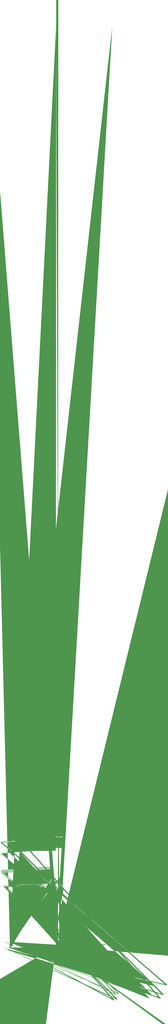
<source format=gtl>
G04 #@! TF.GenerationSoftware,KiCad,Pcbnew,8.0.6*
G04 #@! TF.CreationDate,2024-11-19T14:30:18-08:00*
G04 #@! TF.ProjectId,V5ProbeTop,56355072-6f62-4655-946f-702e6b696361,rev?*
G04 #@! TF.SameCoordinates,Original*
G04 #@! TF.FileFunction,Copper,L1,Top*
G04 #@! TF.FilePolarity,Positive*
%FSLAX46Y46*%
G04 Gerber Fmt 4.6, Leading zero omitted, Abs format (unit mm)*
G04 Created by KiCad (PCBNEW 8.0.6) date 2024-11-19 14:30:18*
%MOMM*%
%LPD*%
G01*
G04 APERTURE LIST*
G04 Aperture macros list*
%AMFreePoly0*
4,1,2297,3.874635,0.819843,4.973032,0.819808,4.973033,0.816680,4.973034,0.816676,7.255564,0.816766,8.782536,0.818545,9.053954,0.817388,9.189657,0.815839,9.325345,0.813552,9.352241,0.812753,9.379137,0.811463,9.406028,0.809745,9.432907,0.807665,9.486617,0.802674,9.540229,0.797010,9.550610,0.795692,9.560887,0.794012,9.571057,0.791974,9.581114,0.789584,9.591053,0.786845,
9.600871,0.783763,9.610562,0.780343,9.620121,0.776588,9.629544,0.772505,9.638826,0.768097,9.647963,0.763370,9.656949,0.758327,9.665780,0.752975,9.674450,0.747317,9.682957,0.741359,9.691294,0.735104,9.754983,0.685216,9.818233,0.634757,9.881068,0.583780,9.943514,0.532337,9.954641,0.522529,9.964929,0.512292,9.974403,0.501645,9.983089,0.490601,9.991015,0.479182,
9.998205,0.467401,10.004685,0.455275,10.010483,0.442822,10.015623,0.430058,10.020132,0.417000,10.024036,0.403665,10.027361,0.390069,10.030133,0.376231,10.032378,0.362164,10.034122,0.347887,10.035391,0.333418,10.037846,0.297800,10.039953,0.262148,10.041455,0.226480,10.041898,0.208645,10.042094,0.190813,10.042501,-0.072656,10.041253,-0.336117,10.040858,-0.354301,10.040039,-0.372491,
10.038850,-0.390682,10.037339,-0.408867,10.035563,-0.427037,10.033573,-0.445187,10.029158,-0.481397,10.027608,-0.491852,10.025645,-0.502125,10.023272,-0.512214,10.020492,-0.522118,10.017307,-0.531836,10.013721,-0.541366,10.009735,-0.550709,10.005354,-0.559859,10.000579,-0.568820,9.995414,-0.577588,9.989862,-0.586162,9.983924,-0.594542,9.977605,-0.602726,9.970906,-0.610712,9.963832,-0.618499,
9.956384,-0.626087,9.941681,-0.640596,9.937947,-0.644160,9.934159,-0.647656,9.930300,-0.651066,9.926355,-0.654368,9.821524,-0.739253,9.716409,-0.823788,9.703125,-0.833973,9.689587,-0.843472,9.675800,-0.852298,9.661769,-0.860466,9.647498,-0.867989,9.632994,-0.874882,9.618260,-0.881157,9.603302,-0.886833,9.588125,-0.891919,9.572734,-0.896432,9.557134,-0.900384,9.541330,-0.903789,
9.525325,-0.906665,9.509129,-0.909021,9.492743,-0.910874,9.476172,-0.912237,9.409203,-0.916216,9.342210,-0.919217,9.208173,-0.922837,9.074091,-0.924199,8.939996,-0.924402,3.063845,-0.923521,1.035272,-0.924261,0.908314,-0.923628,0.781356,-0.922086,0.527458,-0.917483,0.510452,-0.916944,0.493449,-0.916038,0.476450,-0.914822,0.459459,-0.913356,0.425503,-0.909902,0.391599,-0.906147,
0.379781,-0.904658,0.368078,-0.902820,0.356495,-0.900629,0.345035,-0.898082,0.333707,-0.895175,0.322516,-0.891904,0.311467,-0.888266,0.300566,-0.884258,0.289822,-0.879876,0.279234,-0.875116,0.268812,-0.869975,0.258562,-0.864449,0.248489,-0.858535,0.238598,-0.852229,0.228894,-0.845528,0.219387,-0.838428,0.156967,-0.789485,0.095007,-0.739946,0.033464,-0.689884,-0.027702,-0.639374,
-0.037806,-0.630528,-0.047284,-0.621323,-0.056142,-0.611768,-0.064387,-0.601873,-0.072026,-0.591645,-0.079065,-0.581095,-0.085512,-0.570231,-0.091374,-0.559062,-0.096657,-0.547597,-0.101368,-0.535845,-0.105514,-0.523815,-0.109101,-0.511516,-0.112138,-0.498957,-0.114629,-0.486149,-0.116584,-0.473097,-0.118007,-0.459814,-0.121657,-0.417121,-0.124888,-0.374374,-0.126190,-0.352990,-0.127199,-0.331603,
-0.127853,-0.310218,-0.128086,-0.288839,-0.127000,0.000000,-0.124094,0.288829,-0.123692,0.301436,-0.122843,0.314047,-0.121620,0.326655,-0.120095,0.339257,-0.118340,0.351848,-0.116425,0.364419,-0.112407,0.389489,-0.110625,0.399313,-0.108456,0.408943,-0.105906,0.418383,-0.102981,0.427633,-0.099686,0.436696,-0.096027,0.445572,-0.092011,0.454263,-0.087639,0.462772,-0.083127,0.470736,
0.135860,0.470736,0.135860,-0.549055,0.486929,-0.549055,0.485695,-0.354773,0.483133,-0.161095,0.481077,0.032267,0.481359,0.225601,0.483126,0.224001,0.484829,0.222389,0.486472,0.220765,0.488057,0.219128,0.489589,0.217480,0.491070,0.215820,0.492506,0.214149,0.493898,0.212468,0.496569,0.209075,0.499110,0.205644,0.501551,0.202178,0.503920,0.198680,0.983986,-0.522623,
0.986541,-0.526346,0.989118,-0.529813,0.991733,-0.533025,0.994404,-0.535984,0.997149,-0.538690,0.998554,-0.539949,0.999984,-0.541145,1.001440,-0.542279,1.002926,-0.543349,1.004443,-0.544358,1.005992,-0.545304,1.007579,-0.546189,1.009203,-0.547011,1.010867,-0.547771,1.012573,-0.548470,1.014322,-0.549107,1.016119,-0.549683,1.017964,-0.550197,1.019859,-0.550651,1.021808,-0.551044,
1.023812,-0.551374,1.025872,-0.551645,1.027992,-0.551854,1.030173,-0.552004,1.032418,-0.552092,1.037108,-0.552090,1.093442,-0.551002,1.149797,-0.550630,1.206151,-0.550990,1.262482,-0.552096,1.267363,-0.552110,1.271977,-0.551882,1.276343,-0.551410,1.280477,-0.550691,1.284398,-0.549722,1.288124,-0.548500,1.291672,-0.547021,1.295059,-0.545283,1.298304,-0.543282,1.301424,-0.541015,
1.304438,-0.538479,1.307361,-0.535672,1.310213,-0.532589,1.313011,-0.529227,1.315773,-0.525586,1.318516,-0.521660,1.809681,0.203676,1.811758,0.206655,1.813901,0.209591,1.816096,0.212491,1.818327,0.215366,1.822840,0.221081,1.827321,0.226821,1.832822,0.224069,1.815472,-0.547922,1.815473,-0.547924,1.844272,-0.550204,1.889313,-0.551628,1.944731,-0.552253,2.004660,-0.552140,
2.063237,-0.551347,2.114596,-0.549933,2.152871,-0.547957,2.165271,-0.546778,2.172200,-0.545479,2.172200,-0.192318,2.366281,-0.192318,2.366344,-0.209103,2.367541,-0.242695,2.370109,-0.276307,2.373976,-0.309928,2.377389,-0.330482,2.381990,-0.350068,2.387759,-0.368698,2.394677,-0.386386,2.402723,-0.403143,2.411878,-0.418982,2.422120,-0.433915,2.433433,-0.447953,2.445793,-0.461111,
2.459181,-0.473399,2.473579,-0.484830,2.488965,-0.495416,2.505319,-0.505170,2.522623,-0.514104,2.540855,-0.522230,2.559996,-0.529561,2.567096,-0.532028,2.574274,-0.534398,2.581519,-0.536625,2.588818,-0.538660,2.596159,-0.540455,2.599841,-0.541248,2.603530,-0.541963,2.607223,-0.542595,2.610919,-0.543137,2.614616,-0.543583,2.618314,-0.543928,2.757433,-0.554943,2.827041,-0.559450,
2.861861,-0.561151,2.896692,-0.562371,2.988676,-0.564198,3.034673,-0.564333,3.080657,-0.563711,3.126618,-0.562153,3.172542,-0.559479,3.218418,-0.555514,3.264235,-0.550075,3.283542,-0.547160,3.302673,-0.543641,3.321602,-0.539443,3.330983,-0.537066,3.340302,-0.534490,3.349558,-0.531706,3.358746,-0.528704,3.367864,-0.525476,3.376907,-0.522011,3.385873,-0.518300,3.394758,-0.514334,
3.403559,-0.510103,3.412272,-0.505597,3.418438,-0.502146,3.424417,-0.498504,3.430205,-0.494676,3.435801,-0.490666,3.441203,-0.486480,3.446407,-0.482123,3.451411,-0.477598,3.456213,-0.472910,3.460811,-0.468066,3.465201,-0.463067,3.469382,-0.457922,3.473351,-0.452632,3.477105,-0.447204,3.480643,-0.441642,3.483961,-0.435951,3.487057,-0.430134,3.489929,-0.424198,3.492575,-0.418147,
3.494991,-0.411986,3.497176,-0.405719,3.499126,-0.399351,3.500840,-0.392887,3.502315,-0.386331,3.503549,-0.379689,3.504539,-0.372965,3.505283,-0.366164,3.505777,-0.359290,3.506021,-0.352348,3.506011,-0.345343,3.505745,-0.338280,3.505273,-0.331884,3.644453,-0.331884,3.644457,-0.341553,3.644687,-0.351223,3.645136,-0.360892,3.645795,-0.370561,3.647712,-0.389890,3.650374,-0.409199,
3.652548,-0.420824,3.655354,-0.431953,3.658788,-0.442585,3.662844,-0.452717,3.667516,-0.462347,3.672798,-0.471473,3.678683,-0.480093,3.685167,-0.488205,3.692243,-0.495806,3.699906,-0.502896,3.708150,-0.509470,3.716967,-0.515528,3.726354,-0.521068,3.736303,-0.526086,3.746810,-0.530582,3.757867,-0.534553,3.769156,-0.538100,3.780550,-0.541394,3.792036,-0.544437,3.803597,-0.547224,
3.815217,-0.549761,3.826880,-0.552046,3.838572,-0.554080,3.850276,-0.555864,3.890906,-0.560856,3.931602,-0.564449,3.972352,-0.566832,4.013144,-0.568194,4.053967,-0.568723,4.094808,-0.568607,4.176499,-0.567198,4.192711,-0.566665,4.208927,-0.565810,4.225140,-0.564658,4.241343,-0.563243,4.257530,-0.561594,4.273694,-0.559740,4.305926,-0.555539,4.319182,-0.553471,4.332168,-0.550960,
4.344856,-0.547966,4.357215,-0.544449,4.369220,-0.540369,4.380838,-0.535687,4.392043,-0.530362,4.402803,-0.524354,4.413092,-0.517623,4.422879,-0.510129,4.432135,-0.501833,4.440832,-0.492693,4.448941,-0.482671,4.456433,-0.471727,4.459938,-0.465896,4.463278,-0.459819,4.466449,-0.453492,4.469447,-0.446909,4.469533,-0.446736,4.469638,-0.446571,4.469759,-0.446412,4.469898,-0.446259,
4.470054,-0.446112,4.470228,-0.445970,4.470417,-0.445832,4.470623,-0.445698,4.470846,-0.445567,4.471083,-0.445439,4.471603,-0.445187,4.472182,-0.444938,4.472816,-0.444687,4.475864,-0.443563,4.476739,-0.443227,4.477655,-0.442861,4.478609,-0.442458,4.479599,-0.442013,4.479599,-0.549670,4.788305,-0.549670,4.788307,-0.549673,4.789075,-0.537304,4.789346,-0.532271,4.789423,-0.529898,
4.789453,-0.527567,4.789438,-0.347566,4.948599,-0.347566,4.948802,-0.362573,4.950025,-0.377184,4.952247,-0.391372,4.955454,-0.405110,4.959630,-0.418370,4.964756,-0.431125,4.970818,-0.443347,4.977798,-0.455010,4.985679,-0.466085,4.994444,-0.476545,5.004076,-0.486363,5.014562,-0.495511,5.025880,-0.503963,5.038017,-0.511690,5.050955,-0.518665,5.062259,-0.524014,5.073668,-0.528945,
5.085177,-0.533472,5.096780,-0.537609,5.108472,-0.541370,5.120248,-0.544766,5.132101,-0.547812,5.144028,-0.550521,5.156021,-0.552905,5.168076,-0.554979,5.180188,-0.556755,5.192351,-0.558248,5.204559,-0.559469,5.216808,-0.560432,5.241403,-0.561638,5.333386,-0.564298,5.425394,-0.566362,5.517403,-0.567386,5.609386,-0.566928,5.644217,-0.566102,5.679044,-0.564707,5.713866,-0.562835,
5.748679,-0.560577,5.818275,-0.555273,5.887818,-0.549528,5.905166,-0.547744,5.913794,-0.546580,5.922388,-0.545228,5.930942,-0.543684,5.939455,-0.541942,5.947921,-0.539997,5.956339,-0.537844,5.964703,-0.535478,5.973012,-0.532895,5.981260,-0.530088,5.989445,-0.527054,5.997563,-0.523786,6.005610,-0.520281,6.013583,-0.516533,6.021479,-0.512536,6.030209,-0.507701,6.038552,-0.502559,
6.046505,-0.497107,6.054066,-0.491344,6.061234,-0.485269,6.068005,-0.478878,6.074377,-0.472171,6.080350,-0.465144,6.085920,-0.457797,6.091085,-0.450128,6.095842,-0.442133,6.100190,-0.433812,6.104126,-0.425163,6.107648,-0.416182,6.110754,-0.406870,6.113443,-0.397224,6.115343,-0.389228,6.117012,-0.381227,6.118454,-0.373217,6.119676,-0.365201,6.120681,-0.357177,6.121478,-0.349144,
6.122069,-0.341102,6.122462,-0.333050,6.122662,-0.324986,6.122674,-0.316911,6.122503,-0.308824,6.122155,-0.300724,6.120950,-0.284483,6.119103,-0.268182,6.117136,-0.255805,6.114557,-0.243903,6.111363,-0.232485,6.107547,-0.221560,6.103105,-0.211135,6.098033,-0.201218,6.092325,-0.191817,6.085977,-0.182943,6.078984,-0.174600,6.071341,-0.166799,6.063043,-0.159547,6.054085,-0.152852,
6.044464,-0.146722,6.034174,-0.141166,6.023208,-0.136192,6.011564,-0.131808,5.997706,-0.127253,5.983685,-0.123005,5.969526,-0.119104,5.955256,-0.115587,5.940903,-0.112494,5.926492,-0.109864,5.912050,-0.107736,5.897605,-0.106150,5.871955,-0.104040,5.846266,-0.102304,5.794806,-0.099751,5.743284,-0.098088,5.691761,-0.096912,5.380825,-0.092908,5.371804,-0.092529,5.362776,-0.091797,
5.353750,-0.090756,5.344735,-0.089448,5.335741,-0.087920,5.326777,-0.086214,5.317853,-0.084375,5.308977,-0.082447,5.305737,-0.081627,5.302635,-0.080625,5.299679,-0.079443,5.296876,-0.078080,5.295535,-0.077328,5.294235,-0.076531,5.292978,-0.075687,5.291764,-0.074796,5.290595,-0.073859,5.289472,-0.072874,5.288395,-0.071843,5.287366,-0.070764,5.286386,-0.069638,5.285455,-0.068464,
5.284576,-0.067242,5.283749,-0.065972,5.282973,-0.064654,5.282252,-0.063288,5.281586,-0.061873,5.280976,-0.060408,5.280423,-0.058897,5.279929,-0.057335,5.279492,-0.055724,5.279116,-0.054064,5.278801,-0.052354,5.278548,-0.050594,5.278359,-0.048784,5.278233,-0.046924,5.278144,-0.043278,5.278250,-0.039784,5.278560,-0.036438,5.279084,-0.033240,5.279831,-0.030185,5.280292,-0.028710,
5.280811,-0.027270,5.281391,-0.025866,5.282033,-0.024494,5.282738,-0.023157,5.283507,-0.021854,5.284341,-0.020583,5.285242,-0.019346,5.286210,-0.018141,5.287247,-0.016968,5.288353,-0.015826,5.289533,-0.014717,5.290783,-0.013637,5.292108,-0.012590,5.293507,-0.011572,5.294982,-0.010585,5.298164,-0.008698,5.301664,-0.006929,5.305491,-0.005270,5.311736,-0.002863,5.318076,-0.000617,
5.324497,0.001454,5.330985,0.003334,5.337525,0.005008,5.344102,0.006460,5.350702,0.007675,5.357309,0.008639,5.395643,0.012728,5.434009,0.015466,5.472402,0.017036,5.510816,0.017624,5.549245,0.017415,5.587685,0.016592,5.664573,0.013848,5.670093,0.013550,5.675638,0.013094,5.681184,0.012467,5.686712,0.011658,5.692198,0.010656,5.697622,0.009446,5.700303,0.008762,
5.702961,0.008019,5.705593,0.007220,5.708195,0.006362,5.713031,0.004661,5.718032,0.002768,5.720543,0.001740,5.723034,0.000654,5.725483,-0.000494,5.727870,-0.001707,5.730174,-0.002989,5.732375,-0.004343,5.734452,-0.005771,5.736385,-0.007280,5.738151,-0.008870,5.739732,-0.010545,5.741107,-0.012310,5.741710,-0.013227,5.742253,-0.014167,5.743170,-0.015800,5.744106,-0.017338,
5.745060,-0.018782,5.746035,-0.020135,5.747026,-0.021400,5.748038,-0.022580,5.749069,-0.023678,5.750120,-0.024697,5.751189,-0.025640,5.752279,-0.026510,5.753388,-0.027309,5.754516,-0.028040,5.755664,-0.028708,5.756832,-0.029314,5.758020,-0.029861,5.759228,-0.030353,5.760455,-0.030791,5.761703,-0.031180,5.762971,-0.031521,5.764258,-0.031820,5.766895,-0.032295,5.769613,-0.032630,
5.772414,-0.032847,5.775298,-0.032970,5.778264,-0.033022,5.781314,-0.033027,6.047933,-0.032807,6.051433,-0.032761,6.054929,-0.032642,6.058418,-0.032468,6.061895,-0.032253,6.075619,-0.031328,6.076476,-0.018286,6.076426,-0.005468,6.075487,0.007093,6.073680,0.019359,6.071026,0.031298,6.067542,0.042874,6.063250,0.054053,6.058169,0.064800,6.052319,0.075080,6.045719,0.084860,
6.038389,0.094103,6.030349,0.102776,6.021618,0.110843,6.012217,0.118271,6.002164,0.125024,5.991481,0.131068,5.980977,0.136256,5.970363,0.141039,5.959645,0.145430,5.948830,0.149442,5.937924,0.153089,5.926934,0.156386,5.915865,0.159346,5.904723,0.161982,5.893516,0.164309,5.893456,0.164320,6.274977,0.164320,6.274978,0.127435,6.275069,-0.228032,6.275194,-0.243101,
6.275545,-0.258174,6.276160,-0.273236,6.277071,-0.288276,6.279428,-0.311533,6.283103,-0.333778,6.288097,-0.355006,6.294407,-0.375218,6.302032,-0.394411,6.310971,-0.412585,6.321223,-0.429737,6.332787,-0.445866,6.345660,-0.460971,6.359842,-0.475048,6.375331,-0.488097,6.392126,-0.500119,6.410227,-0.511107,6.429630,-0.521063,6.450336,-0.529986,6.472342,-0.537871,6.477996,-0.539673,
6.483677,-0.541408,6.489384,-0.543072,6.495113,-0.544660,6.500863,-0.546169,6.506631,-0.547593,6.512416,-0.548929,6.518216,-0.550172,6.536635,-0.553750,6.555080,-0.556912,6.592047,-0.562043,6.629100,-0.565681,6.666224,-0.567943,6.703404,-0.568945,6.740625,-0.568802,6.777869,-0.567631,6.815123,-0.565548,6.834009,-0.564081,6.852900,-0.562218,6.871773,-0.559964,6.890609,-0.557321,
6.909388,-0.554295,6.928088,-0.550890,6.946689,-0.547107,6.965170,-0.542955,6.977462,-0.539699,6.989297,-0.535835,7.000672,-0.531366,7.011585,-0.526300,7.022035,-0.520641,7.032018,-0.514397,7.041532,-0.507572,7.050576,-0.500173,7.059147,-0.492205,7.067243,-0.483674,7.074861,-0.474587,7.082000,-0.464948,7.088658,-0.454764,7.094831,-0.444041,7.100518,-0.432784,7.105717,-0.421000,
7.106121,-0.420052,7.106548,-0.419113,7.107458,-0.417259,7.108432,-0.415431,7.109450,-0.413621,7.111547,-0.410027,7.112590,-0.408228,7.113606,-0.406418,7.119449,-0.407663,7.119449,-0.551547,7.195415,-0.551319,7.270383,-0.551543,7.344659,-0.551404,7.418553,-0.550087,7.418553,0.161216,7.619135,0.161216,7.619134,-0.549606,7.927678,-0.549606,7.927678,-0.513896,7.927847,-0.241025,
7.928121,-0.221225,7.928790,-0.201419,7.929243,-0.192417,8.709934,-0.192417,8.709998,-0.209202,8.711198,-0.242794,8.713771,-0.276406,8.717645,-0.310026,8.721064,-0.330582,8.725672,-0.350169,8.731448,-0.368799,8.738373,-0.386484,8.746426,-0.403238,8.755588,-0.419073,8.765838,-0.434000,8.777156,-0.448034,8.789522,-0.461185,8.802917,-0.473467,8.817319,-0.484891,8.832710,-0.495472,
8.849066,-0.505220,8.866372,-0.514148,8.884604,-0.522269,8.903745,-0.529595,8.910845,-0.532060,8.918026,-0.534428,8.925270,-0.536652,8.932569,-0.538683,8.939911,-0.540476,8.943594,-0.541268,8.947282,-0.541982,8.950975,-0.542612,8.954672,-0.543153,8.958369,-0.543599,8.962067,-0.543944,9.101189,-0.554954,9.170798,-0.559458,9.205618,-0.561159,9.240449,-0.562378,9.332435,-0.564200,
9.378432,-0.564332,9.424418,-0.563706,9.470377,-0.562145,9.516301,-0.559469,9.562178,-0.555500,9.607994,-0.550059,9.627301,-0.547142,9.646433,-0.543621,9.665362,-0.539419,9.674741,-0.537039,9.684061,-0.534460,9.693316,-0.531674,9.702504,-0.528670,9.711621,-0.525439,9.720663,-0.521971,9.729628,-0.518257,9.738512,-0.514288,9.747312,-0.510053,9.756024,-0.505544,9.762189,-0.502089,
9.768168,-0.498441,9.773957,-0.494606,9.779555,-0.490587,9.784958,-0.486391,9.790164,-0.482021,9.795170,-0.477483,9.799975,-0.472784,9.804575,-0.467925,9.808967,-0.462914,9.813150,-0.457754,9.817120,-0.452450,9.820875,-0.447009,9.824413,-0.441436,9.827731,-0.435734,9.830826,-0.429908,9.833696,-0.423963,9.836339,-0.417905,9.838751,-0.411739,9.840930,-0.405469,9.842874,-0.399101,
9.844580,-0.392639,9.846045,-0.386088,9.847268,-0.379454,9.848245,-0.372741,9.848974,-0.365954,9.849452,-0.359098,9.849676,-0.352179,9.849645,-0.345200,9.849354,-0.338168,9.848805,-0.331086,9.847991,-0.323961,9.546818,-0.323961,9.545973,-0.328938,9.544948,-0.333684,9.543747,-0.338206,9.542375,-0.342508,9.540836,-0.346598,9.539136,-0.350480,9.537278,-0.354161,9.535268,-0.357646,
9.533110,-0.360940,9.530808,-0.364053,9.528368,-0.366986,9.525793,-0.369748,9.523090,-0.372343,9.520259,-0.374777,9.517310,-0.377058,9.514244,-0.379189,9.511068,-0.381178,9.507784,-0.383029,9.504399,-0.384750,9.500917,-0.386345,9.497341,-0.387821,9.493678,-0.389183,9.486105,-0.391590,9.478235,-0.393613,9.470105,-0.395300,9.461751,-0.396696,9.453211,-0.397848,9.452423,-0.397939,
9.452028,-0.397980,9.451632,-0.398016,9.451237,-0.398047,9.450841,-0.398073,9.450445,-0.398092,9.450050,-0.398105,9.337524,-0.400954,9.281260,-0.402068,9.225000,-0.402433,9.211969,-0.402219,9.198919,-0.401664,9.185864,-0.400788,9.172817,-0.399617,9.159790,-0.398174,9.146798,-0.396481,9.133853,-0.394562,9.120969,-0.392440,9.114311,-0.391131,9.107866,-0.389539,9.101639,-0.387674,
9.095633,-0.385540,9.089853,-0.383144,9.084303,-0.380492,9.078986,-0.377592,9.073907,-0.374449,9.069069,-0.371071,9.064476,-0.367463,9.060133,-0.363632,9.056043,-0.359586,9.052210,-0.355329,9.048638,-0.350871,9.045331,-0.346216,9.042294,-0.341370,9.039530,-0.336342,9.037042,-0.331136,9.034835,-0.325761,9.032914,-0.320222,9.031281,-0.314526,9.029941,-0.308679,9.028897,-0.302688,
9.028155,-0.296560,9.027717,-0.290301,9.027587,-0.283917,9.027769,-0.277416,9.028270,-0.270804,9.029089,-0.264087,9.030234,-0.257272,9.031706,-0.250365,9.033511,-0.243374,9.289539,-0.243374,9.289539,-0.103026,9.029638,-0.103027,9.028925,-0.096833,9.028554,-0.090832,9.028521,-0.085015,9.028821,-0.079376,9.029449,-0.073909,9.030402,-0.068608,9.031673,-0.063467,9.033260,-0.058479,
9.035157,-0.053639,9.037359,-0.048939,9.039863,-0.044375,9.042663,-0.039939,9.045756,-0.035626,9.049136,-0.031429,9.052799,-0.027342,9.056741,-0.023359,9.060500,-0.019892,9.064366,-0.016633,9.068334,-0.013578,9.072402,-0.010725,9.076564,-0.008068,9.080819,-0.005605,9.085163,-0.003332,9.089592,-0.001245,9.094103,0.000659,9.098692,0.002385,9.103356,0.003935,9.108091,0.005313,
9.112896,0.006524,9.117763,0.007570,9.122692,0.008455,9.127679,0.009184,9.166412,0.013532,9.205161,0.016565,9.243922,0.018347,9.282690,0.018939,9.321462,0.018407,9.360234,0.016812,9.399001,0.014219,9.437759,0.010690,9.445544,0.009736,9.453342,0.008475,9.461123,0.006914,9.468860,0.005062,9.476523,0.002925,9.484083,0.000514,9.491512,-0.002167,9.498780,-0.005108,
9.502333,-0.006717,9.505753,-0.008447,9.509039,-0.010297,9.512191,-0.012263,9.515207,-0.014344,9.518087,-0.016536,9.520827,-0.018838,9.523431,-0.021247,9.525894,-0.023761,9.528218,-0.026377,9.530401,-0.029092,9.532441,-0.031905,9.534339,-0.034812,9.536093,-0.037813,9.537702,-0.040903,9.539166,-0.044081,9.540483,-0.047344,9.541652,-0.050690,9.542674,-0.054116,9.543546,-0.057620,
9.544268,-0.061200,9.544839,-0.064852,9.545258,-0.068575,9.545524,-0.072367,9.545636,-0.076224,9.545594,-0.080145,9.545396,-0.084126,9.545042,-0.088167,9.544531,-0.092263,9.543861,-0.096412,9.543032,-0.100614,9.542043,-0.104864,9.304454,-0.104864,9.304192,-0.141070,9.304219,-0.158001,9.304375,-0.166315,9.304665,-0.174581,9.304798,-0.191345,9.304804,-0.207478,9.304990,-0.224359,
9.305247,-0.233513,9.305668,-0.243371,9.850496,-0.243223,9.851257,-0.184460,9.851426,-0.155472,9.850978,-0.126715,9.849553,-0.098165,9.848363,-0.083960,9.846794,-0.069798,9.844802,-0.055675,9.842342,-0.041589,9.839370,-0.027536,9.835841,-0.013515,9.832976,-0.003828,9.829747,0.005586,9.826157,0.014732,9.822207,0.023611,9.817900,0.032227,9.813239,0.040584,9.808226,0.048683,
9.802863,0.056529,9.797154,0.064124,9.791101,0.071472,9.784706,0.078575,9.777972,0.085437,9.770902,0.092061,9.763496,0.098449,9.755758,0.104605,9.747694,0.110533,9.741922,0.114529,9.736085,0.118403,9.730179,0.122147,9.724206,0.125751,9.718163,0.129207,9.712050,0.132505,9.705865,0.135637,9.699608,0.138595,9.693277,0.141368,9.686872,0.143947,9.680392,0.146327,
9.673834,0.148495,9.667200,0.150445,9.660487,0.152166,9.653694,0.153651,9.646821,0.154888,9.609224,0.160913,9.590373,0.163772,9.571494,0.166395,9.552596,0.168684,9.533685,0.170538,9.514768,0.171859,9.495852,0.172546,9.392750,0.173905,9.289632,0.174367,9.186510,0.174024,9.083400,0.172969,9.060046,0.172258,9.036758,0.170738,9.013549,0.168394,8.990435,0.165208,
8.967428,0.161163,8.944543,0.156245,8.921794,0.150435,8.899193,0.143718,8.882214,0.137806,8.866057,0.131149,8.850719,0.123745,8.836208,0.115592,8.822522,0.106682,8.809664,0.097017,8.797635,0.086592,8.786438,0.075403,8.776074,0.063449,8.766545,0.050726,8.757853,0.037228,8.749999,0.022956,8.742985,0.007905,8.736814,-0.007927,8.731485,-0.024547,8.727004,-0.041953,
8.723434,-0.058601,8.720302,-0.075269,8.717601,-0.091958,8.715319,-0.108664,8.713453,-0.125387,8.711989,-0.142126,8.710920,-0.158878,8.710238,-0.175642,8.709934,-0.192417,7.929243,-0.192417,7.929290,-0.191522,7.929906,-0.181636,7.930648,-0.171764,7.931522,-0.161908,7.932243,-0.155526,7.933166,-0.149316,7.934290,-0.143278,7.935611,-0.137411,7.937128,-0.131712,7.938839,-0.126181,
7.940741,-0.120815,7.942831,-0.115614,7.945108,-0.110576,7.947570,-0.105699,7.950214,-0.100983,7.953037,-0.096425,7.956038,-0.092025,7.959215,-0.087781,7.962564,-0.083691,7.966085,-0.079754,7.969774,-0.075970,7.973629,-0.072335,7.977648,-0.068849,7.981829,-0.065511,7.990667,-0.059270,8.000124,-0.053602,8.010184,-0.048495,8.020827,-0.043938,8.032036,-0.039920,8.043792,-0.036428,
8.051901,-0.034348,8.060038,-0.032462,8.068201,-0.030770,8.076389,-0.029274,8.084600,-0.027975,8.092832,-0.026874,8.101083,-0.025972,8.109351,-0.025270,8.117634,-0.024770,8.125931,-0.024472,8.134239,-0.024378,8.142558,-0.024489,8.150884,-0.024807,8.159216,-0.025331,8.167553,-0.026064,8.175890,-0.027007,8.184881,-0.028188,8.193883,-0.029494,8.202875,-0.030958,8.211833,-0.032612,
8.220733,-0.034485,8.229557,-0.036610,8.238277,-0.039018,8.246873,-0.041740,8.253058,-0.044055,8.256022,-0.045333,8.258899,-0.046690,8.261690,-0.048125,8.264395,-0.049640,8.267012,-0.051232,8.269542,-0.052901,8.271984,-0.054647,8.274337,-0.056470,8.276604,-0.058371,8.278781,-0.060344,8.280870,-0.062394,8.282870,-0.064518,8.284780,-0.066717,8.286601,-0.068990,8.288331,-0.071335,
8.289973,-0.073754,8.291522,-0.076244,8.292981,-0.078807,8.294349,-0.081441,8.295626,-0.084146,8.296811,-0.086922,8.297904,-0.089767,8.298906,-0.092682,8.299814,-0.095667,8.300630,-0.098719,8.301353,-0.101840,8.302518,-0.108285,8.303307,-0.114996,8.304126,-0.123466,8.305056,-0.131957,8.307016,-0.149138,8.597971,-0.149138,8.598157,-0.130624,8.598180,-0.126236,8.598153,-0.121910,
8.598057,-0.117626,8.597874,-0.113367,8.595364,-0.061110,8.594605,-0.048060,8.593675,-0.035029,8.592516,-0.022028,8.591067,-0.009063,8.588519,0.007152,8.585026,0.022561,8.580600,0.037173,8.575255,0.050997,8.572240,0.057615,8.569001,0.064039,8.565538,0.070270,8.561852,0.076309,8.557945,0.082157,8.553820,0.087814,8.549476,0.093283,8.544917,0.098563,8.535155,0.108564,
8.524549,0.117825,8.513106,0.126354,8.500843,0.134159,8.487772,0.141249,8.473903,0.147631,8.459250,0.153313,8.443825,0.158305,8.428623,0.162817,8.424810,0.163897,8.420987,0.164930,8.417149,0.165899,8.413295,0.166792,8.398217,0.169922,8.383117,0.172692,8.367996,0.175108,8.352858,0.177174,8.337704,0.178894,8.322536,0.180273,8.307355,0.181316,8.292163,0.182026,
8.261755,0.182469,8.231327,0.181637,8.200892,0.179568,8.170467,0.176297,8.154090,0.173993,8.137738,0.171253,8.121430,0.168103,8.105183,0.164561,8.089014,0.160654,8.072941,0.156405,8.056982,0.151836,8.041154,0.146971,8.032673,0.144038,8.024466,0.140719,8.016537,0.137019,8.008888,0.132945,8.001520,0.128500,7.994437,0.123690,7.987640,0.118520,7.981132,0.112995,
7.974914,0.107122,7.968990,0.100903,7.963360,0.094346,7.958028,0.087454,7.952996,0.080234,7.948265,0.072690,7.943839,0.064827,7.939718,0.056651,7.937541,0.052199,7.935284,0.047784,7.932964,0.043400,7.930598,0.039038,7.921052,0.021630,7.915044,0.022926,7.915044,0.162148,7.905768,0.163403,7.892444,0.164462,7.856069,0.166009,7.810749,0.166826,7.761320,0.166949,
7.712612,0.166414,7.669456,0.165256,7.636686,0.163511,7.625706,0.162431,7.619135,0.161216,7.418553,0.161216,7.418553,0.164953,7.109473,0.164954,7.109473,0.164951,7.109471,0.126358,7.109438,-0.024397,7.108774,-0.175146,7.108577,-0.183817,7.108147,-0.192511,7.107487,-0.201210,7.106596,-0.209900,7.105476,-0.218562,7.104125,-0.227179,7.102546,-0.235735,7.100738,-0.244214,
7.098486,-0.252996,7.095811,-0.261435,7.092712,-0.269526,7.089189,-0.277265,7.085244,-0.284648,7.080875,-0.291671,7.076083,-0.298329,7.070867,-0.304618,7.065228,-0.310535,7.059166,-0.316074,7.052681,-0.321233,7.045773,-0.326005,7.038443,-0.330389,7.030689,-0.334378,7.022512,-0.337970,7.013913,-0.341159,7.008286,-0.343026,7.002623,-0.344818,6.996927,-0.346524,6.991201,-0.348131,
6.985448,-0.349627,6.979672,-0.351000,6.973874,-0.352239,6.968059,-0.353331,6.945650,-0.356807,6.923194,-0.359467,6.900698,-0.361350,6.878170,-0.362498,6.855617,-0.362954,6.833046,-0.362759,6.810465,-0.361953,6.787881,-0.360580,6.759451,-0.358459,6.745223,-0.357244,6.731019,-0.355828,6.716867,-0.354136,6.702793,-0.352094,6.688823,-0.349628,6.674982,-0.346664,6.664371,-0.343834,
6.659351,-0.342235,6.654519,-0.340512,6.649870,-0.338664,6.645406,-0.336690,6.641125,-0.334589,6.637020,-0.332360,6.633095,-0.330003,6.629345,-0.327514,6.625768,-0.324894,6.622363,-0.322143,6.619127,-0.319258,6.616058,-0.316239,6.613155,-0.313085,6.610416,-0.309795,6.607838,-0.306368,6.605419,-0.302803,6.603157,-0.299098,6.601051,-0.295254,6.599099,-0.291268,6.597298,-0.287140,
6.595646,-0.282869,6.594141,-0.278453,6.592782,-0.273893,6.591566,-0.269186,6.589557,-0.259330,6.588097,-0.248877,6.587170,-0.237819,6.586282,-0.220398,6.585650,-0.202960,6.585264,-0.185515,6.585112,-0.168072,6.584946,0.130267,6.584899,0.134511,6.584777,0.138757,6.584374,0.147255,6.583405,0.164320,6.274977,0.164320,5.893456,0.164320,5.882250,0.166340,5.870930,0.168089,
5.859564,0.169570,5.848158,0.170797,5.836717,0.171783,5.813758,0.173088,5.721814,0.176326,5.629835,0.178792,5.537840,0.180273,5.445855,0.180554,5.415366,0.180168,5.384871,0.179303,5.354375,0.178009,5.323885,0.176337,5.262949,0.172062,5.202116,0.166886,5.186846,0.165280,5.171565,0.163228,5.156307,0.160729,5.141107,0.157789,5.125999,0.154412,5.111019,0.150602,
5.096200,0.146364,5.081578,0.141699,5.069455,0.137221,5.057930,0.132137,5.047009,0.126456,5.036694,0.120185,5.026992,0.113333,5.017905,0.105909,5.009440,0.097919,5.001598,0.089372,4.994388,0.080276,4.987810,0.070639,4.981871,0.060469,4.976575,0.049774,4.971926,0.038563,4.967928,0.026842,4.964587,0.014623,4.961906,0.001910,4.960122,-0.008959,4.958682,-0.019920,
4.957569,-0.030950,4.956768,-0.042026,4.956261,-0.053127,4.956034,-0.064230,4.956069,-0.075310,4.956350,-0.086347,4.957230,-0.099893,4.958871,-0.112937,4.961276,-0.125474,4.964448,-0.137499,4.968391,-0.149009,4.973107,-0.159998,4.978600,-0.170462,4.984874,-0.180396,4.991930,-0.189796,4.999773,-0.198656,5.008405,-0.206972,5.017832,-0.214740,5.028053,-0.221955,5.039075,-0.228612,
5.050898,-0.234706,5.063527,-0.240233,5.079210,-0.246186,5.095046,-0.251496,5.111030,-0.256167,5.127150,-0.260199,5.143400,-0.263593,5.159769,-0.266351,5.176250,-0.268475,5.192834,-0.269965,5.241087,-0.273082,5.289385,-0.275613,5.337711,-0.277544,5.386046,-0.278860,5.703321,-0.282984,5.707612,-0.283127,5.711909,-0.283374,5.720511,-0.284155,5.729113,-0.285281,5.737699,-0.286709,
5.746256,-0.288396,5.754766,-0.290299,5.763217,-0.292373,5.771592,-0.294575,5.773455,-0.295116,5.775267,-0.295719,5.777025,-0.296382,5.778731,-0.297104,5.780384,-0.297885,5.781984,-0.298723,5.783531,-0.299616,5.785024,-0.300565,5.786462,-0.301567,5.787846,-0.302623,5.789177,-0.303730,5.790452,-0.304888,5.791673,-0.306096,5.792838,-0.307352,5.793947,-0.308656,5.795001,-0.310007,
5.796000,-0.311403,5.796941,-0.312843,5.797827,-0.314326,5.798656,-0.315852,5.799427,-0.317420,5.800142,-0.319027,5.800799,-0.320673,5.801398,-0.322358,5.801940,-0.324079,5.802423,-0.325836,5.802848,-0.327629,5.803214,-0.329454,5.803521,-0.331313,5.803770,-0.333204,5.804087,-0.337076,5.804147,-0.341018,5.803927,-0.344829,5.803432,-0.348503,5.802669,-0.352035,5.801642,-0.355420,
5.800358,-0.358654,5.798823,-0.361730,5.797042,-0.364646,5.795020,-0.367396,5.792763,-0.369974,5.790278,-0.372376,5.787569,-0.374597,5.784643,-0.376632,5.781505,-0.378476,5.778160,-0.380125,5.774615,-0.381573,5.767203,-0.384238,5.759708,-0.386770,5.752141,-0.389139,5.744513,-0.391315,5.736835,-0.393266,5.729119,-0.394963,5.721374,-0.396376,5.717495,-0.396966,5.713612,-0.397473,
5.674457,-0.401372,5.635273,-0.403856,5.596064,-0.405150,5.556837,-0.405476,5.517598,-0.405057,5.478351,-0.404117,5.399857,-0.401565,5.393930,-0.401294,5.388002,-0.400874,5.382077,-0.400321,5.376157,-0.399649,5.370247,-0.398873,5.364349,-0.398007,5.358468,-0.397066,5.352607,-0.396063,5.338532,-0.393335,5.331676,-0.391728,5.324995,-0.389894,5.318534,-0.387783,5.312331,-0.385346,
5.306431,-0.382533,5.300873,-0.379295,5.298237,-0.377502,5.295702,-0.375585,5.293274,-0.373535,5.290957,-0.371348,5.288757,-0.369021,5.286681,-0.366542,5.284731,-0.363909,5.282915,-0.361113,5.281237,-0.358150,5.279701,-0.355013,5.278314,-0.351696,5.277081,-0.348192,5.276007,-0.344497,5.275097,-0.340603,5.274356,-0.336504,5.273790,-0.332194,4.949431,-0.332194,4.948599,-0.347566,
4.789438,-0.347566,4.789415,-0.057886,4.789380,-0.054725,4.789279,-0.051560,4.789114,-0.048393,4.788887,-0.045227,4.788599,-0.042066,4.788252,-0.038914,4.787847,-0.035772,4.787386,-0.032644,4.783951,-0.014388,4.779519,0.002956,4.774095,0.019397,4.767691,0.034941,4.760310,0.049594,4.751962,0.063364,4.747426,0.069921,4.742652,0.076259,4.737640,0.082380,4.732389,0.088285,
4.721181,0.099449,4.709034,0.109758,4.695956,0.119219,4.681954,0.127840,4.667036,0.135627,4.651209,0.142588,4.634480,0.148730,4.616856,0.154059,4.593660,0.159882,4.570329,0.164792,4.546883,0.168859,4.523341,0.172150,4.499721,0.174732,4.476043,0.176677,4.452325,0.178051,4.428587,0.178922,4.315984,0.181470,4.203375,0.182224,4.147080,0.181559,4.090797,0.180002,
4.034531,0.177405,3.978285,0.173619,3.952942,0.171240,3.927810,0.168022,3.902918,0.163832,3.890571,0.161332,3.878295,0.158538,3.866093,0.155436,3.853970,0.152007,3.841929,0.148237,3.829971,0.144106,3.818104,0.139601,3.806329,0.134703,3.794651,0.129396,3.783072,0.123663,3.770969,0.116989,3.765208,0.113482,3.759641,0.109859,3.754268,0.106121,3.749088,0.102268,
3.744100,0.098297,3.739308,0.094209,3.734707,0.090003,3.730299,0.085678,3.726084,0.081234,3.722061,0.076670,3.718231,0.071986,3.714592,0.067178,3.711146,0.062249,3.707892,0.057197,3.704829,0.052021,3.701958,0.046723,3.699279,0.041298,3.696790,0.035748,3.694493,0.030072,3.692387,0.024269,3.690471,0.018338,3.688747,0.012278,3.687212,0.006091,3.685868,-0.000227,
3.684715,-0.006675,3.683751,-0.013255,3.682977,-0.019966,3.682393,-0.026809,3.681794,-0.040896,3.988707,-0.040896,3.992076,-0.033792,3.995261,-0.027383,3.998327,-0.021635,4.001340,-0.016512,4.004366,-0.011980,4.005904,-0.009925,4.007469,-0.008004,4.009070,-0.006213,4.010715,-0.004548,4.012411,-0.003005,4.014168,-0.001579,4.015994,-0.000266,4.017896,0.000939,4.019882,0.002040,
4.021961,0.003041,4.024141,0.003947,4.026431,0.004762,4.028837,0.005490,4.031369,0.006135,4.034035,0.006702,4.036842,0.007197,4.042915,0.007982,4.049652,0.008525,4.057120,0.008861,4.125243,0.010576,4.193390,0.011563,4.261546,0.011939,4.329698,0.011818,4.334604,0.011738,4.339516,0.011547,4.349352,0.010860,4.359193,0.009807,4.369024,0.008439,4.378833,0.006806,
4.388605,0.004957,4.398326,0.002943,4.407985,0.000813,4.413276,-0.000530,4.418377,-0.002133,4.423279,-0.003999,4.427965,-0.006132,4.432430,-0.008532,4.436660,-0.011205,4.440646,-0.014153,4.444373,-0.017379,4.447834,-0.020886,4.449461,-0.022745,4.451016,-0.024676,4.452500,-0.026679,4.453909,-0.028754,4.455243,-0.030901,4.456501,-0.033122,4.457681,-0.035416,4.458781,-0.037782,
4.459801,-0.040224,4.460738,-0.042739,4.461593,-0.045330,4.462362,-0.047995,4.463045,-0.050736,4.463641,-0.053553,4.464899,-0.060734,4.465916,-0.067923,4.466709,-0.075118,4.467297,-0.082325,4.467698,-0.089541,4.467930,-0.096769,4.467964,-0.111265,4.467544,-0.125821,4.466818,-0.140446,4.465037,-0.169939,4.459803,-0.163463,4.454371,-0.157396,4.448745,-0.151726,4.442929,-0.146448,
4.436928,-0.141548,4.430744,-0.137018,4.424383,-0.132849,4.417849,-0.129030,4.411145,-0.125553,4.404275,-0.122408,4.397245,-0.119585,4.390057,-0.117074,4.382715,-0.114866,4.375225,-0.112952,4.367590,-0.111322,4.359814,-0.109965,4.337887,-0.106751,4.315895,-0.103939,4.293855,-0.101535,4.271785,-0.099547,4.264500,-0.099084,4.257201,-0.098840,4.249900,-0.098765,4.242602,-0.098812,
4.228054,-0.099077,4.213626,-0.099251,4.213626,-0.243465,4.268937,-0.244217,4.282473,-0.244495,4.295927,-0.244948,4.309311,-0.245648,4.322645,-0.246663,4.350216,-0.249295,4.364013,-0.250839,4.377773,-0.252633,4.391462,-0.254746,4.405045,-0.257253,4.418486,-0.260226,4.425144,-0.261909,4.431754,-0.263735,4.435718,-0.265010,4.439508,-0.266490,4.443120,-0.268167,4.446552,-0.270030,
4.449802,-0.272070,4.452869,-0.274279,4.455749,-0.276647,4.458441,-0.279166,4.460942,-0.281825,4.463250,-0.284616,4.465362,-0.287529,4.467278,-0.290555,4.468994,-0.293686,4.470508,-0.296912,4.471818,-0.300223,4.472921,-0.303610,4.473817,-0.307066,4.474501,-0.310579,4.474973,-0.314142,4.475229,-0.317744,4.475269,-0.321376,4.475088,-0.325031,4.474685,-0.328697,4.474060,-0.332366,
4.473207,-0.336030,4.472126,-0.339677,4.470814,-0.343301,4.469270,-0.346891,4.467490,-0.350437,4.465473,-0.353932,4.463216,-0.357365,4.460718,-0.360728,4.458801,-0.363040,4.456759,-0.365278,4.454598,-0.367445,4.452331,-0.369540,4.449967,-0.371564,4.447514,-0.373518,4.444984,-0.375403,4.442386,-0.377218,4.439728,-0.378966,4.437022,-0.380645,4.434276,-0.382258,4.431500,-0.383804,
4.428705,-0.385283,4.425898,-0.386699,4.423092,-0.388050,4.420294,-0.389336,4.417811,-0.390393,4.415274,-0.391359,4.412688,-0.392239,4.410059,-0.393038,4.407391,-0.393757,4.404690,-0.394403,4.401961,-0.394979,4.399208,-0.395490,4.396438,-0.395939,4.393654,-0.396331,4.388070,-0.396959,4.382494,-0.397407,4.376970,-0.397709,4.285095,-0.401520,4.239145,-0.402854,4.193195,-0.403426,
4.155168,-0.403130,4.136146,-0.402681,4.117130,-0.402016,4.098126,-0.401120,4.079141,-0.399982,4.060184,-0.398589,4.041261,-0.396928,4.037265,-0.396477,4.033244,-0.395884,4.029207,-0.395151,4.025165,-0.394285,4.021126,-0.393288,4.017098,-0.392166,4.013092,-0.390921,4.009116,-0.389558,4.005179,-0.388082,4.001291,-0.386495,3.997461,-0.384803,3.993698,-0.383009,3.990010,-0.381117,
3.986409,-0.379132,3.982900,-0.377057,3.979496,-0.374896,3.975747,-0.372246,3.972274,-0.369418,3.969076,-0.366422,3.966151,-0.363274,3.963497,-0.359986,3.961114,-0.356571,3.959000,-0.353043,3.957151,-0.349414,3.955568,-0.345697,3.954249,-0.341906,3.953192,-0.338054,3.952395,-0.334154,3.951856,-0.330218,3.951575,-0.326261,3.951550,-0.322294,3.951778,-0.318332,3.952258,-0.314387,
3.952990,-0.310472,3.953971,-0.306601,3.955198,-0.302786,3.956672,-0.299041,3.958390,-0.295379,3.960349,-0.291813,3.962552,-0.288355,3.964993,-0.285020,3.967672,-0.281820,3.970587,-0.278768,3.973736,-0.275877,3.977119,-0.273161,3.980733,-0.270632,3.984577,-0.268305,3.988649,-0.266191,3.992225,-0.264536,3.995880,-0.262968,3.999602,-0.261512,4.003378,-0.260191,4.005281,-0.259590,
4.007193,-0.259033,4.009112,-0.258523,4.011035,-0.258061,4.012962,-0.257653,4.014891,-0.257301,4.016820,-0.257009,4.018747,-0.256779,4.052607,-0.253466,4.086495,-0.250428,4.154315,-0.244816,4.159670,-0.244433,4.165030,-0.244139,4.175750,-0.243736,4.197086,-0.243127,4.197086,-0.101492,4.196380,-0.101184,4.195718,-0.100881,4.194514,-0.100300,4.192503,-0.099292,4.191648,-0.098895,
4.191248,-0.098730,4.190863,-0.098590,4.190489,-0.098477,4.190123,-0.098393,4.189762,-0.098339,4.189405,-0.098318,4.107703,-0.097329,4.066856,-0.097155,4.026026,-0.097463,3.985221,-0.098456,3.944451,-0.100338,3.903725,-0.103309,3.863054,-0.107574,3.850176,-0.109340,3.837306,-0.111480,3.824467,-0.113983,3.811686,-0.116841,3.798986,-0.120045,3.786392,-0.123587,3.773930,-0.127456,
3.761623,-0.131645,3.751030,-0.135755,3.740946,-0.140369,3.731370,-0.145479,3.722304,-0.151082,3.713749,-0.157171,3.705705,-0.163741,3.698172,-0.170787,3.691152,-0.178304,3.684645,-0.186286,3.678652,-0.194728,3.673174,-0.203624,3.668211,-0.212969,3.663764,-0.222758,3.659833,-0.232985,3.656420,-0.243645,3.653525,-0.254733,3.651432,-0.264346,3.649628,-0.273971,3.648107,-0.283605,
3.646860,-0.293248,3.645879,-0.302899,3.645157,-0.312557,3.644684,-0.322218,3.644453,-0.331884,3.505273,-0.331884,3.505220,-0.331163,3.504435,-0.323997,3.204351,-0.323997,3.203540,-0.326080,3.202719,-0.328093,3.201124,-0.331965,3.200385,-0.333851,3.199710,-0.335723,3.199401,-0.336658,3.199116,-0.337594,3.198855,-0.338534,3.198622,-0.339479,3.198013,-0.341937,3.197335,-0.344328,
3.196589,-0.346653,3.195776,-0.348913,3.194898,-0.351108,3.193954,-0.353240,3.192947,-0.355309,3.191876,-0.357315,3.190744,-0.359261,3.189550,-0.361146,3.186984,-0.364737,3.184186,-0.368096,3.181163,-0.371228,3.177923,-0.374140,3.174475,-0.376839,3.170825,-0.379331,3.166984,-0.381621,3.162955,-0.383717,3.158749,-0.385624,3.154374,-0.387349,3.149837,-0.388899,3.144925,-0.390436,
3.139963,-0.391922,3.134960,-0.393319,3.129927,-0.394583,3.124870,-0.395673,3.122337,-0.396141,3.119802,-0.396550,3.117266,-0.396895,3.114731,-0.397171,3.112197,-0.397373,3.109666,-0.397496,2.995573,-0.400921,2.938519,-0.402051,2.881465,-0.402435,2.868436,-0.402235,2.855387,-0.401687,2.842331,-0.400816,2.829283,-0.399647,2.816256,-0.398203,2.803263,-0.396508,2.790317,-0.394588,
2.777433,-0.392467,2.770769,-0.391159,2.764321,-0.389571,2.758092,-0.387711,2.752085,-0.385584,2.746304,-0.383196,2.740754,-0.380554,2.735438,-0.377665,2.730359,-0.374534,2.725523,-0.371169,2.720931,-0.367575,2.716590,-0.363757,2.712501,-0.359724,2.708671,-0.355481,2.705099,-0.351034,2.701793,-0.346390,2.698755,-0.341555,2.695990,-0.336537,2.693501,-0.331338,2.691292,-0.325968,
2.689366,-0.320432,2.687729,-0.314737,2.686382,-0.308889,2.685331,-0.302894,2.684579,-0.296759,2.684130,-0.290490,2.683987,-0.284092,2.684156,-0.277573,2.684638,-0.270939,2.685439,-0.264196,2.686561,-0.257350,2.688010,-0.250408,2.689788,-0.243376,2.945546,-0.243376,2.945546,-0.102911,2.685788,-0.102911,2.685148,-0.096693,2.684839,-0.090667,2.684856,-0.084827,2.685198,-0.079167,
2.685861,-0.073682,2.686841,-0.068361,2.688135,-0.063206,2.689740,-0.058206,2.691654,-0.053354,2.693870,-0.048647,2.696388,-0.044077,2.699204,-0.039639,2.702315,-0.035326,2.705717,-0.031132,2.709407,-0.027052,2.713381,-0.023080,2.717161,-0.019634,2.721043,-0.016395,2.725026,-0.013360,2.729105,-0.010525,2.733279,-0.007886,2.737542,-0.005439,2.741893,-0.003182,2.746327,-0.001110,
2.750842,0.000781,2.755434,0.002494,2.760101,0.004032,2.764838,0.005400,2.769643,0.006601,2.774512,0.007638,2.779442,0.008516,2.784430,0.009239,2.823164,0.013555,2.861914,0.016572,2.900675,0.018347,2.939443,0.018938,2.978214,0.018402,3.016985,0.016797,3.055750,0.014181,3.094506,0.010610,3.102289,0.009646,3.110086,0.008377,3.117867,0.006808,3.125602,0.004946,
3.133261,0.002800,3.140816,0.000373,3.148236,-0.002325,3.155492,-0.005290,3.159046,-0.006915,3.162467,-0.008665,3.165755,-0.010538,3.168907,-0.012529,3.171923,-0.014636,3.174802,-0.016856,3.177542,-0.019187,3.180143,-0.021625,3.182603,-0.024168,3.184921,-0.026813,3.187098,-0.029557,3.189130,-0.032397,3.191018,-0.035330,3.192760,-0.038354,3.194355,-0.041465,3.195802,-0.044661,
3.197101,-0.047939,3.198249,-0.051297,3.199246,-0.054731,3.200090,-0.058238,3.200783,-0.061816,3.201319,-0.065462,3.201701,-0.069173,3.201926,-0.072946,3.201994,-0.076778,3.201903,-0.080667,3.201652,-0.084610,3.201241,-0.088603,3.200668,-0.092644,3.199932,-0.096731,3.199032,-0.100860,3.197967,-0.105028,2.960443,-0.105028,2.960170,-0.141212,2.960198,-0.158146,2.960362,-0.166463,
2.960666,-0.174732,2.960147,-0.243387,3.506826,-0.243259,3.506827,-0.243259,3.506827,-0.243258,3.506828,-0.243258,3.506828,-0.243258,3.507605,-0.184518,3.507779,-0.155539,3.507333,-0.126790,3.505911,-0.098246,3.504722,-0.084043,3.503156,-0.069883,3.501167,-0.055762,3.498711,-0.041677,3.495742,-0.027625,3.492218,-0.013604,3.489358,-0.003916,3.486132,0.005498,3.482546,0.014645,
3.478600,0.023525,3.474297,0.032144,3.469640,0.040502,3.464630,0.048604,3.459272,0.056453,3.453566,0.064051,3.447517,0.071402,3.441124,0.078508,3.434393,0.085373,3.427324,0.092000,3.419922,0.098391,3.412187,0.104550,3.404123,0.110480,3.398352,0.114478,3.392515,0.118354,3.386611,0.122099,3.380639,0.125705,3.374597,0.129163,3.368484,0.132464,3.362300,0.135599,
3.356044,0.138558,3.349714,0.141334,3.343310,0.143917,3.336830,0.146298,3.330273,0.148469,3.323639,0.150421,3.316927,0.152144,3.310134,0.153630,3.303261,0.154869,3.265666,0.160904,3.246814,0.163766,3.227936,0.166394,3.209038,0.168686,3.190128,0.170541,3.171211,0.171860,3.152295,0.172541,3.048401,0.173881,2.944489,0.174326,2.840575,0.173951,2.736673,0.172830,
2.713726,0.172103,2.690841,0.170566,2.668033,0.168210,2.645316,0.165022,2.622703,0.160994,2.600209,0.156114,2.577849,0.150372,2.555632,0.143757,2.538654,0.137845,2.522495,0.131190,2.507157,0.123788,2.492643,0.115637,2.478954,0.106733,2.466092,0.097073,2.454058,0.086652,2.442856,0.075470,2.432486,0.063520,2.422951,0.050803,2.414253,0.037310,2.406393,0.023043,
2.399373,0.007996,2.393196,-0.007834,2.387862,-0.024450,2.383375,-0.041855,2.379800,-0.058502,2.376664,-0.075170,2.373960,-0.091858,2.371677,-0.108564,2.369807,-0.125287,2.368341,-0.142025,2.367270,-0.158777,2.366587,-0.175542,2.366281,-0.192318,2.172200,-0.192318,2.172200,0.470938,1.593178,0.470938,1.156196,-0.207032,0.717503,0.470736,0.135860,0.470736,-0.083127,0.470736,
-0.082923,0.471100,-0.077864,0.479247,-0.072470,0.487217,-0.066747,0.495010,-0.060698,0.502629,-0.054332,0.510074,-0.047652,0.517348,-0.040665,0.524452,-0.033320,0.531706,-0.029633,0.535325,-0.025921,0.538914,-0.022168,0.542457,-0.018363,0.545937,-0.014493,0.549334,-0.010544,0.552633,0.093022,0.636566,0.196859,0.720163,0.210298,0.730508,0.223993,0.740206,0.237937,0.749257,
0.252127,0.757664,0.266558,0.765429,0.281227,0.772556,0.296129,0.779043,0.311259,0.784896,0.326613,0.790115,0.342188,0.794703,0.357978,0.798663,0.373980,0.801995,0.390189,0.804702,0.406601,0.806787,0.423211,0.808252,0.440016,0.809098,0.701754,0.817232,0.832641,0.820112,0.963527,0.821272,3.874635,0.819843,3.874635,0.819843,$1*%
%AMFreePoly1*
4,1,2147,3.874746,0.819724,4.973143,0.819690,4.973143,0.816561,4.973147,0.816562,7.239802,0.816652,8.782644,0.818431,9.054063,0.817276,9.189766,0.815726,9.325451,0.813436,9.352349,0.812637,9.379246,0.811346,9.406137,0.809627,9.433016,0.807545,9.486725,0.802550,9.540337,0.796879,9.550717,0.795559,9.560994,0.793876,9.571162,0.791836,9.581218,0.789443,9.591156,0.786700,
9.600972,0.783615,9.610662,0.780191,9.620220,0.776434,9.629641,0.772347,9.638922,0.767936,9.648058,0.763206,9.657042,0.758160,9.665872,0.752805,9.674542,0.747145,9.683048,0.741185,9.691384,0.734929,9.755070,0.685037,9.818318,0.634575,9.881150,0.583595,9.943590,0.532147,9.954716,0.522337,9.965002,0.512099,9.974473,0.501448,9.983156,0.490403,9.991077,0.478980,
9.998262,0.467196,10.004737,0.455068,10.010528,0.442612,10.015663,0.429845,10.020166,0.416785,10.024064,0.403447,10.027384,0.389850,10.030151,0.376009,10.032391,0.361942,10.034133,0.347665,10.035398,0.333196,10.037852,0.297577,10.039958,0.261926,10.041459,0.226257,10.041901,0.208422,10.042095,0.190590,10.042617,-0.074468,10.042206,-0.206993,10.040988,-0.339508,10.040397,-0.360010,
10.039209,-0.380519,10.037509,-0.401025,10.035378,-0.421520,10.032899,-0.441995,10.030155,-0.462441,10.024203,-0.503208,10.022663,-0.511996,10.020715,-0.520602,10.018372,-0.529029,10.015650,-0.537283,10.012562,-0.545365,10.009123,-0.553279,10.005346,-0.561030,10.001246,-0.568619,9.996838,-0.576052,9.992134,-0.583330,9.987151,-0.590458,9.981901,-0.597439,9.976400,-0.604276,9.970659,-0.610974,
9.964695,-0.617535,9.958523,-0.623963,9.950711,-0.631875,9.946778,-0.635809,9.942804,-0.639703,9.938781,-0.643539,9.934696,-0.647300,9.930535,-0.650965,9.926286,-0.654521,9.821467,-0.739422,9.716345,-0.823948,9.703060,-0.834133,9.689521,-0.843631,9.675732,-0.852455,9.661700,-0.860621,9.647428,-0.868141,9.632922,-0.875031,9.618187,-0.881304,9.603227,-0.886974,9.588049,-0.892057,
9.572657,-0.896566,9.557056,-0.900514,9.541251,-0.903917,9.525249,-0.906789,9.509050,-0.909144,9.492664,-0.910995,9.476095,-0.912357,9.409125,-0.916335,9.342132,-0.919335,9.208095,-0.922954,9.074013,-0.924315,8.939918,-0.924520,2.895469,-0.923635,1.035152,-0.924377,0.908194,-0.923737,0.781236,-0.922194,0.527338,-0.917595,0.510332,-0.917057,0.493329,-0.916151,0.476330,-0.914935,
0.459339,-0.913468,0.425384,-0.910011,0.391481,-0.906240,0.380078,-0.904810,0.368770,-0.903064,0.357564,-0.900997,0.346469,-0.898602,0.335491,-0.895871,0.324638,-0.892802,0.313917,-0.889385,0.303336,-0.885614,0.292901,-0.881484,0.282621,-0.876988,0.272503,-0.872119,0.262553,-0.866872,0.252781,-0.861240,0.243191,-0.855217,0.233792,-0.848796,0.224592,-0.841971,0.160210,-0.791688,
0.096324,-0.740755,0.032909,-0.689235,-0.030063,-0.637187,-0.039990,-0.628462,-0.049284,-0.619371,-0.057950,-0.609924,-0.066002,-0.600133,-0.073448,-0.590009,-0.080297,-0.579563,-0.086558,-0.568805,-0.092241,-0.557748,-0.097355,-0.546402,-0.101909,-0.534777,-0.105913,-0.522886,-0.109377,-0.510739,-0.112309,-0.498348,-0.114719,-0.485721,-0.116617,-0.472872,-0.118010,-0.459812,-0.121671,-0.417122,
-0.124903,-0.374375,-0.126201,-0.352990,-0.127207,-0.331603,-0.127857,-0.310217,-0.128091,-0.288837,-0.127000,0.000000,-0.126860,0.013863,0.052382,0.013863,0.052398,-0.030114,0.053302,-0.074109,0.056791,-0.162099,0.057805,-0.179464,0.059197,-0.196827,0.060933,-0.214178,0.062981,-0.231510,0.065306,-0.248815,0.067873,-0.266083,0.073596,-0.300481,0.077474,-0.319445,0.082283,-0.337671,
0.088027,-0.355155,0.094709,-0.371889,0.102329,-0.387867,0.110891,-0.403083,0.120395,-0.417532,0.130844,-0.431206,0.142240,-0.444100,0.154585,-0.456208,0.167881,-0.467524,0.182129,-0.478041,0.197333,-0.487755,0.213493,-0.496657,0.230612,-0.504744,0.248692,-0.512007,0.259101,-0.515779,0.269575,-0.519422,0.280111,-0.522915,0.290705,-0.526236,0.301352,-0.529363,0.312049,-0.532276,
0.322791,-0.534952,0.333574,-0.537371,0.352132,-0.541070,0.370730,-0.544350,0.408035,-0.549764,0.445463,-0.553828,0.482990,-0.556757,0.520588,-0.558766,0.558233,-0.560071,0.633560,-0.561429,0.742274,-0.562413,0.850998,-0.562688,1.068444,-0.561552,1.146163,-0.560458,1.185009,-0.559420,1.223831,-0.557862,1.262618,-0.555641,1.301356,-0.552610,1.340035,-0.548626,1.378643,-0.543544,
1.395914,-0.540797,1.413071,-0.537615,1.430092,-0.533932,1.446957,-0.529683,1.463644,-0.524801,1.471914,-0.522102,1.480132,-0.519220,1.488294,-0.516147,1.496400,-0.512875,1.504444,-0.509396,1.512426,-0.505701,1.524201,-0.499750,1.535513,-0.493380,1.546341,-0.486585,1.556661,-0.479357,1.566453,-0.471688,1.575694,-0.463572,1.584362,-0.455000,1.592434,-0.445966,1.599889,-0.436462,
1.606705,-0.426482,1.612858,-0.416017,1.618329,-0.405060,1.623093,-0.393605,1.627130,-0.381643,1.630415,-0.369168,1.632929,-0.356172,1.635954,-0.334679,1.638273,-0.313073,1.640038,-0.291378,1.641399,-0.269620,1.644819,-0.202149,1.843452,-0.202149,1.843977,-0.236596,1.845301,-0.271049,1.847376,-0.305511,1.850155,-0.339980,1.851969,-0.355365,1.854580,-0.370161,1.857988,-0.384372,
1.862194,-0.397999,1.867200,-0.411044,1.873006,-0.423509,1.879614,-0.435398,1.887024,-0.446711,1.895239,-0.457452,1.904256,-0.467621,1.914079,-0.477223,1.924709,-0.486258,1.936147,-0.494729,1.948393,-0.502639,1.961449,-0.509988,1.975315,-0.516780,1.984289,-0.520736,1.993327,-0.524446,2.002423,-0.527921,2.011578,-0.531169,2.020787,-0.534202,2.030049,-0.537030,2.048720,-0.542109,
2.067572,-0.546487,2.086584,-0.550243,2.105738,-0.553459,2.125013,-0.556216,2.165673,-0.560953,2.206385,-0.564536,2.247142,-0.567117,2.287936,-0.568852,2.328760,-0.569894,2.369608,-0.570397,2.451345,-0.570402,2.452464,-0.570379,2.453585,-0.570322,2.454709,-0.570235,2.455838,-0.570119,2.458116,-0.569818,2.460432,-0.569445,2.465232,-0.568581,2.467741,-0.568141,2.470341,-0.567731,
2.470341,-0.379306,2.464338,-0.378567,2.459011,-0.377876,2.456529,-0.377575,2.454131,-0.377319,2.451786,-0.377118,2.449467,-0.376984,2.393939,-0.375212,2.366198,-0.374083,2.352350,-0.373263,2.338523,-0.372199,2.327111,-0.371129,2.315694,-0.369899,2.304286,-0.368485,2.292903,-0.366866,2.281561,-0.365022,2.270276,-0.362931,2.259064,-0.360571,2.247941,-0.357921,2.240275,-0.355729,
2.232963,-0.353123,2.226016,-0.350109,2.219447,-0.346691,2.213269,-0.342870,2.210333,-0.340812,2.207498,-0.338656,2.204768,-0.336400,2.202143,-0.334048,2.199626,-0.331599,2.197218,-0.329054,2.194921,-0.326413,2.192737,-0.323676,2.190666,-0.320846,2.188711,-0.317921,2.186873,-0.314902,2.185155,-0.311791,2.183556,-0.308587,2.182081,-0.305292,2.180727,-0.301906,2.179499,-0.298427,
2.178399,-0.294859,2.177427,-0.291201,2.176585,-0.287454,2.175874,-0.283618,2.175298,-0.279695,2.174856,-0.275683,2.173332,-0.258361,2.171998,-0.240977,2.170921,-0.223556,2.170171,-0.206120,2.169817,-0.188693,2.169929,-0.171299,2.170576,-0.153962,2.171827,-0.136703,2.173241,-0.124622,2.175208,-0.113371,2.177749,-0.102927,2.179241,-0.098001,2.180886,-0.093267,2.182684,-0.088723,
2.184640,-0.084364,2.186755,-0.080191,2.189033,-0.076198,2.191477,-0.072381,2.194088,-0.068741,2.196870,-0.065271,2.199825,-0.061970,2.202957,-0.058834,2.206267,-0.055861,2.209759,-0.053047,2.213435,-0.050389,2.217298,-0.047885,2.221350,-0.045531,2.225596,-0.043323,2.230036,-0.041261,2.234674,-0.039340,2.239513,-0.037557,2.249802,-0.034393,2.260927,-0.031745,2.272908,-0.029589,
2.293248,-0.026787,2.313676,-0.024560,2.334175,-0.022783,2.354723,-0.021332,2.437028,-0.016273,2.445328,-0.015728,2.453607,-0.015290,2.469959,-0.014501,2.469959,0.104092,2.483801,0.104092,2.483905,0.073869,2.484598,0.044563,2.485854,0.018284,2.487647,-0.002859,2.488738,-0.010845,2.489953,-0.016755,2.501226,-0.016606,2.512758,-0.016375,2.518587,-0.016330,2.524440,-0.016385,
2.530302,-0.016581,2.536159,-0.016957,2.607251,-0.022470,2.624993,-0.024084,2.642694,-0.025956,2.660340,-0.028166,2.677916,-0.030794,2.686838,-0.032552,2.695320,-0.034840,2.699394,-0.036178,2.703355,-0.037648,2.707203,-0.039248,2.710937,-0.040976,2.714555,-0.042833,2.718058,-0.044818,2.721444,-0.046930,2.724711,-0.049169,2.727861,-0.051534,2.730890,-0.054024,2.733800,-0.056640,
2.736588,-0.059379,2.739254,-0.062243,2.741797,-0.065228,2.744216,-0.068339,2.746511,-0.071570,2.748679,-0.074923,2.750722,-0.078396,2.752636,-0.081990,2.754423,-0.085703,2.756081,-0.089536,2.757608,-0.093487,2.759005,-0.097556,2.760270,-0.101743,2.762401,-0.110465,2.763995,-0.119650,2.766401,-0.139001,2.768168,-0.158366,2.769271,-0.177740,2.769686,-0.197119,2.769390,-0.216496,
2.768357,-0.235868,2.766564,-0.255228,2.763986,-0.274573,2.762507,-0.282634,2.760607,-0.290343,2.758284,-0.297695,2.755537,-0.304688,2.752364,-0.311319,2.748766,-0.317584,2.744740,-0.323479,2.740285,-0.329005,2.735400,-0.334154,2.730084,-0.338924,2.724336,-0.343315,2.718155,-0.347320,2.711539,-0.350937,2.704487,-0.354162,2.696998,-0.356994,2.689071,-0.359428,2.682188,-0.361378,
2.678735,-0.362352,2.675274,-0.363280,2.671803,-0.364127,2.668322,-0.364859,2.666577,-0.365171,2.664829,-0.365442,2.663078,-0.365666,2.661324,-0.365841,2.593412,-0.371190,2.525466,-0.376109,2.515535,-0.376725,2.505552,-0.377206,2.485289,-0.378087,2.485288,-0.568844,2.488265,-0.569133,2.490980,-0.569432,2.495774,-0.569988,2.497924,-0.570206,2.499961,-0.570360,2.501919,-0.570429,
2.502880,-0.570427,2.503834,-0.570396,2.659068,-0.563378,2.736661,-0.559493,2.814197,-0.554780,2.824289,-0.553950,2.834324,-0.552839,2.844301,-0.551456,2.854221,-0.549807,2.864085,-0.547898,2.873894,-0.545735,2.883647,-0.543325,2.893345,-0.540674,2.902990,-0.537789,2.912581,-0.534676,2.922119,-0.531341,2.931605,-0.527792,2.950422,-0.520074,2.969036,-0.511573,2.981218,-0.505337,
2.992713,-0.498640,3.003523,-0.491480,3.013651,-0.483853,3.023100,-0.475758,3.031874,-0.467191,3.039975,-0.458152,3.047407,-0.448636,3.054172,-0.438643,3.060276,-0.428169,3.065718,-0.417212,3.070503,-0.405770,3.074633,-0.393839,3.078113,-0.381420,3.080944,-0.368508,3.083131,-0.355101,3.087786,-0.316384,3.091200,-0.277649,3.093405,-0.238900,3.094435,-0.200137,3.094322,-0.161364,
3.093100,-0.122581,3.090800,-0.083790,3.087457,-0.044995,3.085635,-0.030830,3.083045,-0.017196,3.079692,-0.004089,3.075584,0.008495,3.070726,0.020559,3.065128,0.032107,3.058796,0.043143,3.051734,0.053670,3.043953,0.063692,3.035459,0.073212,3.026258,0.082233,3.016358,0.090761,3.005765,0.098797,2.994488,0.106346,2.982531,0.113412,2.969904,0.119997,2.961224,0.124136,
2.952486,0.128079,2.943690,0.131822,2.934835,0.135362,2.925925,0.138696,2.916957,0.141819,2.907932,0.144729,2.898850,0.147423,2.889712,0.149897,2.880518,0.152147,2.871267,0.154171,2.861962,0.155965,2.852600,0.157525,2.843184,0.158849,2.833713,0.159931,2.824187,0.160772,2.822521,0.160954,3.288710,0.160954,3.288710,-0.553676,3.609677,-0.553676,3.609676,-0.517802,
3.609798,-0.244779,3.609894,-0.229700,3.610020,-0.222152,3.610235,-0.214607,3.610565,-0.207071,3.611037,-0.199554,3.611679,-0.192059,3.612516,-0.184594,3.614984,-0.168301,3.618129,-0.153120,3.621986,-0.139016,3.624192,-0.132356,3.626587,-0.125951,3.629177,-0.119797,3.631965,-0.113889,3.634956,-0.108223,3.638154,-0.102793,3.641562,-0.097595,3.645185,-0.092626,3.649027,-0.087878,
3.653092,-0.083349,3.657384,-0.079035,3.661908,-0.074929,3.666667,-0.071028,3.671665,-0.067327,3.676908,-0.063821,3.682398,-0.060506,3.688140,-0.057377,3.694137,-0.054430,3.706918,-0.049061,3.720772,-0.044364,3.735732,-0.040300,3.751831,-0.036834,3.753001,-0.036622,3.754175,-0.036428,3.756530,-0.036080,3.761247,-0.035425,3.790890,-0.031705,3.820560,-0.029179,3.850251,-0.027717,
3.879955,-0.027189,3.909666,-0.027463,3.939376,-0.028409,3.969079,-0.029895,3.998768,-0.031793,4.004036,-0.032222,4.009306,-0.032774,4.019846,-0.034228,4.030367,-0.036105,4.040849,-0.038359,4.051274,-0.040944,4.061622,-0.043810,4.071872,-0.046912,4.082007,-0.050203,4.088969,-0.052772,4.095579,-0.055701,4.101834,-0.058984,4.107732,-0.062614,4.113268,-0.066586,4.115900,-0.068699,
4.118441,-0.070894,4.120890,-0.073173,4.123247,-0.075533,4.125511,-0.077975,4.127682,-0.080497,4.131745,-0.085779,4.135431,-0.091375,4.138739,-0.097277,4.141664,-0.103482,4.144205,-0.109982,4.146357,-0.116772,4.148118,-0.123847,4.149486,-0.131201,4.150751,-0.139800,4.151865,-0.148436,4.152828,-0.157101,4.153632,-0.165786,4.154275,-0.174484,4.154753,-0.183187,4.155062,-0.191887,
4.155197,-0.200576,4.155548,-0.359309,4.155459,-0.518044,4.155459,-0.553707,4.478360,-0.553707,4.478360,-0.517914,4.478489,-0.351242,4.478163,-0.210001,4.693401,-0.210001,4.695720,-0.441233,4.697709,-0.519614,4.700172,-0.554586,5.016570,-0.554586,5.016580,-0.514843,5.017018,-0.356223,5.017536,-0.276919,5.018828,-0.197634,5.019680,-0.180823,5.021450,-0.165060,5.024154,-0.150315,
5.025861,-0.143315,5.027808,-0.136560,5.029997,-0.130045,5.032430,-0.123766,5.035108,-0.117721,5.038033,-0.111905,5.041209,-0.106315,5.044636,-0.100947,5.048317,-0.095800,5.052254,-0.090866,5.056449,-0.086146,5.060903,-0.081634,5.065620,-0.077326,5.070600,-0.073219,5.075846,-0.069310,5.081361,-0.065594,5.087144,-0.062069,5.093200,-0.058731,5.099529,-0.055577,5.106136,-0.052602,
5.120185,-0.047177,5.135361,-0.042427,5.151682,-0.038327,5.153617,-0.037907,5.155557,-0.037510,5.159452,-0.036778,5.163358,-0.036117,5.167273,-0.035511,5.182080,-0.033473,5.196894,-0.031761,5.226543,-0.029239,5.256213,-0.027797,5.285899,-0.027286,5.315593,-0.027558,5.345291,-0.028465,5.374986,-0.029859,5.404672,-0.031591,5.409362,-0.031940,5.414052,-0.032397,5.423426,-0.033611,
5.432785,-0.035181,5.442118,-0.037060,5.451414,-0.039194,5.460663,-0.041533,5.469853,-0.044028,5.478975,-0.046628,5.483658,-0.048071,5.488191,-0.049640,5.492575,-0.051333,5.496812,-0.053150,5.500901,-0.055090,5.504845,-0.057150,5.508644,-0.059330,5.512299,-0.061628,5.515811,-0.064043,5.519181,-0.066576,5.522409,-0.069223,5.525497,-0.071982,5.528445,-0.074856,5.531255,-0.077840,
5.533927,-0.080934,5.536462,-0.084137,5.538862,-0.087447,5.541127,-0.090864,5.543257,-0.094386,5.545255,-0.098011,5.547120,-0.101739,5.548854,-0.105569,5.550458,-0.109499,5.551932,-0.113528,5.554496,-0.121877,5.556554,-0.130608,5.558111,-0.139711,5.559177,-0.149175,5.559765,-0.156676,5.560254,-0.164189,5.560653,-0.171711,5.560967,-0.179239,5.561368,-0.194305,5.561511,-0.209366,
5.561697,-0.520310,5.561750,-0.524504,5.561886,-0.528697,5.562088,-0.532891,5.562336,-0.537083,5.563411,-0.553852,5.881742,-0.553852,5.882384,-0.546824,5.883036,-0.540236,5.883315,-0.537061,5.883540,-0.533940,5.883690,-0.530857,5.883746,-0.527791,5.883945,-0.339003,5.883583,-0.194736,6.068837,-0.194736,6.068894,-0.211133,6.070034,-0.243946,6.072470,-0.276771,6.076114,-0.309593,
6.079283,-0.329372,6.083574,-0.348274,6.088973,-0.366310,6.095462,-0.383490,6.103024,-0.399825,6.111645,-0.415326,6.121306,-0.430004,6.131991,-0.443868,6.143684,-0.456931,6.156368,-0.469202,6.170028,-0.480692,6.184646,-0.491413,6.200206,-0.501374,6.216690,-0.510587,6.234084,-0.519062,6.252369,-0.526808,6.260435,-0.529875,6.268542,-0.532730,6.276688,-0.535382,6.284871,-0.537838,
6.293089,-0.540107,6.301341,-0.542196,6.317938,-0.545862,6.334646,-0.548900,6.351451,-0.551371,6.368338,-0.553335,6.385293,-0.554853,6.459748,-0.560086,6.534214,-0.564150,6.608686,-0.566898,6.683163,-0.568183,6.757643,-0.567858,6.832122,-0.565777,6.906598,-0.561793,6.981069,-0.555758,7.002808,-0.553313,7.024380,-0.550102,7.045757,-0.546058,7.056363,-0.543703,7.066910,-0.541116,
7.077394,-0.538288,7.087813,-0.535211,7.098161,-0.531878,7.108437,-0.528279,7.118637,-0.524407,7.128757,-0.520256,7.138793,-0.515812,7.148743,-0.511072,7.155359,-0.507663,7.161767,-0.504075,7.167963,-0.500310,7.173947,-0.496372,7.179717,-0.492264,7.185271,-0.487990,7.190607,-0.483551,7.195725,-0.478953,7.200620,-0.474196,7.205293,-0.469285,7.209741,-0.464223,7.213963,-0.459013,
7.217957,-0.453658,7.221722,-0.448161,7.225255,-0.442525,7.228554,-0.436753,7.231619,-0.430849,7.234447,-0.424816,7.237037,-0.418656,7.239387,-0.412372,7.241495,-0.405970,7.243359,-0.399448,7.244978,-0.392815,7.246351,-0.386071,7.247474,-0.379218,7.248347,-0.372261,7.248968,-0.365203,7.249336,-0.358047,7.249447,-0.350795,7.249300,-0.343451,7.248895,-0.336019,7.248229,-0.328500,
6.935308,-0.328500,6.934504,-0.332816,6.933562,-0.336957,6.932484,-0.340928,6.931272,-0.344733,6.929933,-0.348374,6.928466,-0.351855,6.926874,-0.355182,6.925161,-0.358357,6.923330,-0.361383,6.921382,-0.364264,6.919321,-0.367005,6.917150,-0.369607,6.914871,-0.372078,6.912486,-0.374418,6.910002,-0.376632,6.907416,-0.378723,6.904735,-0.380695,6.901959,-0.382552,6.899093,-0.384298,
6.896139,-0.385936,6.889976,-0.388904,6.883494,-0.391485,6.876714,-0.393709,6.869661,-0.395605,6.862352,-0.397203,6.854814,-0.398531,6.826814,-0.402360,6.798772,-0.405120,6.770696,-0.406949,6.742591,-0.407981,6.714467,-0.408353,6.686330,-0.408200,6.630050,-0.406860,6.613035,-0.406191,6.596025,-0.405269,6.562024,-0.402814,6.528054,-0.399794,6.494116,-0.396508,6.488301,-0.395786,
6.482569,-0.394769,6.476932,-0.393460,6.471400,-0.391864,6.465984,-0.389984,6.460696,-0.387824,6.455547,-0.385387,6.450548,-0.382678,6.445710,-0.379700,6.441045,-0.376458,6.436562,-0.372954,6.432275,-0.369193,6.428193,-0.365178,6.424328,-0.360913,6.420690,-0.356403,6.417292,-0.351649,6.414145,-0.346658,6.411258,-0.341432,6.408644,-0.335975,6.406314,-0.330291,6.404279,-0.324384,
6.402550,-0.318257,6.401137,-0.311915,6.400054,-0.305360,6.399309,-0.298598,6.398915,-0.291631,6.398883,-0.284464,6.399224,-0.277099,6.399949,-0.269541,6.401069,-0.261795,6.402595,-0.253863,6.404538,-0.245749,6.665049,-0.245750,6.665024,-0.176489,6.664348,-0.105376,6.401168,-0.105376,6.400522,-0.096678,6.400465,-0.088276,6.400994,-0.080179,6.402109,-0.072394,6.403807,-0.064927,
6.406087,-0.057788,6.407444,-0.054343,6.408946,-0.050983,6.410593,-0.047707,6.412383,-0.044519,6.414318,-0.041417,6.416397,-0.038404,6.418619,-0.035480,6.420984,-0.032645,6.423493,-0.029902,6.426145,-0.027251,6.428939,-0.024693,6.431876,-0.022228,6.438176,-0.017584,6.445043,-0.013326,6.452476,-0.009462,6.460472,-0.005999,6.468197,-0.003098,6.476084,-0.000429,6.484101,0.001969,
6.492216,0.004067,6.496299,0.004990,6.500394,0.005824,6.504497,0.006563,6.508603,0.007206,6.512709,0.007747,6.516810,0.008179,6.520902,0.008501,6.524981,0.008707,6.585989,0.010768,6.647020,0.012322,6.708050,0.013006,6.738557,0.012910,6.769053,0.012460,6.783158,0.011868,6.797308,0.010702,6.811465,0.008996,6.825590,0.006780,6.839642,0.004088,6.853584,0.000951,
6.867376,-0.002599,6.880978,-0.006530,6.884980,-0.007849,6.888834,-0.009322,6.892541,-0.010944,6.896099,-0.012714,6.899507,-0.014626,6.902765,-0.016677,6.905872,-0.018864,6.908828,-0.021184,6.911630,-0.023631,6.914280,-0.026204,6.916775,-0.028898,6.919115,-0.031710,6.921300,-0.034637,6.923328,-0.037674,6.925198,-0.040819,6.926911,-0.044067,6.928464,-0.047415,6.929858,-0.050860,
6.931092,-0.054397,6.932164,-0.058026,6.933075,-0.061739,6.933821,-0.065535,6.934405,-0.069409,6.934824,-0.073358,6.935078,-0.077379,6.935166,-0.081469,6.935087,-0.085622,6.934841,-0.089837,6.934425,-0.094109,6.933842,-0.098435,6.933088,-0.102811,6.932164,-0.107233,6.680176,-0.107233,6.680176,-0.245378,7.250962,-0.245378,7.250959,-0.245376,7.251610,-0.202674,7.411875,-0.202675,
7.412149,-0.218072,7.412771,-0.233470,7.413735,-0.248871,7.415035,-0.264271,7.416669,-0.279670,7.420910,-0.310457,7.424821,-0.331260,7.429818,-0.351171,7.435902,-0.370179,7.443071,-0.388273,7.451326,-0.405444,7.460668,-0.421680,7.471096,-0.436972,7.482611,-0.451308,7.495213,-0.464679,7.508903,-0.477073,7.523680,-0.488480,7.539544,-0.498890,7.556497,-0.508293,7.574537,-0.516677,
7.593666,-0.524033,7.613883,-0.530349,7.634096,-0.535781,7.654475,-0.540823,7.674994,-0.545437,7.695623,-0.549584,7.716338,-0.553224,7.737109,-0.556320,7.757909,-0.558832,7.778710,-0.560721,7.848017,-0.565369,7.917339,-0.568785,7.986669,-0.570833,8.055997,-0.571375,8.125317,-0.570275,8.194615,-0.567396,8.263886,-0.562601,8.333121,-0.555754,8.355969,-0.552860,8.378684,-0.549338,
8.401227,-0.545068,8.423553,-0.539927,8.434621,-0.536993,8.445620,-0.533795,8.456543,-0.530318,8.467385,-0.526549,8.478141,-0.522471,8.488805,-0.518070,8.499372,-0.513329,8.509838,-0.508234,8.517666,-0.504068,8.525274,-0.499616,8.532659,-0.494893,8.539815,-0.489900,8.546738,-0.484650,8.553423,-0.479152,8.559866,-0.473413,8.566060,-0.467444,8.572004,-0.461252,8.577690,-0.454846,
8.583115,-0.448236,8.588274,-0.441430,8.593162,-0.434436,8.597776,-0.427264,8.602108,-0.419922,8.606156,-0.412419,8.609915,-0.404765,8.613379,-0.396967,8.616545,-0.389034,8.619407,-0.380976,8.621961,-0.372801,8.624202,-0.364517,8.626125,-0.356135,8.627726,-0.347662,8.629001,-0.339107,8.629943,-0.330479,8.630549,-0.321787,8.630815,-0.313040,8.630734,-0.304246,8.630304,-0.295414,
8.629518,-0.286553,8.628372,-0.277672,8.301743,-0.277672,8.300993,-0.283125,8.300042,-0.288345,8.298896,-0.293338,8.297558,-0.298110,8.296035,-0.302667,8.294330,-0.307012,8.292450,-0.311154,8.290399,-0.315098,8.288181,-0.318849,8.285803,-0.322413,8.283268,-0.325796,8.280583,-0.329004,8.277751,-0.332041,8.274778,-0.334915,8.271670,-0.337631,8.268428,-0.340194,8.265062,-0.342610,
8.261574,-0.344886,8.257970,-0.347025,8.254253,-0.349036,8.246509,-0.352691,8.238377,-0.355896,8.229900,-0.358698,8.221117,-0.361142,8.212067,-0.363274,8.202791,-0.365140,8.201621,-0.365350,8.200446,-0.365543,8.199268,-0.365720,8.198088,-0.365879,8.196905,-0.366021,8.195720,-0.366145,8.194535,-0.366251,8.193349,-0.366338,8.119017,-0.372164,8.100433,-0.373469,8.081854,-0.374497,
8.063276,-0.375141,8.044701,-0.375294,7.997179,-0.374503,7.973406,-0.373725,7.949644,-0.372661,7.925901,-0.371287,7.902191,-0.369579,7.878524,-0.367513,7.854913,-0.365066,7.849071,-0.364309,7.843382,-0.363367,7.837847,-0.362242,7.832464,-0.360935,7.827235,-0.359448,7.822158,-0.357783,7.817233,-0.355940,7.812460,-0.353922,7.807839,-0.351730,7.803369,-0.349367,7.799049,-0.346832,
7.794881,-0.344128,7.790862,-0.341256,7.786994,-0.338219,7.783275,-0.335016,7.779706,-0.331651,7.776285,-0.328125,7.773014,-0.324439,7.769890,-0.320594,7.766915,-0.316593,7.764088,-0.312436,7.761407,-0.308126,7.758876,-0.303664,7.756490,-0.299052,7.752158,-0.289381,7.748409,-0.279128,7.745242,-0.268303,7.742654,-0.256921,7.741169,-0.248845,7.739900,-0.240767,7.738843,-0.232690,
7.737994,-0.224613,7.737351,-0.216536,7.736908,-0.208459,7.736662,-0.200381,7.736610,-0.192303,7.736746,-0.184224,7.737072,-0.176145,7.737577,-0.168064,7.738263,-0.159983,7.740155,-0.143818,7.742718,-0.127647,7.744511,-0.118975,7.746735,-0.110666,7.749387,-0.102730,7.752471,-0.095169,7.755988,-0.087988,7.759940,-0.081194,7.764330,-0.074791,7.769158,-0.068785,7.774428,-0.063181,
7.780140,-0.057984,7.786297,-0.053200,7.792901,-0.048834,7.799953,-0.044891,7.807456,-0.041376,7.815411,-0.038296,7.823821,-0.035654,7.833724,-0.032999,7.843712,-0.030562,7.853771,-0.028348,7.863887,-0.026363,7.874045,-0.024613,7.884231,-0.023104,7.894432,-0.021841,7.904633,-0.020830,7.939893,-0.018189,7.975158,-0.016385,8.010426,-0.015448,8.045684,-0.015410,8.080926,-0.016301,
8.116145,-0.018152,8.151333,-0.020992,8.186482,-0.024854,8.196307,-0.026202,8.205978,-0.027817,8.215442,-0.029760,8.224645,-0.032088,8.233534,-0.034861,8.242054,-0.038137,8.250151,-0.041976,8.254025,-0.044125,8.257773,-0.046437,8.261388,-0.048918,8.264865,-0.051577,8.268195,-0.054421,8.271373,-0.057458,8.274392,-0.060693,8.277246,-0.064136,8.279925,-0.067793,8.282425,-0.071670,
8.284739,-0.075779,8.286861,-0.080123,8.288783,-0.084710,8.290498,-0.089549,8.292001,-0.094646,8.293283,-0.100009,8.294341,-0.105646,8.295163,-0.111563,8.619381,-0.111563,8.620597,-0.089751,8.620345,-0.068743,8.618637,-0.048554,8.615485,-0.029200,8.610904,-0.010696,8.604906,0.006941,8.601380,0.015429,8.597504,0.023696,8.593281,0.031737,8.588712,0.039552,8.583798,0.047138,
8.578541,0.054494,8.572944,0.061618,8.567006,0.068507,8.560731,0.075161,8.554120,0.081574,8.539894,0.093680,8.524344,0.104808,8.507480,0.114944,8.489317,0.124071,8.469867,0.132173,8.460117,0.135726,8.450313,0.139052,8.440460,0.142158,8.430559,0.145053,8.410625,0.150249,8.390534,0.154711,8.370309,0.158509,8.359232,0.160255,8.780657,0.160255,8.780657,-0.017030,
8.946167,-0.017030,8.946166,-0.055785,8.946334,-0.309757,8.946434,-0.318077,8.946647,-0.326399,8.946968,-0.334723,8.947389,-0.343045,8.948503,-0.359673,8.949932,-0.376264,8.951140,-0.386410,8.952819,-0.396285,8.954968,-0.405887,8.957588,-0.415218,8.960680,-0.424275,8.964245,-0.433059,8.968282,-0.441569,8.972792,-0.449805,8.977776,-0.457767,8.983235,-0.465454,8.989169,-0.472865,
8.995578,-0.480001,9.002463,-0.486860,9.009825,-0.493443,9.017665,-0.499748,9.025981,-0.505776,9.037316,-0.513311,9.043061,-0.516916,9.048862,-0.520401,9.054719,-0.523760,9.060637,-0.526982,9.066616,-0.530059,9.072661,-0.532982,9.078772,-0.535744,9.084954,-0.538335,9.091206,-0.540748,9.097534,-0.542973,9.103938,-0.545003,9.110421,-0.546828,9.116986,-0.548441,9.123636,-0.549832,
9.153250,-0.555469,9.168106,-0.558160,9.182989,-0.560658,9.197896,-0.562881,9.212821,-0.564747,9.227761,-0.566174,9.242712,-0.567081,9.325157,-0.570158,9.366389,-0.571154,9.407620,-0.571529,9.448844,-0.571087,9.490054,-0.569635,9.531244,-0.566976,9.572407,-0.562918,9.590175,-0.560575,9.607787,-0.557673,9.625217,-0.554122,9.633856,-0.552075,9.642438,-0.549833,9.650962,-0.547384,
9.659423,-0.544719,9.667818,-0.541824,9.676144,-0.538691,9.684397,-0.535307,9.692574,-0.531660,9.700671,-0.527742,9.708685,-0.523540,9.716809,-0.518881,9.724582,-0.513954,9.731994,-0.508751,9.739037,-0.503268,9.745702,-0.497498,9.751981,-0.491438,9.757866,-0.485080,9.763349,-0.478419,9.768421,-0.471450,9.773075,-0.464167,9.777300,-0.456566,9.781090,-0.448640,9.784436,-0.440384,
9.787329,-0.431790,9.789762,-0.422855,9.791725,-0.413576,9.794959,-0.393538,9.797392,-0.373461,9.799077,-0.353350,9.800071,-0.333205,9.800429,-0.313035,9.800204,-0.292841,9.799454,-0.272628,9.798231,-0.252399,9.798214,-0.252249,9.798182,-0.252099,9.798138,-0.251951,9.798081,-0.251803,9.798013,-0.251657,9.797933,-0.251512,9.797844,-0.251368,9.797745,-0.251225,9.797638,-0.251083,
9.797523,-0.250943,9.797273,-0.250667,9.797000,-0.250396,9.796709,-0.250130,9.796408,-0.249871,9.796102,-0.249617,9.795499,-0.249129,9.795213,-0.248895,9.794945,-0.248669,9.794702,-0.248449,9.794489,-0.248237,9.552841,-0.248237,9.553016,-0.262636,9.553286,-0.276516,9.553337,-0.283306,9.553270,-0.290019,9.553037,-0.296674,9.552588,-0.303289,9.551696,-0.311198,9.550422,-0.318623,
9.548758,-0.325576,9.546693,-0.332064,9.545506,-0.335136,9.544216,-0.338097,9.542820,-0.340946,9.541318,-0.343684,9.539708,-0.346312,9.537989,-0.348832,9.536160,-0.351245,9.534219,-0.353552,9.532165,-0.355754,9.529997,-0.357852,9.527714,-0.359848,9.525314,-0.361741,9.522797,-0.363535,9.520160,-0.365228,9.517403,-0.366825,9.514525,-0.368322,9.511523,-0.369725,9.508398,-0.371032,
9.501769,-0.373367,9.494629,-0.375335,9.486968,-0.376945,9.478314,-0.378417,9.469650,-0.379699,9.460977,-0.380792,9.452297,-0.381693,9.443611,-0.382401,9.434920,-0.382916,9.426225,-0.383237,9.417528,-0.383361,9.408831,-0.383290,9.400132,-0.383020,9.391436,-0.382552,9.382743,-0.381882,9.374053,-0.381012,9.365369,-0.379940,9.356691,-0.378664,9.348021,-0.377185,9.341015,-0.375702,
9.334328,-0.373866,9.327969,-0.371672,9.321947,-0.369116,9.316271,-0.366193,9.313566,-0.364593,9.310952,-0.362899,9.308428,-0.361111,9.305998,-0.359228,9.303660,-0.357251,9.301418,-0.355177,9.299271,-0.353008,9.297222,-0.350741,9.295270,-0.348377,9.293419,-0.345915,9.291667,-0.343355,9.290018,-0.340695,9.288471,-0.337936,9.287028,-0.335076,9.285691,-0.332115,9.284460,-0.329053,
9.283336,-0.325890,9.282321,-0.322623,9.281416,-0.319253,9.280622,-0.315779,9.279940,-0.312202,9.279373,-0.308519,9.277376,-0.292811,9.276512,-0.284931,9.275757,-0.277039,9.275127,-0.269140,9.274636,-0.261236,9.274298,-0.253334,9.274129,-0.245436,9.273803,-0.196231,9.273739,-0.147025,9.273961,-0.048609,9.274019,-0.045147,9.274166,-0.041645,9.274382,-0.038062,9.274655,-0.034359,
9.275300,-0.026426,9.275969,-0.017524,9.797861,-0.017524,9.797861,0.162113,9.273169,0.162113,9.273169,0.329645,8.943545,0.329645,8.943545,0.160255,8.780657,0.160255,8.359232,0.160255,8.349973,0.161715,8.329546,0.164401,8.309051,0.166638,8.246524,0.172067,8.183967,0.176003,8.121387,0.178519,8.058787,0.179688,7.996175,0.179583,7.933553,0.178279,7.870927,0.175849,
7.808304,0.172366,7.784606,0.170651,7.760953,0.168485,7.737355,0.165818,7.713824,0.162600,7.690372,0.158777,7.667008,0.154297,7.643746,0.149111,7.620596,0.143162,7.600923,0.137144,7.582271,0.130185,7.564637,0.122287,7.548015,0.113456,7.532402,0.103691,7.517793,0.092997,7.504182,0.081377,7.491566,0.068832,7.479940,0.055367,7.469299,0.040984,7.459638,0.025685,
7.450954,0.009474,7.443241,-0.007646,7.436495,-0.025673,7.430711,-0.044604,7.425884,-0.064436,7.422801,-0.079749,7.420111,-0.095079,7.417810,-0.110419,7.415893,-0.125774,7.414354,-0.141138,7.413187,-0.156512,7.412387,-0.171893,7.411953,-0.187281,7.411875,-0.202675,7.251610,-0.202674,7.251789,-0.190985,7.251909,-0.164230,7.251521,-0.137723,7.250393,-0.111427,7.248291,-0.085310,
7.246802,-0.072305,7.244982,-0.059333,7.242802,-0.046387,7.240233,-0.033465,7.237310,-0.021294,7.233852,-0.009502,7.229862,0.001909,7.225344,0.012940,7.220301,0.023590,7.214732,0.033857,7.208645,0.043740,7.202040,0.053238,7.194921,0.062351,7.187291,0.071076,7.179152,0.079414,7.170508,0.087363,7.161361,0.094922,7.151714,0.102088,7.141571,0.108865,7.130933,0.115248,
7.121625,0.120391,7.112133,0.125321,7.102475,0.129997,7.092672,0.134375,7.082741,0.138412,7.077734,0.140291,7.072701,0.142068,7.067647,0.143739,7.062572,0.145297,7.057479,0.146740,7.052371,0.148060,7.038142,0.151401,7.023812,0.154451,7.009398,0.157201,6.994918,0.159642,6.980388,0.161765,6.965826,0.163562,6.951250,0.165023,6.936676,0.166141,6.870494,0.169935,
6.804301,0.172731,6.738100,0.174493,6.671894,0.175188,6.605687,0.174781,6.539482,0.173238,6.473282,0.170523,6.407090,0.166603,6.387739,0.164999,6.368468,0.162834,6.349285,0.160092,6.330197,0.156755,6.311209,0.152808,6.292330,0.148233,6.273566,0.143016,6.254923,0.137138,6.238269,0.131076,6.222419,0.124290,6.207374,0.116782,6.193135,0.108547,6.179703,0.099583,
6.167080,0.089888,6.155267,0.079460,6.144266,0.068295,6.134077,0.056394,6.124702,0.043752,6.116143,0.030368,6.108401,0.016238,6.101476,0.001362,6.095372,-0.014264,6.090088,-0.030642,6.085626,-0.047773,6.082093,-0.064026,6.079003,-0.080302,6.076343,-0.096600,6.074104,-0.112917,6.072274,-0.129252,6.070843,-0.145604,6.069801,-0.161969,6.069135,-0.178347,6.068837,-0.194736,
5.883583,-0.194736,5.883471,-0.150217,5.883274,-0.139554,5.882830,-0.128882,5.882159,-0.118207,5.881282,-0.107537,5.880220,-0.096879,5.878992,-0.086241,5.877621,-0.075629,5.876126,-0.065052,5.873904,-0.052007,5.871121,-0.039299,5.867775,-0.026924,5.863867,-0.014886,5.859396,-0.003185,5.854362,0.008178,5.848764,0.019201,5.842603,0.029884,5.835879,0.040226,5.828590,0.050225,
5.820736,0.059881,5.812318,0.069192,5.803334,0.078159,5.793786,0.086776,5.783671,0.095047,5.772991,0.102969,5.764838,0.108539,5.756564,0.113816,5.748175,0.118807,5.739672,0.123519,5.731060,0.127959,5.722341,0.132134,5.713521,0.136051,5.704600,0.139718,5.695586,0.143140,5.686478,0.146326,5.677284,0.149281,5.668004,0.152014,5.658642,0.154531,5.649202,0.156840,
5.639688,0.158946,5.630103,0.160857,5.606909,0.164960,5.583693,0.168520,5.560457,0.171554,5.537203,0.174082,5.490646,0.177685,5.444034,0.179470,5.397379,0.179578,5.350693,0.178150,5.303989,0.175325,5.257279,0.171245,5.243600,0.169638,5.229935,0.167577,5.216302,0.165098,5.202718,0.162240,5.189198,0.159043,5.175758,0.155543,5.162414,0.151779,5.149182,0.147791,
5.138408,0.144152,5.128016,0.140041,5.118012,0.135463,5.108393,0.130419,5.099164,0.124913,5.090325,0.118946,5.081880,0.112522,5.073829,0.105642,5.066174,0.098310,5.058918,0.090527,5.052063,0.082298,5.045610,0.073623,5.039561,0.064506,5.033918,0.054949,5.028683,0.044955,5.023859,0.034527,5.022823,0.032261,5.021710,0.030028,5.020536,0.027822,5.019320,0.025634,
5.016829,0.021284,5.015588,0.019107,5.014374,0.016918,5.008759,0.018089,5.008758,0.160064,4.697060,0.160064,4.694958,0.113945,4.693687,0.027602,4.693401,-0.210001,4.478163,-0.210001,4.478104,-0.184574,4.477947,-0.171897,4.477634,-0.159213,4.477164,-0.146528,4.476539,-0.133847,4.475758,-0.121174,4.474822,-0.108514,4.473732,-0.095874,4.472487,-0.083258,4.469997,-0.064599,
4.466519,-0.046632,4.462056,-0.029359,4.456611,-0.012782,4.450190,0.003096,4.442796,0.018275,4.434432,0.032752,4.425102,0.046525,4.414811,0.059592,4.403562,0.071951,4.391360,0.083601,4.378207,0.094540,4.364108,0.104765,4.349067,0.114276,4.333087,0.123069,4.316173,0.131143,4.304940,0.135937,4.293530,0.140429,4.281967,0.144610,4.270278,0.148476,4.258486,0.152017,
4.246616,0.155225,4.234693,0.158094,4.222740,0.160616,4.199757,0.164830,4.176746,0.168475,4.153712,0.171572,4.130652,0.174143,4.084474,0.177788,4.038229,0.179579,3.991933,0.179683,3.945605,0.178268,3.899259,0.175503,3.852914,0.171555,3.838833,0.169942,3.824767,0.167850,3.810732,0.165319,3.796748,0.162392,3.782830,0.159106,3.768997,0.155502,3.755266,0.151620,
3.741655,0.147502,3.731095,0.143915,3.720908,0.139860,3.711097,0.135342,3.701662,0.130364,3.692602,0.124933,3.683919,0.119051,3.675614,0.112724,3.667685,0.105956,3.660134,0.098751,3.652963,0.091115,3.646171,0.083050,3.639758,0.074564,3.633725,0.065659,3.628073,0.056340,3.622801,0.046611,3.617912,0.036478,3.616693,0.033919,3.615389,0.031397,3.614023,0.028903,
3.612611,0.026431,3.609726,0.021514,3.608288,0.019053,3.606880,0.016579,3.601381,0.018216,3.601381,0.160954,3.288710,0.160954,2.822521,0.160954,2.788691,0.164652,2.753033,0.167994,2.717222,0.170837,2.681268,0.173224,2.608968,0.176791,2.536210,0.179021,2.530028,0.179309,2.523846,0.179458,2.517673,0.179498,2.511518,0.179460,2.487284,0.179161,2.485465,0.158848,
2.484313,0.133121,2.483801,0.104092,2.469959,0.104092,2.469959,0.177337,2.467560,0.177674,2.465287,0.178035,2.461051,0.178736,2.459054,0.179025,2.457115,0.179240,2.456162,0.179312,2.455216,0.179356,2.454277,0.179369,2.453341,0.179347,2.304317,0.173579,2.229839,0.170193,2.155442,0.165666,2.132972,0.163712,2.110589,0.161019,2.088316,0.157540,2.066184,0.153226,
2.044218,0.148028,2.033306,0.145081,2.022445,0.141897,2.011640,0.138466,2.000893,0.134783,1.990207,0.130844,1.979587,0.126638,1.967762,0.121435,1.956508,0.115753,1.945826,0.109592,1.935716,0.102950,1.926178,0.095827,1.917212,0.088223,1.908818,0.080137,1.900995,0.071568,1.893744,0.062515,1.887065,0.052979,1.880957,0.042957,1.875421,0.032451,1.870457,0.021458,
1.866064,0.009979,1.862242,-0.001988,1.858992,-0.014442,1.857591,-0.020620,1.856267,-0.026823,1.855027,-0.033048,1.853878,-0.039292,1.852824,-0.045551,1.851873,-0.051824,1.851031,-0.058105,1.850302,-0.064393,1.847151,-0.098830,1.844991,-0.133268,1.843774,-0.167707,1.843452,-0.202149,1.644819,-0.202149,1.645818,-0.182439,1.645832,-0.182089,1.645831,-0.181738,1.645785,-0.181031,
1.645686,-0.180321,1.645538,-0.179607,1.645348,-0.178888,1.645123,-0.178167,1.644868,-0.177440,1.644588,-0.176711,1.643980,-0.175240,1.643347,-0.173756,1.642732,-0.172258,1.642448,-0.171503,1.642186,-0.170747,1.278041,-0.170747,1.273088,-0.209245,1.271977,-0.216450,1.270523,-0.223416,1.268722,-0.230132,1.266566,-0.236586,1.264049,-0.242768,1.261165,-0.248666,1.257906,-0.254269,
1.254268,-0.259565,1.250243,-0.264545,1.245824,-0.269196,1.241006,-0.273508,1.235782,-0.277469,1.230146,-0.281069,1.224090,-0.284294,1.217611,-0.287137,1.210697,-0.289585,1.199769,-0.292977,1.188730,-0.296250,1.177599,-0.299316,1.166399,-0.302085,1.155151,-0.304471,1.149515,-0.305492,1.143875,-0.306384,1.138234,-0.307135,1.132593,-0.307735,1.126957,-0.308172,1.121326,-0.308436,
1.034097,-0.310699,0.946844,-0.312209,0.772313,-0.313640,0.733451,-0.313441,0.714011,-0.313054,0.694575,-0.312460,0.675150,-0.311644,0.655742,-0.310593,0.636359,-0.309294,0.617007,-0.307735,0.604477,-0.306441,0.591949,-0.304766,0.579443,-0.302730,0.566979,-0.300352,0.554575,-0.297652,0.542250,-0.294648,0.530022,-0.291361,0.517914,-0.287811,0.510763,-0.285380,0.503952,-0.282560,
0.497475,-0.279361,0.491334,-0.275793,0.485527,-0.271864,0.480055,-0.267584,0.474915,-0.262962,0.470108,-0.258008,0.465633,-0.252731,0.461488,-0.247141,0.457675,-0.241247,0.454189,-0.235059,0.451033,-0.228585,0.448204,-0.221836,0.445703,-0.214820,0.443528,-0.207548,0.441897,-0.201431,0.440340,-0.195267,0.438890,-0.189063,0.437585,-0.182829,0.436457,-0.176574,0.435541,-0.170307,
0.434872,-0.164035,0.434642,-0.160900,0.434485,-0.157767,0.432878,-0.112601,0.431573,-0.067420,0.430782,-0.022235,0.430715,0.022943,0.430996,0.034779,0.431618,0.046621,0.432539,0.058465,0.433715,0.070303,0.435103,0.082129,0.436660,0.093936,0.440111,0.117465,0.441835,0.126680,0.444109,0.135436,0.445448,0.139643,0.446921,0.143737,0.448525,0.147719,0.450260,0.151588,
0.452122,0.155345,0.454112,0.158992,0.456228,0.162528,0.458468,0.165953,0.460830,0.169269,0.463313,0.172476,0.468637,0.178564,0.474427,0.184224,0.480671,0.189456,0.487358,0.194267,0.494476,0.198660,0.502012,0.202640,0.509954,0.206211,0.518291,0.209377,0.527011,0.212142,0.535755,0.214526,0.544596,0.216673,0.553514,0.218582,0.562491,0.220255,0.571511,0.221694,
0.580556,0.222899,0.589609,0.223871,0.598651,0.224612,0.659293,0.228160,0.719951,0.230509,0.780624,0.231829,0.841306,0.232285,0.962684,0.231277,1.084057,0.228820,1.098596,0.228203,1.113141,0.227053,1.127682,0.225441,1.142206,0.223438,1.156704,0.221116,1.171163,0.218545,1.199924,0.212939,1.203246,0.212208,1.206475,0.211375,1.209607,0.210441,1.212646,0.209406,
1.215592,0.208273,1.218444,0.207041,1.221204,0.205714,1.223870,0.204289,1.226444,0.202770,1.228925,0.201157,1.231315,0.199454,1.233613,0.197658,1.235819,0.195772,1.237934,0.193798,1.239959,0.191735,1.241892,0.189585,1.243735,0.187348,1.245489,0.185029,1.247152,0.182626,1.248726,0.180140,1.250210,0.177573,1.251606,0.174925,1.252913,0.172199,1.254131,0.169395,
1.256304,0.163556,1.258126,0.157420,1.259600,0.150993,1.260727,0.144286,1.261367,0.140128,1.262107,0.135992,1.262922,0.131884,1.263789,0.127807,1.267284,0.111915,1.630603,0.111915,1.630604,0.111914,1.627361,0.170772,1.626510,0.184876,1.625507,0.198816,1.624283,0.212632,1.622770,0.226364,1.619682,0.246746,1.615518,0.266220,1.610272,0.284782,1.603937,0.302428,
1.596506,0.319153,1.587973,0.334954,1.578330,0.349825,1.567572,0.363764,1.555688,0.376765,1.542674,0.388824,1.528524,0.399938,1.513230,0.410101,1.496784,0.419310,1.479181,0.427561,1.460413,0.434849,1.440473,0.441170,1.426769,0.444908,1.413027,0.448347,1.385443,0.454373,1.357735,0.459334,1.329918,0.463316,1.302008,0.466404,1.274018,0.468685,1.245965,0.470244,
1.217862,0.471167,0.970351,0.475700,0.846581,0.476854,0.722817,0.476977,0.641162,0.476270,0.600331,0.475396,0.559515,0.473978,0.518727,0.471869,0.477980,0.468922,0.437287,0.464989,0.396661,0.459923,0.370264,0.455770,0.344172,0.450686,0.318407,0.444593,0.305654,0.441144,0.292992,0.437412,0.280421,0.433388,0.267947,0.429063,0.255571,0.424425,0.243296,0.419466,
0.231124,0.414175,0.219060,0.408543,0.207105,0.402558,0.195263,0.396213,0.185473,0.390531,0.176052,0.384532,0.167004,0.378216,0.158334,0.371578,0.150046,0.364618,0.142144,0.357332,0.134633,0.349718,0.127517,0.341775,0.120801,0.333499,0.114489,0.324889,0.108586,0.315942,0.103096,0.306656,0.098023,0.297028,0.093373,0.287056,0.089149,0.276739,0.085356,0.266073,
0.082334,0.256666,0.079460,0.247193,0.076749,0.237659,0.074215,0.228073,0.071872,0.218442,0.069734,0.208773,0.067816,0.199073,0.066132,0.189351,0.062881,0.167468,0.060130,0.145568,0.056001,0.101717,0.053501,0.057811,0.052382,0.013863,-0.126860,0.013863,-0.124091,0.288830,-0.123688,0.301435,-0.122838,0.314046,-0.121614,0.326655,-0.120087,0.339257,-0.118329,0.351846,
-0.116412,0.364418,-0.112387,0.389488,-0.110602,0.399310,-0.108429,0.408941,-0.105876,0.418379,-0.102946,0.427628,-0.099647,0.436689,-0.095983,0.445563,-0.091961,0.454253,-0.087587,0.462759,-0.082865,0.471083,-0.077803,0.479229,-0.072405,0.487196,-0.066677,0.494986,-0.060626,0.502604,-0.054256,0.510045,-0.047574,0.517316,-0.040585,0.524418,-0.033238,0.531670,-0.029551,0.535288,
-0.025837,0.538876,-0.022084,0.542419,-0.018278,0.545897,-0.014407,0.549294,-0.010458,0.552592,0.093110,0.636523,0.196952,0.720113,0.210393,0.730456,0.224089,0.740151,0.238035,0.749198,0.252227,0.757600,0.266660,0.765361,0.281331,0.772482,0.296234,0.778963,0.311366,0.784810,0.326722,0.790025,0.342298,0.794608,0.358090,0.798563,0.374093,0.801891,0.390302,0.804596,
0.406715,0.806678,0.423325,0.808144,0.440130,0.808991,0.700280,0.817116,0.830374,0.819995,0.960466,0.821154,3.874746,0.819724,3.874746,0.819724,$1*%
%AMFreePoly2*
4,1,2010,3.874746,0.819724,4.966794,0.819689,4.966794,0.816369,4.966795,0.816368,6.995354,0.816457,8.779461,0.818452,9.049291,0.817307,9.184200,0.815754,9.319092,0.813481,9.345993,0.812692,9.372892,0.811425,9.399786,0.809740,9.426669,0.807700,9.480386,0.802803,9.534009,0.797227,9.544595,0.795897,9.555073,0.794197,9.565440,0.792131,9.575689,0.789703,9.585818,0.786919,
9.595821,0.783784,9.605694,0.780302,9.615433,0.776479,9.625033,0.772319,9.634489,0.767827,9.643798,0.763008,9.652955,0.757866,9.661955,0.752408,9.670794,0.746637,9.679467,0.740558,9.687971,0.734177,9.751042,0.684784,9.813689,0.634838,9.875919,0.584371,9.937738,0.533415,9.948006,0.524424,9.957621,0.515064,9.966592,0.505345,9.974926,0.495277,9.982634,0.484869,
9.989722,0.474131,9.996200,0.463072,10.002075,0.451702,10.007357,0.440032,10.012053,0.428069,10.016172,0.415825,10.019723,0.403308,10.022714,0.390529,10.025153,0.377496,10.027049,0.364220,10.028411,0.350710,10.031877,0.308002,10.035040,0.265252,10.036335,0.243868,10.037347,0.222483,10.038006,0.201099,10.038244,0.179720,10.037189,-0.104358,10.034249,-0.388426,10.033824,-0.401823,
10.032940,-0.415225,10.031667,-0.428626,10.030073,-0.442019,10.028225,-0.455397,10.026193,-0.468752,10.021848,-0.495370,10.020137,-0.504549,10.018074,-0.513562,10.015664,-0.522409,10.012914,-0.531091,10.009828,-0.539609,10.006411,-0.547963,10.002669,-0.556154,9.998606,-0.564184,9.994228,-0.572052,9.989539,-0.579759,9.984546,-0.587306,9.979253,-0.594695,9.973665,-0.601925,9.967787,-0.608997,
9.961626,-0.615912,9.955184,-0.622671,9.946244,-0.631693,9.941727,-0.636165,9.937164,-0.640590,9.932544,-0.644950,9.927857,-0.649229,9.923090,-0.653409,9.918234,-0.657473,9.718391,-0.819215,9.704509,-0.829981,9.690367,-0.840032,9.675968,-0.849379,9.661316,-0.858035,9.646415,-0.866013,9.631267,-0.873327,9.615876,-0.879989,9.600245,-0.886013,9.584378,-0.891410,9.568279,-0.896195,
9.551949,-0.900379,9.535393,-0.903977,9.518614,-0.907000,9.501616,-0.909463,9.484401,-0.911377,9.466974,-0.912756,9.400390,-0.916506,9.333787,-0.919361,9.200540,-0.922873,9.067256,-0.924266,8.933957,-0.924509,2.816504,-0.923617,0.981589,-0.924349,0.864949,-0.923708,0.748309,-0.922135,0.515051,-0.917321,0.497650,-0.916729,0.480247,-0.915779,0.462848,-0.914510,0.445459,-0.912961,
0.428086,-0.911172,0.410735,-0.909181,0.376121,-0.904753,0.364976,-0.903083,0.353939,-0.901083,0.343015,-0.898753,0.332209,-0.896089,0.321526,-0.893092,0.310971,-0.889760,0.300549,-0.886091,0.290266,-0.882084,0.280125,-0.877738,0.270133,-0.873051,0.260294,-0.868022,0.250613,-0.862649,0.241095,-0.856931,0.231745,-0.850867,0.222569,-0.844455,0.213571,-0.837693,0.152453,-0.789653,
0.091721,-0.741116,0.031312,-0.692173,-0.028836,-0.642917,-0.040341,-0.632894,-0.051017,-0.622449,-0.060885,-0.611598,-0.069966,-0.600353,-0.078283,-0.588727,-0.085856,-0.576734,-0.092706,-0.564388,-0.098854,-0.551701,-0.104322,-0.538688,-0.109132,-0.525360,-0.113303,-0.511733,-0.116859,-0.497819,-0.119819,-0.483631,-0.122205,-0.469183,-0.124038,-0.454489,-0.125339,-0.439561,-0.127715,-0.404732,
-0.129814,-0.369873,-0.131339,-0.335001,-0.131792,-0.317564,-0.131989,-0.300130,-0.132326,-0.066027,0.137639,-0.066027,0.139975,-0.401896,0.141948,-0.514533,0.144362,-0.562157,0.534321,-0.562157,0.534321,-0.305006,0.899932,-0.305006,0.899932,-0.055730,0.778167,-0.055730,0.654359,-0.055684,0.594725,-0.055865,0.564842,-0.055690,0.549880,-0.055354,0.534903,-0.054782,0.534903,0.204430,
0.534902,0.204431,0.537186,0.204844,0.539187,0.205234,0.542502,0.205907,0.543897,0.206170,0.545170,0.206370,0.546362,0.206497,0.546940,0.206530,0.547513,0.206541,1.255421,0.205756,1.262502,0.205604,1.269609,0.205195,1.276725,0.204540,1.283830,0.203650,1.290908,0.202536,1.297938,0.201207,1.304902,0.199675,1.311782,0.197951,1.318579,0.195928,1.325059,0.193560,
1.331214,0.190848,1.337036,0.187793,1.342516,0.184398,1.347646,0.180665,1.350078,0.178671,1.352419,0.176594,1.354669,0.174433,1.356826,0.172188,1.358890,0.169860,1.360859,0.167448,1.362733,0.164954,1.364510,0.162377,1.366190,0.159717,1.367771,0.156975,1.369252,0.154151,1.370633,0.151244,1.371912,0.148257,1.373089,0.145187,1.374161,0.142037,1.375129,0.138805,
1.375992,0.135492,1.376747,0.132099,1.377934,0.125072,1.379199,0.114888,1.380245,0.104645,1.381058,0.094361,1.381621,0.084053,1.381918,0.073739,1.381933,0.063437,1.381650,0.053165,1.381052,0.042941,1.380012,0.032337,1.378517,0.022527,1.376542,0.013482,1.375366,0.009237,1.374059,0.005172,1.372618,0.001284,1.371040,-0.002431,1.369322,-0.005977,1.367460,-0.009358,
1.365451,-0.012576,1.363291,-0.015637,1.360978,-0.018543,1.358507,-0.021297,1.355876,-0.023905,1.353080,-0.026369,1.350118,-0.028692,1.346985,-0.030880,1.343677,-0.032934,1.340192,-0.034860,1.336527,-0.036660,1.332677,-0.038339,1.328640,-0.039899,1.324413,-0.041345,1.315371,-0.043909,1.305526,-0.046058,1.294850,-0.047823,1.282697,-0.049440,1.270501,-0.050836,1.258270,-0.052021,
1.246014,-0.053002,1.233743,-0.053787,1.221464,-0.054385,1.209187,-0.054804,1.196921,-0.055051,1.135818,-0.055601,1.074709,-0.055756,0.952488,-0.055728,0.916393,-0.055730,0.916393,-0.306029,0.951226,-0.306029,1.060755,-0.305716,1.115515,-0.305794,1.170263,-0.306448,1.184095,-0.306812,1.197941,-0.307382,1.211788,-0.308170,1.225625,-0.309188,1.239438,-0.310449,1.253215,-0.311962,
1.266945,-0.313742,1.280614,-0.315799,1.288505,-0.317333,1.296013,-0.319325,1.303131,-0.321773,1.306541,-0.323168,1.309850,-0.324675,1.313058,-0.326295,1.316162,-0.328028,1.319163,-0.329872,1.322058,-0.331828,1.324847,-0.333896,1.327529,-0.336074,1.330103,-0.338363,1.332568,-0.340762,1.334922,-0.343271,1.337164,-0.345890,1.339294,-0.348618,1.341311,-0.351454,1.343212,-0.354400,
1.344998,-0.357453,1.346668,-0.360614,1.348219,-0.363883,1.349651,-0.367259,1.350964,-0.370742,1.352155,-0.374331,1.353224,-0.378026,1.354170,-0.381827,1.354991,-0.385734,1.355688,-0.389745,1.356257,-0.393862,1.357289,-0.403290,1.358116,-0.412747,1.358767,-0.422226,1.359273,-0.431721,1.359965,-0.450738,1.360425,-0.469749,1.360735,-0.492536,1.360758,-0.515459,1.360584,-0.562211,
1.762646,-0.562211,1.762692,-0.537125,1.762691,-0.525207,1.762623,-0.513468,1.762455,-0.424615,1.761909,-0.380213,1.761232,-0.358036,1.760177,-0.335880,1.758986,-0.322446,1.756991,-0.309583,1.754196,-0.297298,1.750604,-0.285594,1.746217,-0.274477,1.741039,-0.263950,1.738154,-0.258909,1.735072,-0.254018,1.731794,-0.249276,1.728319,-0.244685,1.724649,-0.240246,1.720784,-0.235957,
1.716724,-0.231821,1.712469,-0.227838,1.703377,-0.220332,1.699139,-0.217373,2.011213,-0.217373,2.012059,-0.247831,2.013950,-0.278298,2.016785,-0.308759,2.019650,-0.329341,2.023714,-0.349019,2.028958,-0.367800,2.035365,-0.385691,2.042916,-0.402700,2.051596,-0.418833,2.061384,-0.434099,2.072266,-0.448505,2.084221,-0.462058,2.097234,-0.474765,2.111285,-0.486634,2.126359,-0.497672,
2.142436,-0.507887,2.159499,-0.517286,2.177532,-0.525875,2.196515,-0.533664,2.206886,-0.537524,2.217383,-0.541229,2.227988,-0.544712,2.238683,-0.547901,2.249448,-0.550727,2.254852,-0.551982,2.260266,-0.553120,2.265688,-0.554133,2.271117,-0.555011,2.276550,-0.555746,2.281984,-0.556330,2.348329,-0.562325,2.414749,-0.567676,2.481224,-0.571918,2.514477,-0.573477,2.547737,-0.574583,
2.656410,-0.576839,2.710749,-0.577214,2.765075,-0.576789,2.819378,-0.575343,2.873645,-0.572652,2.927865,-0.568492,2.982028,-0.562643,3.004120,-0.559570,3.026032,-0.555819,3.047722,-0.551276,3.058471,-0.548671,3.069149,-0.545824,3.079750,-0.542722,3.090269,-0.539350,3.100701,-0.535693,3.111041,-0.531738,3.121284,-0.527469,3.131423,-0.522872,3.141455,-0.517934,3.151374,-0.512639,
3.157355,-0.509173,3.163154,-0.505523,3.168767,-0.501696,3.174193,-0.497696,3.179429,-0.493528,3.184472,-0.489199,3.189320,-0.484713,3.193971,-0.480075,3.198421,-0.475291,3.202669,-0.470367,3.206712,-0.465307,3.210547,-0.460116,3.214173,-0.454801,3.217585,-0.449365,3.220783,-0.443816,3.223763,-0.438157,3.226523,-0.432394,3.229061,-0.426533,3.231373,-0.420579,3.233458,-0.414536,
3.235313,-0.408411,3.236935,-0.402209,3.238322,-0.395935,3.239471,-0.389593,3.240381,-0.383191,3.241048,-0.376732,3.241470,-0.370222,3.241644,-0.363666,3.241568,-0.357070,3.241240,-0.350439,3.240656,-0.343778,3.239815,-0.337093,2.913175,-0.337093,2.912561,-0.341347,2.911799,-0.345428,2.910892,-0.349340,2.909842,-0.353086,2.908654,-0.356671,2.907331,-0.360099,2.905877,-0.363374,
2.904294,-0.366499,2.902586,-0.369478,2.900757,-0.372317,2.898810,-0.375017,2.896748,-0.377585,2.894576,-0.380022,2.892295,-0.382335,2.889910,-0.384525,2.887425,-0.386598,2.884841,-0.388557,2.882164,-0.390407,2.879396,-0.392150,2.876541,-0.393792,2.870583,-0.396787,2.864317,-0.399422,2.857771,-0.401729,2.850972,-0.403740,2.843947,-0.405487,2.836723,-0.407002,2.830487,-0.408226,
2.827358,-0.408821,2.824224,-0.409374,2.821085,-0.409861,2.817944,-0.410259,2.814801,-0.410543,2.813229,-0.410635,2.811658,-0.410690,2.687996,-0.413677,2.626164,-0.414778,2.564334,-0.415137,2.550506,-0.414924,2.536662,-0.414358,2.522811,-0.413469,2.508968,-0.412280,2.495144,-0.410819,2.481351,-0.409111,2.467602,-0.407184,2.453909,-0.405062,2.446855,-0.403778,2.440042,-0.402247,
2.433471,-0.400474,2.427145,-0.398461,2.421065,-0.396211,2.415235,-0.393729,2.409655,-0.391017,2.404328,-0.388078,2.399257,-0.384915,2.394442,-0.381533,2.389886,-0.377933,2.385591,-0.374120,2.381559,-0.370096,2.377793,-0.365865,2.374293,-0.361429,2.371063,-0.356793,2.368104,-0.351959,2.365418,-0.346931,2.363008,-0.341712,2.360875,-0.336304,2.359022,-0.330712,2.357450,-0.324939,
2.356161,-0.318987,2.355158,-0.312860,2.354443,-0.306561,2.354017,-0.300093,2.353883,-0.293461,2.354042,-0.286666,2.354498,-0.279712,2.355251,-0.272602,2.356304,-0.265340,2.357658,-0.257929,2.633298,-0.255986,2.633298,-0.115903,2.354503,-0.115903,2.354307,-0.109450,2.354385,-0.103200,2.354743,-0.097146,2.355387,-0.091286,2.356320,-0.085614,2.357548,-0.080126,2.359076,-0.074817,
2.360909,-0.069683,2.363051,-0.064719,2.365508,-0.059920,2.368284,-0.055282,2.371385,-0.050801,2.374815,-0.046471,2.378580,-0.042288,2.382683,-0.038248,2.387131,-0.034347,2.391117,-0.031167,2.395183,-0.028170,2.399328,-0.025352,2.403549,-0.022712,2.407844,-0.020247,2.412212,-0.017955,2.416649,-0.015833,2.421153,-0.013878,2.425722,-0.012089,2.430354,-0.010463,2.435046,-0.008997,
2.439797,-0.007689,2.444603,-0.006537,2.449463,-0.005537,2.454374,-0.004689,2.459334,-0.003989,2.501247,0.000553,2.543180,0.003699,2.585129,0.005539,2.627088,0.006161,2.669052,0.005653,2.711018,0.004105,2.752980,0.001605,2.794933,-0.001759,2.803900,-0.002744,2.812884,-0.004088,2.821853,-0.005778,2.830775,-0.007804,2.839617,-0.010155,2.848349,-0.012820,2.856937,-0.015789,
2.865350,-0.019049,2.868975,-0.020623,2.872467,-0.022321,2.875825,-0.024139,2.879048,-0.026074,2.882136,-0.028125,2.885087,-0.030286,2.887902,-0.032557,2.890578,-0.034932,2.893116,-0.037410,2.895514,-0.039988,2.897771,-0.042661,2.899888,-0.045428,2.901862,-0.048286,2.903694,-0.051230,2.905381,-0.054258,2.906925,-0.057368,2.908323,-0.060555,2.909575,-0.063818,2.910680,-0.067152,
2.911637,-0.070556,2.912446,-0.074025,2.913106,-0.077557,2.913615,-0.081149,2.913973,-0.084798,2.914180,-0.088500,2.914234,-0.092253,2.914134,-0.096054,2.913881,-0.099899,2.913472,-0.103786,2.912907,-0.107711,2.912186,-0.111672,2.911307,-0.115665,2.878749,-0.116445,2.846139,-0.116730,2.780790,-0.116523,2.715306,-0.116464,2.682528,-0.116935,2.649735,-0.117977,2.649735,-0.255278,
3.244517,-0.255278,3.244936,-0.215462,3.473000,-0.215462,3.474953,-0.448367,3.476673,-0.527139,3.478808,-0.561737,3.810237,-0.561737,3.810240,-0.524973,3.810146,-0.356718,3.810282,-0.272592,3.810880,-0.188470,3.811404,-0.174873,3.812679,-0.162039,3.814716,-0.149951,3.816024,-0.144182,3.817528,-0.138593,3.819227,-0.133182,3.821125,-0.127948,3.823223,-0.122887,3.825521,-0.117999,
3.828022,-0.113281,3.830726,-0.108730,3.833637,-0.104346,3.836754,-0.100125,3.840079,-0.096066,3.843614,-0.092166,3.847361,-0.088424,3.851320,-0.084837,3.855493,-0.081404,3.859883,-0.078122,3.864489,-0.074989,3.869315,-0.072003,3.879627,-0.066465,3.890832,-0.061490,3.902941,-0.057062,3.915967,-0.053164,3.926285,-0.050531,3.936700,-0.048164,3.947195,-0.046061,3.957752,-0.044218,
3.968353,-0.042632,3.978980,-0.041301,3.989614,-0.040220,4.000239,-0.039388,4.028774,-0.037647,4.057316,-0.036364,4.085847,-0.035720,4.114353,-0.035897,4.142815,-0.037080,4.157024,-0.038104,4.171217,-0.039449,4.185391,-0.041135,4.199543,-0.043187,4.213672,-0.045627,4.227776,-0.048478,4.238458,-0.051116,4.248419,-0.054232,4.253133,-0.055973,4.257671,-0.057839,4.262036,-0.059829,
4.266227,-0.061946,4.270248,-0.064192,4.274100,-0.066566,4.277784,-0.069072,4.281302,-0.071710,4.284655,-0.074481,4.287845,-0.077388,4.290874,-0.080431,4.293744,-0.083611,4.296455,-0.086931,4.299010,-0.090392,4.301409,-0.093994,4.303656,-0.097740,4.305750,-0.101631,4.307695,-0.105668,4.309491,-0.109852,4.311139,-0.114186,4.312643,-0.118670,4.314002,-0.123305,4.316297,-0.133037,
4.318034,-0.143392,4.319229,-0.154383,4.319910,-0.163471,4.320470,-0.172573,4.320920,-0.181684,4.321271,-0.190803,4.321711,-0.209050,4.321874,-0.227293,4.322078,-0.528881,4.322135,-0.533041,4.322279,-0.537192,4.322490,-0.541327,4.322749,-0.545438,4.323852,-0.561486,4.353499,-0.563479,4.396566,-0.564694,4.448064,-0.565179,4.503006,-0.564978,4.556402,-0.564140,4.603265,-0.562710,
4.638606,-0.560735,4.650396,-0.559557,4.657436,-0.558261,4.657436,-0.524132,4.657330,-0.384448,4.657667,-0.244767,4.657791,-0.234867,4.658043,-0.224956,4.658432,-0.215043,4.658969,-0.205134,4.659663,-0.195237,4.660523,-0.185360,4.661559,-0.175509,4.662781,-0.165693,4.664411,-0.155735,4.666569,-0.146185,4.669255,-0.137046,4.672468,-0.128323,4.676209,-0.120018,4.680479,-0.112135,
4.685279,-0.104678,4.690607,-0.097650,4.696466,-0.091055,4.702854,-0.084896,4.709773,-0.079177,4.717223,-0.073901,4.725204,-0.069072,4.733717,-0.064693,4.742762,-0.060768,4.752340,-0.057301,4.756860,-0.055857,4.761413,-0.054488,4.765994,-0.053197,4.770600,-0.051989,4.775226,-0.050866,4.779870,-0.049831,4.784527,-0.048888,4.789194,-0.048038,4.813188,-0.044324,4.837226,-0.041398,
4.861304,-0.039252,4.885415,-0.037878,4.909552,-0.037265,4.933711,-0.037406,4.957884,-0.038292,4.982065,-0.039914,4.995057,-0.041050,5.008058,-0.042345,5.021052,-0.043831,5.034020,-0.045537,5.046942,-0.047495,5.059802,-0.049735,5.072579,-0.052289,5.085256,-0.055188,5.090090,-0.056455,5.094776,-0.057862,5.099315,-0.059406,5.103707,-0.061087,5.107954,-0.062903,5.112055,-0.064853,
5.116012,-0.066934,5.119824,-0.069146,5.123493,-0.071488,5.127018,-0.073957,5.130402,-0.076553,5.133643,-0.079274,5.136743,-0.082119,5.139702,-0.085086,5.142521,-0.088174,5.145201,-0.091381,5.147741,-0.094707,5.150143,-0.098149,5.152406,-0.101706,5.154533,-0.105377,5.156523,-0.109161,5.158376,-0.113055,5.160094,-0.117059,5.161676,-0.121171,5.163125,-0.125390,5.164439,-0.129715,
5.166667,-0.138674,5.168367,-0.148038,5.169542,-0.157795,5.170017,-0.163715,5.170367,-0.169649,5.170612,-0.175593,5.170771,-0.181544,5.170906,-0.193458,5.170926,-0.205365,5.170986,-0.526002,5.170986,-0.562141,5.505808,-0.562141,5.505810,-0.562144,5.506536,-0.548510,5.506801,-0.542714,5.506879,-0.539943,5.506907,-0.537209,5.507171,-0.343559,5.506859,-0.201265,5.735329,-0.201265,
5.735794,-0.239624,5.737440,-0.277988,5.740171,-0.316354,5.743887,-0.354719,5.745594,-0.367560,5.747889,-0.380030,5.750779,-0.392125,5.754275,-0.403838,5.758386,-0.415164,5.763122,-0.426096,5.768490,-0.436630,5.774502,-0.446759,5.781167,-0.456477,5.788493,-0.465779,5.796491,-0.474658,5.805169,-0.483110,5.814537,-0.491127,5.824604,-0.498704,5.835381,-0.505836,5.846876,-0.512516,
5.856314,-0.517485,5.865832,-0.522167,5.875428,-0.526571,5.885099,-0.530705,5.894844,-0.534579,5.904661,-0.538200,5.914548,-0.541576,5.924502,-0.544718,5.934523,-0.547632,5.944607,-0.550327,5.954753,-0.552813,5.964959,-0.555096,5.985543,-0.559092,6.006343,-0.562383,6.051271,-0.568071,6.096267,-0.572514,6.141324,-0.575849,6.186434,-0.578215,6.231587,-0.579748,6.276776,-0.580588,
6.367227,-0.580739,6.368156,-0.580713,6.369085,-0.580648,6.370012,-0.580550,6.370937,-0.580421,6.371858,-0.580267,6.372776,-0.580091,6.374598,-0.579688,6.378168,-0.578793,6.379904,-0.578365,6.381601,-0.577993,6.383310,-0.558280,6.384375,-0.533106,6.384817,-0.504574,6.384659,-0.474787,6.383924,-0.445848,6.382632,-0.419862,6.380808,-0.398931,6.379703,-0.391018,6.378475,-0.385168,
6.398432,-0.385168,6.398432,-0.579192,6.398433,-0.579192,6.402037,-0.579479,6.405420,-0.579789,6.411645,-0.580388,6.414549,-0.580628,6.417355,-0.580797,6.420094,-0.580871,6.422796,-0.580825,6.571838,-0.574993,6.646333,-0.571657,6.720766,-0.567385,6.746880,-0.565154,6.759856,-0.563643,6.772773,-0.561854,6.785626,-0.559776,6.798413,-0.557397,6.811129,-0.554705,6.823771,-0.551690,
6.836336,-0.548341,6.848818,-0.544645,6.861216,-0.540592,6.873524,-0.536171,6.885740,-0.531369,6.897859,-0.526176,6.909878,-0.520581,6.921793,-0.514572,6.932132,-0.508858,6.941986,-0.502809,6.951348,-0.496414,6.960210,-0.489668,6.968566,-0.482562,6.976407,-0.475088,6.983727,-0.467239,6.990518,-0.459008,6.996774,-0.450386,7.002486,-0.441366,7.007647,-0.431939,7.012251,-0.422100,
7.016290,-0.411839,7.019756,-0.401149,7.022642,-0.390022,7.024942,-0.378451,7.031258,-0.335866,7.035790,-0.293236,7.038602,-0.250574,7.039757,-0.207887,7.039318,-0.165188,7.037347,-0.122486,7.033907,-0.079792,7.029062,-0.037115,7.027408,-0.026675,7.025200,-0.016549,7.022447,-0.006738,7.019160,0.002761,7.015347,0.011949,7.011020,0.020827,7.006188,0.029395,7.000862,0.037656,
6.995050,0.045610,6.988764,0.053259,6.982012,0.060604,6.974806,0.067645,6.967155,0.074385,6.959069,0.080824,6.950557,0.086964,6.941631,0.092805,6.932492,0.098322,6.923247,0.103545,6.913899,0.108479,6.904451,0.113126,6.894905,0.117492,6.885263,0.121579,6.875528,0.125392,6.865702,0.128935,6.855787,0.132211,6.845787,0.135225,6.835704,0.137980,6.825539,0.140480,
6.815296,0.142729,6.804977,0.144732,6.794584,0.146491,6.784120,0.148010,6.742254,0.153091,7.165041,0.153091,7.168756,0.145844,7.171807,0.139779,7.173187,0.137091,7.174526,0.134577,7.175866,0.132199,7.177249,0.129914,7.601434,-0.543936,7.603282,-0.546737,7.604218,-0.548048,7.605164,-0.549300,7.606120,-0.550495,7.607088,-0.551633,7.608069,-0.552716,7.609064,-0.553744,
7.610073,-0.554718,7.611099,-0.555639,7.612141,-0.556509,7.613202,-0.557328,7.614282,-0.558097,7.615381,-0.558817,7.616502,-0.559490,7.617646,-0.560115,7.618812,-0.560695,7.620003,-0.561230,7.621220,-0.561721,7.622463,-0.562168,7.623733,-0.562574,7.625033,-0.562939,7.626361,-0.563263,7.627721,-0.563549,7.629112,-0.563796,7.630536,-0.564006,7.633487,-0.564319,7.636581,-0.564495,
7.639828,-0.564541,7.836579,-0.564051,8.033329,-0.564611,8.036859,-0.564551,8.040203,-0.564326,8.043371,-0.563932,8.046375,-0.563366,8.049226,-0.562623,8.051934,-0.561700,8.054512,-0.560594,8.056970,-0.559300,8.059319,-0.557814,8.061570,-0.556134,8.063736,-0.554254,8.065826,-0.552173,8.067852,-0.549885,8.069826,-0.547387,8.071758,-0.544676,8.073659,-0.541747,8.276264,-0.217118,
8.615195,-0.217118,8.616032,-0.247578,8.617914,-0.278045,8.620737,-0.308506,8.623591,-0.329083,8.627642,-0.348760,8.632870,-0.367543,8.639260,-0.385440,8.646794,-0.402457,8.655456,-0.418601,8.665227,-0.433880,8.676090,-0.448300,8.688030,-0.461867,8.701028,-0.474589,8.715067,-0.486473,8.730131,-0.497526,8.746201,-0.507753,8.763262,-0.517163,8.781295,-0.525762,8.800284,-0.533557,
8.810654,-0.537421,8.821150,-0.541134,8.831752,-0.544627,8.842443,-0.547828,8.853205,-0.550665,8.858607,-0.551926,8.864020,-0.553069,8.869441,-0.554086,8.874868,-0.554968,8.880300,-0.555706,8.885733,-0.556291,8.952077,-0.562296,9.018497,-0.567653,9.084972,-0.571899,9.118225,-0.573461,9.151485,-0.574571,9.260157,-0.576825,9.314495,-0.577195,9.368821,-0.576768,9.423123,-0.575325,
9.477392,-0.572646,9.531616,-0.568512,9.585784,-0.562704,9.606691,-0.559813,9.627433,-0.556292,9.647982,-0.552059,9.668310,-0.547033,9.678381,-0.544196,9.688387,-0.541131,9.698322,-0.537826,9.708185,-0.534272,9.717970,-0.530458,9.727675,-0.526374,9.737296,-0.522010,9.746830,-0.517356,9.753336,-0.513917,9.759642,-0.510290,9.765746,-0.506479,9.771646,-0.502489,9.777340,-0.498325,
9.782824,-0.493990,9.788096,-0.489491,9.793155,-0.484831,9.797997,-0.480016,9.802619,-0.475049,9.807021,-0.469936,9.811199,-0.464681,9.815150,-0.459290,9.818872,-0.453765,9.822364,-0.448113,9.825622,-0.442338,9.828644,-0.436445,9.831427,-0.430438,9.833969,-0.424322,9.836268,-0.418101,9.838321,-0.411781,9.840126,-0.405366,9.841681,-0.398860,9.842982,-0.392269,9.844027,-0.385596,
9.844815,-0.378848,9.845342,-0.372027,9.845606,-0.365140,9.845605,-0.358190,9.845336,-0.351183,9.844797,-0.344122,9.843986,-0.337013,9.516971,-0.337013,9.516389,-0.341444,9.515642,-0.345681,9.514736,-0.349732,9.513674,-0.353599,9.512460,-0.357289,9.511099,-0.360806,9.509594,-0.364155,9.507951,-0.367342,9.506174,-0.370370,9.504265,-0.373245,9.502231,-0.375972,9.500075,-0.378556,
9.497801,-0.381001,9.495414,-0.383313,9.492918,-0.385497,9.490316,-0.387557,9.487614,-0.389499,9.484816,-0.391326,9.481925,-0.393045,9.478947,-0.394661,9.472743,-0.397600,9.466237,-0.400182,9.459465,-0.402448,9.452460,-0.404437,9.445256,-0.406188,9.437886,-0.407740,9.432426,-0.408783,9.429682,-0.409262,9.426931,-0.409696,9.424175,-0.410070,9.421417,-0.410371,9.418658,-0.410586,
9.415900,-0.410701,9.292237,-0.413665,9.230404,-0.414777,9.168572,-0.415150,9.154745,-0.414939,9.140900,-0.414377,9.127050,-0.413491,9.113206,-0.412306,9.099381,-0.410849,9.085588,-0.409145,9.071839,-0.407220,9.058146,-0.405100,9.051081,-0.403816,9.044260,-0.402292,9.037684,-0.400528,9.031355,-0.398529,9.025276,-0.396297,9.019447,-0.393833,9.013870,-0.391142,9.008548,-0.388225,
9.003481,-0.385085,8.998673,-0.381724,8.994124,-0.378146,8.989836,-0.374352,8.985811,-0.370346,8.982051,-0.366130,8.978557,-0.361707,8.975331,-0.357078,8.972376,-0.352248,8.969692,-0.347217,8.967282,-0.341990,8.965147,-0.336568,8.963289,-0.330955,8.961709,-0.325152,8.960411,-0.319162,8.959394,-0.312989,8.958662,-0.306634,8.958215,-0.300100,8.958056,-0.293389,8.958186,-0.286505,
8.958607,-0.279450,8.959321,-0.272227,8.960329,-0.264837,8.961633,-0.257284,9.244053,-0.257284,9.244054,-0.257287,9.244054,-0.116340,8.958940,-0.116340,8.958608,-0.109898,8.958568,-0.103659,8.958822,-0.097618,8.959375,-0.091770,8.960230,-0.086111,8.961391,-0.080634,8.962860,-0.075336,8.964641,-0.070211,8.966739,-0.065255,8.969155,-0.060462,8.971894,-0.055827,8.974959,-0.051346,
8.978354,-0.047013,8.982082,-0.042824,8.986146,-0.038773,8.990550,-0.034856,8.994678,-0.031522,8.998895,-0.028393,9.003197,-0.025464,9.007582,-0.022731,9.012047,-0.020189,9.016591,-0.017835,9.021209,-0.015663,9.025900,-0.013670,9.030660,-0.011851,9.035488,-0.010202,9.040380,-0.008718,9.045333,-0.007396,9.050346,-0.006230,9.055415,-0.005217,9.060537,-0.004353,9.065711,-0.003632,
9.106842,0.000777,9.147993,0.003793,9.189159,0.005528,9.230337,0.006095,9.271519,0.005604,9.312703,0.004170,9.353883,0.001904,9.395054,-0.001082,9.404417,-0.002035,9.413796,-0.003381,9.423162,-0.005102,9.432482,-0.007180,9.441724,-0.009599,9.450857,-0.012339,9.459848,-0.015384,9.468666,-0.018715,9.472281,-0.020241,9.475763,-0.021887,9.479112,-0.023653,9.482326,-0.025536,
9.485407,-0.027534,9.488352,-0.029645,9.491161,-0.031867,9.493835,-0.034198,9.496371,-0.036636,9.498770,-0.039178,9.501031,-0.041823,9.503154,-0.044569,9.505137,-0.047413,9.506981,-0.050353,9.508685,-0.053389,9.510247,-0.056516,9.511668,-0.059734,9.512947,-0.063040,9.514084,-0.066433,9.515077,-0.069909,9.515927,-0.073468,9.516632,-0.077106,9.517192,-0.080823,9.517607,-0.084615,
9.517876,-0.088481,9.517998,-0.092420,9.517973,-0.096427,9.517800,-0.100503,9.517478,-0.104644,9.517008,-0.108848,9.516388,-0.113114,9.515618,-0.117440,9.258627,-0.117440,9.258379,-0.153695,9.258404,-0.170626,9.258552,-0.178937,9.258827,-0.187201,9.258939,-0.191462,9.258933,-0.195733,9.258681,-0.204296,9.258298,-0.212866,9.258008,-0.221419,9.257969,-0.225682,9.258037,-0.229932,
9.258241,-0.234167,9.258610,-0.238382,9.259170,-0.242576,9.259952,-0.246745,9.260981,-0.250887,9.262288,-0.254998,9.304723,-0.256831,9.377202,-0.257921,9.569831,-0.258073,9.755247,-0.255857,9.818710,-0.253986,9.848522,-0.251672,9.848929,-0.228109,9.849072,-0.204520,9.848865,-0.180912,9.848222,-0.157292,9.847056,-0.133668,9.845282,-0.110047,9.842813,-0.086436,9.839564,-0.062842,
9.836436,-0.046105,9.832389,-0.030115,9.827440,-0.014859,9.821606,-0.000325,9.814903,0.013502,9.807350,0.026633,9.798962,0.039081,9.789758,0.050861,9.779754,0.061984,9.768967,0.072464,9.757414,0.082314,9.745113,0.091547,9.732081,0.100175,9.718334,0.108212,9.703890,0.115671,9.688766,0.122566,9.681111,0.125770,9.673357,0.128848,9.665515,0.131757,9.657598,0.134453,
9.649616,0.136894,9.641580,0.139036,9.637546,0.139981,9.633504,0.140836,9.629453,0.141595,9.625397,0.142252,9.586943,0.148068,9.567674,0.150881,9.548385,0.153483,9.529080,0.155763,9.509764,0.157610,9.490442,0.158913,9.471120,0.159561,9.355297,0.160883,9.239460,0.161396,9.123623,0.161030,9.007804,0.159712,8.981288,0.158848,8.954839,0.157057,8.928484,0.154295,
8.902248,0.150515,8.876158,0.145674,8.863175,0.142841,8.850239,0.139725,8.837353,0.136322,8.824519,0.132624,8.811741,0.128627,8.799022,0.124324,8.782272,0.117935,8.766352,0.110825,8.751260,0.102992,8.736996,0.094434,8.723560,0.085150,8.710951,0.075139,8.699169,0.064398,8.688213,0.052926,8.678083,0.040721,8.668778,0.027781,8.660297,0.014106,8.652640,-0.000308,
8.645807,-0.015461,8.639797,-0.031355,8.634609,-0.047992,8.630243,-0.065373,8.627086,-0.080480,8.624329,-0.095606,8.621961,-0.110749,8.619969,-0.125909,8.618340,-0.141084,8.617061,-0.156271,8.616120,-0.171470,8.615504,-0.186678,8.615195,-0.217118,8.276264,-0.217118,8.490196,0.125661,8.491943,0.128566,8.493631,0.131573,8.495305,0.134717,8.497010,0.138037,8.500690,0.145353,
8.502753,0.149423,8.505025,0.153817,8.473114,0.153817,8.316027,0.153632,8.237486,0.153762,8.158951,0.154363,8.154913,0.154318,8.151115,0.154084,8.147542,0.153654,8.144178,0.153024,8.141009,0.152189,8.138020,0.151143,8.135196,0.149882,8.132522,0.148400,8.129983,0.146691,8.127565,0.144752,8.125252,0.142577,8.123030,0.140160,8.120883,0.137497,8.118797,0.134582,
8.116758,0.131410,8.114749,0.127976,7.985379,-0.101310,7.855362,-0.330233,7.853252,-0.333901,7.851080,-0.337598,7.846463,-0.345286,7.835553,-0.363288,7.544240,0.153091,7.165041,0.153091,6.742254,0.153091,6.738394,0.153560,6.692601,0.158073,6.646748,0.161639,6.600843,0.164351,6.554892,0.166300,6.508903,0.167577,6.462884,0.168273,6.416841,0.168480,6.415726,0.168462,
6.414612,0.168411,6.413496,0.168329,6.412378,0.168220,6.410134,0.167934,6.407877,0.167579,6.403301,0.166771,6.400972,0.166369,6.398611,0.166004,6.398611,-0.024268,6.457019,-0.026037,6.485636,-0.027175,6.499853,-0.027986,6.514032,-0.029029,6.540053,-0.031400,6.553060,-0.032799,6.566046,-0.034385,6.578993,-0.036193,6.591888,-0.038256,6.604714,-0.040610,6.617455,-0.043287,
6.625377,-0.045319,6.632957,-0.047781,6.640179,-0.050670,6.647025,-0.053985,6.653480,-0.057722,6.656555,-0.059749,6.659525,-0.061880,6.662390,-0.064116,6.665146,-0.066456,6.667791,-0.068899,6.670324,-0.071446,6.672742,-0.074097,6.675043,-0.076850,6.677225,-0.079706,6.679286,-0.082664,6.681224,-0.085724,6.683037,-0.088885,6.684722,-0.092148,6.686279,-0.095513,6.687703,-0.098977,
6.688994,-0.102543,6.690149,-0.106208,6.691167,-0.109973,6.692045,-0.113838,6.692780,-0.117801,6.693372,-0.121864,6.693817,-0.126025,6.695329,-0.144136,6.696630,-0.162308,6.697656,-0.180518,6.698345,-0.198741,6.698631,-0.216956,6.698450,-0.235139,6.697740,-0.253266,6.696435,-0.271315,6.695120,-0.282715,6.693293,-0.293306,6.690931,-0.303116,6.689541,-0.307736,6.688009,-0.312171,
6.686332,-0.316424,6.684507,-0.320499,6.682531,-0.324400,6.680401,-0.328130,6.678114,-0.331691,6.675668,-0.335089,6.673060,-0.338326,6.670286,-0.341405,6.667344,-0.344331,6.664231,-0.347106,6.660945,-0.349734,6.657482,-0.352219,6.653839,-0.354564,6.650015,-0.356773,6.646005,-0.358848,6.641807,-0.360794,6.637418,-0.362614,6.632836,-0.364311,6.623079,-0.367351,6.612513,-0.369943,
6.601116,-0.372113,6.582770,-0.374855,6.564333,-0.377056,6.545823,-0.378826,6.527261,-0.380271,6.452870,-0.384969,6.446273,-0.385335,6.439647,-0.385525,6.432976,-0.385579,6.426245,-0.385535,6.412546,-0.385312,6.398432,-0.385168,6.378475,-0.385168,6.378473,-0.385158,6.365585,-0.385313,6.352451,-0.385553,6.345825,-0.385600,6.339177,-0.385542,6.332520,-0.385339,6.325867,-0.384947,
6.248354,-0.379698,6.229014,-0.378102,6.209730,-0.376171,6.190522,-0.373792,6.171412,-0.370856,6.160463,-0.368654,6.155266,-0.367350,6.150253,-0.365910,6.145421,-0.364333,6.140770,-0.362617,6.136297,-0.360764,6.132002,-0.358771,6.127883,-0.356638,6.123938,-0.354364,6.120166,-0.351949,6.116565,-0.349392,6.113135,-0.346692,6.109873,-0.343848,6.106778,-0.340859,6.103849,-0.337726,
6.101084,-0.334446,6.098482,-0.331020,6.096040,-0.327447,6.093759,-0.323725,6.091636,-0.319855,6.089669,-0.315835,6.087858,-0.311665,6.086201,-0.307344,6.084696,-0.302871,6.083342,-0.298246,6.082137,-0.293467,6.081081,-0.288535,6.079406,-0.278205,6.078305,-0.267250,6.077350,-0.252275,6.076655,-0.237261,6.076226,-0.222222,6.076065,-0.207171,6.076176,-0.192120,6.076562,-0.177082,
6.077228,-0.162071,6.078178,-0.147100,6.079259,-0.136276,6.080881,-0.126089,6.083056,-0.116524,6.085797,-0.107569,6.087382,-0.103315,6.089114,-0.099209,6.090992,-0.095247,6.093020,-0.091430,6.095197,-0.087754,6.097527,-0.084218,6.100009,-0.080821,6.102647,-0.077561,6.105440,-0.074435,6.108391,-0.071443,6.111501,-0.068583,6.114772,-0.065852,6.118205,-0.063249,6.121802,-0.060772,
6.125564,-0.058420,6.129493,-0.056191,6.137856,-0.052095,6.146903,-0.048469,6.156647,-0.045301,6.167100,-0.042575,6.179814,-0.039856,6.192631,-0.037534,6.205530,-0.035555,6.218493,-0.033864,6.231498,-0.032406,6.244525,-0.031126,6.270569,-0.028880,6.284318,-0.027867,6.298101,-0.027064,6.325817,-0.025902,6.382203,-0.024042,6.382205,-0.024042,6.382205,0.167521,6.379655,0.167756,
6.377262,0.168007,6.372862,0.168487,6.370810,0.168683,6.368827,0.168827,6.366891,0.168902,6.364980,0.168891,6.231761,0.165333,6.165177,0.163094,6.098662,0.159759,6.072589,0.157879,6.046580,0.155388,6.020658,0.152203,5.994847,0.148242,5.969172,0.143421,5.943655,0.137658,5.918321,0.130870,5.905730,0.127065,5.893193,0.122973,5.878056,0.117384,5.863706,0.111141,
5.850147,0.104238,5.837383,0.096671,5.825416,0.088433,5.814248,0.079520,5.803884,0.069926,5.799004,0.064872,5.794326,0.059646,5.789851,0.054248,5.785578,0.048676,5.781508,0.042929,5.777641,0.037008,5.773978,0.030911,5.770520,0.024639,5.764217,0.011562,5.758735,-0.002227,5.754078,-0.016733,5.750248,-0.031963,5.747248,-0.047921,5.742005,-0.086237,5.738337,-0.124569,
5.736144,-0.162912,5.735329,-0.201265,5.506859,-0.201265,5.506747,-0.149913,5.505753,-0.122981,5.503138,-0.097289,5.498901,-0.072831,5.493042,-0.049603,5.489503,-0.038449,5.485557,-0.027600,5.481205,-0.017056,5.476446,-0.006817,5.471281,0.003119,5.465708,0.012752,5.459728,0.022082,5.453340,0.031110,5.446545,0.039837,5.439342,0.048263,5.431731,0.056389,5.423711,0.064216,
5.415283,0.071743,5.406447,0.078973,5.387548,0.092540,5.367013,0.104921,5.344839,0.116121,5.321026,0.126146,5.295572,0.135000,5.288760,0.137081,5.281911,0.139054,5.275028,0.140929,5.268119,0.142714,5.261188,0.144417,5.254239,0.146049,5.240312,0.149131,5.222706,0.152670,5.205070,0.155784,5.169719,0.160831,5.134272,0.164462,5.098741,0.166865,5.063140,0.168228,
5.027481,0.168740,4.991778,0.168591,4.956042,0.167968,4.932196,0.167196,4.908423,0.165890,4.884737,0.163961,4.861152,0.161325,4.837680,0.157895,4.814336,0.153584,4.802715,0.151072,4.791132,0.148307,4.779586,0.145279,4.768081,0.141977,4.755706,0.138021,4.743665,0.133657,4.731976,0.128863,4.720657,0.123619,4.709725,0.117905,4.699198,0.111702,4.689093,0.104988,
4.679429,0.097743,4.670223,0.089948,4.661492,0.081581,4.653254,0.072623,4.645527,0.063054,4.638328,0.052852,4.631675,0.041999,4.625586,0.030473,4.620078,0.018254,4.619864,0.017785,4.619620,0.017328,4.619347,0.016881,4.619049,0.016444,4.618728,0.016014,4.618388,0.015590,4.618031,0.015171,4.617660,0.014753,4.616886,0.013919,4.616089,0.013076,4.615292,0.012210,
4.614900,0.011765,4.614516,0.011308,4.609779,0.017419,4.605134,0.023535,4.595951,0.035674,4.591330,0.041641,4.586632,0.047503,4.581817,0.053234,4.576841,0.058805,4.569031,0.066862,4.560952,0.074453,4.552617,0.081596,4.544036,0.088311,4.535223,0.094615,4.526187,0.100527,4.516942,0.106067,4.507498,0.111253,4.497867,0.116103,4.488061,0.120638,4.478091,0.124875,
4.467969,0.128833,4.457708,0.132531,4.447317,0.135987,4.436810,0.139221,4.426197,0.142252,4.408564,0.146827,4.390882,0.150877,4.373153,0.154430,4.355380,0.157513,4.337567,0.160156,4.319715,0.162386,4.283906,0.165719,4.247977,0.167737,4.211949,0.168665,4.175843,0.168728,4.139681,0.168148,4.115442,0.167362,4.091269,0.166046,4.067180,0.164109,4.043190,0.161458,
4.019316,0.158001,3.995574,0.153645,3.983758,0.151101,3.971980,0.148298,3.960244,0.145224,3.948551,0.141867,3.937424,0.138320,3.926564,0.134422,3.915987,0.130154,3.905709,0.125497,3.895745,0.120434,3.886112,0.114946,3.876825,0.109015,3.867901,0.102621,3.859354,0.095747,3.851202,0.088374,3.843459,0.080483,3.836142,0.072057,3.829267,0.063076,3.822849,0.053522,
3.816904,0.043377,3.811449,0.032622,3.811281,0.032284,3.811099,0.031952,3.810901,0.031625,3.810689,0.031300,3.810461,0.030979,3.810218,0.030658,3.809684,0.030015,3.809087,0.029362,3.808424,0.028691,3.807694,0.027992,3.806896,0.027256,3.802994,0.023755,3.801833,0.022694,3.800596,0.021542,3.799280,0.020287,3.797884,0.018922,3.797884,0.151653,3.476713,0.151653,
3.474683,0.107938,3.473427,0.022654,3.473000,-0.215462,3.244936,-0.215462,3.245036,-0.205913,3.244827,-0.181621,3.244187,-0.157540,3.243027,-0.133632,3.241257,-0.109861,3.238788,-0.086189,3.235532,-0.062579,3.232446,-0.046080,3.228461,-0.030305,3.223593,-0.015241,3.217858,-0.000875,3.211274,0.012804,3.203856,0.025808,3.195621,0.038151,3.186586,0.049843,3.176766,0.060898,
3.166178,0.071327,3.154840,0.081143,3.142766,0.090358,3.129974,0.098985,3.116481,0.107035,3.102301,0.114520,3.087453,0.121454,3.079465,0.124871,3.071362,0.128136,3.063158,0.131208,3.054868,0.134048,3.046506,0.136613,3.038086,0.138865,3.033859,0.139860,3.029623,0.140761,3.025380,0.141563,3.021131,0.142262,2.982689,0.148134,2.963422,0.150949,2.944132,0.153542,
2.924825,0.155807,2.905507,0.157637,2.886182,0.158926,2.866858,0.159568,2.751036,0.160886,2.635200,0.161398,2.519364,0.161027,2.403546,0.159697,2.377031,0.158828,2.350583,0.157033,2.324228,0.154266,2.297993,0.150480,2.271904,0.145630,2.258923,0.142792,2.245988,0.139670,2.233103,0.136260,2.220271,0.132555,2.207495,0.128550,2.194779,0.124239,2.178033,0.117836,
2.162118,0.110711,2.147033,0.102864,2.132778,0.094292,2.119353,0.084995,2.106756,0.074969,2.094986,0.064215,2.084044,0.052730,2.073928,0.040513,2.064638,0.027563,2.056172,0.013878,2.048531,-0.000544,2.041713,-0.015704,2.035718,-0.031604,2.030545,-0.048245,2.026193,-0.065628,2.023046,-0.080736,2.020300,-0.095863,2.017940,-0.111007,2.015956,-0.126167,2.014333,-0.141342,
2.013061,-0.156529,2.012125,-0.171727,2.011514,-0.186935,2.011213,-0.217373,1.699139,-0.217373,1.693512,-0.213444,1.682875,-0.207178,1.671471,-0.201539,1.659301,-0.196532,1.646370,-0.192161,1.640675,-0.190494,1.634948,-0.188932,1.623433,-0.186016,1.611886,-0.183199,1.600371,-0.180268,1.597400,-0.179453,1.594381,-0.178582,1.587956,-0.176635,1.571865,-0.171666,1.601042,-0.163242,
1.613779,-0.159519,1.625948,-0.155813,1.640804,-0.150695,1.654902,-0.144890,1.668239,-0.138398,1.680815,-0.131221,1.692629,-0.123359,1.703677,-0.114815,1.713960,-0.105589,1.723476,-0.095683,1.732223,-0.085097,1.740200,-0.073833,1.747405,-0.061893,1.753837,-0.049276,1.759494,-0.035986,1.764376,-0.022022,1.768480,-0.007386,1.771804,0.007921,1.776050,0.033492,1.779200,0.059118,
1.780363,0.071947,1.781251,0.084785,1.781864,0.097629,1.782200,0.110478,1.782259,0.123329,1.782041,0.136182,1.781546,0.149034,1.780772,0.161883,1.779720,0.174727,1.778388,0.187565,1.776777,0.200395,1.774886,0.213215,1.770393,0.237408,1.764798,0.260151,1.758070,0.281469,1.750181,0.301386,1.745792,0.310827,1.741102,0.319926,1.736106,0.328686,1.730801,0.337112,
1.725184,0.345205,1.719251,0.352968,1.712998,0.360405,1.706422,0.367519,1.699518,0.374312,1.692284,0.380787,1.684715,0.386949,1.676808,0.392798,1.668558,0.398339,1.659964,0.403574,1.651020,0.408507,1.641723,0.413140,1.632069,0.417476,1.622056,0.421519,1.600932,0.428735,1.578324,0.434813,1.554200,0.439775,1.531187,0.443666,1.508058,0.447176,1.484837,0.450268,
1.461551,0.452902,1.438224,0.455040,1.414881,0.456644,1.391549,0.457675,1.368253,0.458095,0.165101,0.459269,0.163588,0.459252,0.162076,0.459202,0.159057,0.459018,0.156051,0.458743,0.153064,0.458406,0.147176,0.457651,0.144287,0.457288,0.141444,0.456970,0.139252,0.397592,0.137935,0.276559,0.137639,-0.066027,-0.132326,-0.066027,-0.132376,-0.031905,-0.131147,0.236314,
-0.130759,0.254101,-0.129944,0.271895,-0.128755,0.289688,-0.127249,0.307475,-0.125478,0.325249,-0.123499,0.343003,-0.119131,0.378422,-0.117537,0.389093,-0.115514,0.399570,-0.113068,0.409851,-0.110201,0.419937,-0.106917,0.429826,-0.103219,0.439518,-0.099110,0.449012,-0.094593,0.458306,-0.089672,0.467401,-0.084350,0.476295,-0.078631,0.484988,-0.072517,0.493479,-0.066013,0.501767,
-0.059120,0.509851,-0.051843,0.517731,-0.044185,0.525406,-0.030557,0.538741,-0.027108,0.542027,-0.023610,0.545254,-0.020048,0.548400,-0.016406,0.551448,0.088433,0.636324,0.193539,0.720870,0.206820,0.731082,0.220353,0.740657,0.234134,0.749596,0.248157,0.757900,0.262419,0.765573,0.276916,0.772616,0.291642,0.779031,0.306593,0.784821,0.321765,0.789987,0.337153,0.794531,
0.352752,0.798455,0.368559,0.801763,0.384569,0.804454,0.400777,0.806533,0.417178,0.808000,0.433769,0.808857,0.690740,0.817109,0.819245,0.820002,0.947750,0.821163,3.874746,0.819724,3.874746,0.819724,$1*%
G04 Aperture macros list end*
G04 #@! TA.AperFunction,NonConductor*
%ADD10C,0.100000*%
G04 #@! TD*
G04 #@! TA.AperFunction,NonConductor*
%ADD11C,0.700000*%
G04 #@! TD*
G04 #@! TA.AperFunction,NonConductor*
%ADD12C,0.600000*%
G04 #@! TD*
G04 #@! TA.AperFunction,NonConductor*
%ADD13C,0.090000*%
G04 #@! TD*
G04 #@! TA.AperFunction,NonConductor*
%ADD14C,0.500000*%
G04 #@! TD*
%ADD15C,0.100000*%
%ADD16C,0.150000*%
G04 #@! TA.AperFunction,NonConductor*
%ADD17C,0.150000*%
G04 #@! TD*
G04 #@! TA.AperFunction,EtchedComponent*
%ADD18C,0.200000*%
G04 #@! TD*
G04 #@! TA.AperFunction,EtchedComponent*
%ADD19C,0.098000*%
G04 #@! TD*
G04 #@! TA.AperFunction,EtchedComponent*
%ADD20C,0.100000*%
G04 #@! TD*
G04 #@! TA.AperFunction,EtchedComponent*
%ADD21C,0.099000*%
G04 #@! TD*
G04 #@! TA.AperFunction,SMDPad,CuDef*
%ADD22FreePoly0,341.000000*%
G04 #@! TD*
G04 #@! TA.AperFunction,SMDPad,CuDef*
%ADD23FreePoly1,19.000000*%
G04 #@! TD*
G04 #@! TA.AperFunction,SMDPad,CuDef*
%ADD24FreePoly2,0.000000*%
G04 #@! TD*
G04 APERTURE END LIST*
D10*
X133615604Y-85475201D02*
X133818524Y-85366586D01*
X134096958Y-85284252D01*
X134272128Y-85255138D01*
X134617461Y-85222008D01*
X134984283Y-85205070D01*
X135320174Y-85200770D01*
X136046797Y-85200770D01*
X136428461Y-85203207D01*
X136780151Y-85210519D01*
X137177615Y-85226514D01*
X137528245Y-85250125D01*
X137887182Y-85288512D01*
X138220705Y-85347159D01*
X138260858Y-85356756D01*
X138535372Y-85459505D01*
X138711232Y-85590560D01*
X138814175Y-85733459D01*
X138866259Y-85874095D01*
X138887705Y-86034326D01*
X138888318Y-86068723D01*
X138878509Y-86206152D01*
X138840842Y-86354755D01*
X138774925Y-86485564D01*
X138662317Y-86615685D01*
X138486539Y-86734737D01*
X138236602Y-86824785D01*
X137888571Y-86889105D01*
X137503576Y-86924280D01*
X137113805Y-86938752D01*
X136898227Y-86940561D01*
X135065429Y-86940561D01*
X134700443Y-86934824D01*
X134359879Y-86915483D01*
X134143901Y-86892017D01*
X133852409Y-86823573D01*
X133638304Y-86710473D01*
X133615604Y-86692019D01*
X133615604Y-87686185D01*
X132930014Y-87686185D01*
X132930014Y-86072607D01*
X133625862Y-86072607D01*
X133638050Y-86203026D01*
X133684853Y-86336459D01*
X133801861Y-86475222D01*
X134035876Y-86585759D01*
X134125094Y-86605288D01*
X134479633Y-86647214D01*
X134855991Y-86670336D01*
X135248648Y-86683549D01*
X135625266Y-86689902D01*
X136046797Y-86692019D01*
X136423883Y-86689570D01*
X136821067Y-86680164D01*
X137208177Y-86660276D01*
X137550010Y-86625790D01*
X137735980Y-86591696D01*
X137973488Y-86485861D01*
X138084298Y-86362581D01*
X138138481Y-86222722D01*
X138153147Y-86079079D01*
X138139202Y-85927435D01*
X138087684Y-85780713D01*
X137982324Y-85652852D01*
X137756497Y-85546398D01*
X137418096Y-85495200D01*
X137073528Y-85470644D01*
X136707599Y-85456991D01*
X136352887Y-85450828D01*
X136036539Y-85449311D01*
X135056881Y-85449311D01*
X134752554Y-85456431D01*
X134414443Y-85483156D01*
X134371291Y-85487499D01*
X134036848Y-85542262D01*
X133806088Y-85647085D01*
X133783154Y-85664843D01*
X133687304Y-85795607D01*
X133641222Y-85924879D01*
X133626015Y-86057004D01*
X133625862Y-86072607D01*
X132930014Y-86072607D01*
X132930014Y-85196886D01*
X133615604Y-85196886D01*
X133615604Y-85475201D01*
D11*
X117014213Y-79957778D02*
G75*
G02*
X117170191Y-80211778I-130813J-255222D01*
G01*
D12*
X174560112Y-90015061D02*
X174225108Y-90015061D01*
X172670112Y-89170957D01*
X172670112Y-90015061D01*
X172466120Y-90015061D01*
X172466120Y-89077168D01*
X172806399Y-89084739D01*
X174356120Y-89926156D01*
X174356120Y-89077168D01*
X174560112Y-89077168D01*
X174560112Y-90015061D01*
D11*
X118977187Y-79957778D02*
X119866188Y-79703778D01*
D12*
X113945697Y-89219220D02*
X114036424Y-89221205D01*
X114098383Y-89223613D01*
X114191628Y-89229766D01*
X114282591Y-89240320D01*
X114366775Y-89259027D01*
X114446285Y-89293622D01*
X114506667Y-89337815D01*
X114512082Y-89342902D01*
X114553523Y-89396925D01*
X114578974Y-89457870D01*
X114592453Y-89521174D01*
X114597476Y-89582847D01*
X114597811Y-89604925D01*
X114595173Y-89650061D01*
X113262193Y-89650061D01*
X113266744Y-89710116D01*
X113284220Y-89770017D01*
X113308795Y-89809796D01*
X113370524Y-89851767D01*
X113456789Y-89876579D01*
X113511467Y-89885121D01*
X113640281Y-89893913D01*
X113975285Y-89893913D01*
X114068948Y-89893076D01*
X114156415Y-89890103D01*
X114246151Y-89880931D01*
X114287867Y-89873104D01*
X114366198Y-89843067D01*
X114373596Y-89837640D01*
X114408280Y-89783480D01*
X114408767Y-89781366D01*
X114595173Y-89781366D01*
X114583440Y-89845205D01*
X114542192Y-89902529D01*
X114471245Y-89944505D01*
X114407448Y-89963962D01*
X114320059Y-89980522D01*
X114222151Y-89993014D01*
X114129858Y-90000484D01*
X114029837Y-90004966D01*
X113940583Y-90006419D01*
X113922089Y-90006461D01*
X113821886Y-90006010D01*
X113730657Y-90004657D01*
X113633027Y-90001844D01*
X113535456Y-89996922D01*
X113445482Y-89989132D01*
X113435850Y-89987996D01*
X113346351Y-89970090D01*
X113266899Y-89939819D01*
X113197493Y-89897183D01*
X113184817Y-89887172D01*
X113136788Y-89832456D01*
X113107291Y-89769455D01*
X113091669Y-89703239D01*
X113085847Y-89638245D01*
X113085459Y-89614890D01*
X113088872Y-89546014D01*
X113090286Y-89537514D01*
X113267029Y-89537514D01*
X114413603Y-89537514D01*
X114406330Y-89478512D01*
X114398216Y-89453983D01*
X114356345Y-89401325D01*
X114337985Y-89389210D01*
X114260602Y-89360107D01*
X114194224Y-89346712D01*
X114105481Y-89337677D01*
X114079479Y-89335867D01*
X113991282Y-89331952D01*
X113927364Y-89331178D01*
X113788439Y-89331178D01*
X113698056Y-89332180D01*
X113607560Y-89335596D01*
X113526415Y-89341436D01*
X113440330Y-89353634D01*
X113361551Y-89379538D01*
X113301951Y-89424876D01*
X113284615Y-89449880D01*
X113271865Y-89490620D01*
X113267029Y-89537514D01*
X113090286Y-89537514D01*
X113099112Y-89484465D01*
X113120410Y-89420278D01*
X113157682Y-89358728D01*
X113216662Y-89305972D01*
X113225264Y-89300696D01*
X113309592Y-89264793D01*
X113406685Y-89241792D01*
X113507221Y-89228328D01*
X113603209Y-89221516D01*
X113710296Y-89218711D01*
X113733045Y-89218631D01*
X113854384Y-89218631D01*
X113945697Y-89219220D01*
X168205480Y-82587802D02*
X168296207Y-82589787D01*
X168358166Y-82592195D01*
X168451411Y-82598348D01*
X168542374Y-82608902D01*
X168626558Y-82627609D01*
X168706069Y-82662204D01*
X168766450Y-82706397D01*
X168771865Y-82711484D01*
X168813306Y-82765507D01*
X168838757Y-82826452D01*
X168852236Y-82889756D01*
X168857259Y-82951429D01*
X168857594Y-82973507D01*
X168854956Y-83018643D01*
X167521977Y-83018643D01*
X167526527Y-83078698D01*
X167544003Y-83138599D01*
X167568578Y-83178378D01*
X167630308Y-83220349D01*
X167716573Y-83245161D01*
X167771251Y-83253703D01*
X167900064Y-83262495D01*
X168235068Y-83262495D01*
X168328731Y-83261658D01*
X168416198Y-83258685D01*
X168505935Y-83249513D01*
X168547650Y-83241686D01*
X168625981Y-83211649D01*
X168633379Y-83206222D01*
X168668063Y-83152062D01*
X168668550Y-83149948D01*
X168854956Y-83149948D01*
X168843223Y-83213787D01*
X168801975Y-83271111D01*
X168731028Y-83313087D01*
X168667231Y-83332544D01*
X168579842Y-83349104D01*
X168481934Y-83361596D01*
X168389642Y-83369066D01*
X168289621Y-83373548D01*
X168200367Y-83375001D01*
X168181872Y-83375043D01*
X168081670Y-83374592D01*
X167990441Y-83373239D01*
X167892810Y-83370426D01*
X167795239Y-83365504D01*
X167705265Y-83357714D01*
X167695633Y-83356578D01*
X167606134Y-83338672D01*
X167526682Y-83308401D01*
X167457276Y-83265765D01*
X167444600Y-83255754D01*
X167396571Y-83201038D01*
X167367074Y-83138037D01*
X167351452Y-83071821D01*
X167345631Y-83006827D01*
X167345242Y-82983472D01*
X167348656Y-82914596D01*
X167350070Y-82906096D01*
X167526813Y-82906096D01*
X168673386Y-82906096D01*
X168666113Y-82847094D01*
X168657999Y-82822565D01*
X168616128Y-82769907D01*
X168597769Y-82757792D01*
X168520386Y-82728689D01*
X168454007Y-82715294D01*
X168365264Y-82706259D01*
X168339262Y-82704449D01*
X168251065Y-82700534D01*
X168187147Y-82699760D01*
X168048222Y-82699760D01*
X167957839Y-82700762D01*
X167867343Y-82704178D01*
X167786198Y-82710018D01*
X167700114Y-82722216D01*
X167621335Y-82748120D01*
X167561734Y-82793458D01*
X167544398Y-82818462D01*
X167531649Y-82859202D01*
X167526813Y-82906096D01*
X167350070Y-82906096D01*
X167358895Y-82853047D01*
X167380194Y-82788860D01*
X167417466Y-82727310D01*
X167476446Y-82674554D01*
X167485047Y-82669278D01*
X167569375Y-82633375D01*
X167666468Y-82610374D01*
X167767004Y-82596910D01*
X167862992Y-82590098D01*
X167970079Y-82587293D01*
X167992828Y-82587213D01*
X168114168Y-82587213D01*
X168205480Y-82587802D01*
D13*
X187808271Y-81145506D02*
X186175127Y-81145506D01*
X186162094Y-81614452D01*
X186223101Y-81554551D01*
X186298264Y-81513335D01*
X186384279Y-81488584D01*
X186479883Y-81475361D01*
X186502295Y-81473768D01*
X186705427Y-81450321D01*
X187086973Y-81450321D01*
X187184664Y-81451582D01*
X187276628Y-81455365D01*
X187379425Y-81463235D01*
X187473974Y-81474737D01*
X187573858Y-81492746D01*
X187613229Y-81501978D01*
X187704177Y-81531882D01*
X187778964Y-81575707D01*
X187830784Y-81643910D01*
X187838831Y-81672704D01*
X187859504Y-81838667D01*
X187862200Y-81941615D01*
X187859490Y-82019119D01*
X187849083Y-82102135D01*
X187830872Y-82174254D01*
X187799761Y-82244621D01*
X187751197Y-82306880D01*
X187672480Y-82357531D01*
X187588399Y-82385465D01*
X187500412Y-82401428D01*
X187397731Y-82410023D01*
X187321114Y-82411661D01*
X186499599Y-82411661D01*
X186395780Y-82409059D01*
X186302737Y-82401253D01*
X186207806Y-82385571D01*
X186117271Y-82358975D01*
X186070415Y-82337655D01*
X186003939Y-82283794D01*
X185963113Y-82215725D01*
X185941491Y-82140574D01*
X185933434Y-82064578D01*
X185932897Y-82036870D01*
X185935144Y-81989609D01*
X186133781Y-81989609D01*
X186138652Y-82064789D01*
X186157832Y-82138101D01*
X186195350Y-82194773D01*
X186272239Y-82238571D01*
X186364393Y-82261570D01*
X186437580Y-82270977D01*
X187334147Y-82270977D01*
X187425468Y-82265847D01*
X187513910Y-82245646D01*
X187581321Y-82206130D01*
X187626422Y-82140684D01*
X187646625Y-82065378D01*
X187650979Y-81999134D01*
X187648893Y-81913628D01*
X187642637Y-81840384D01*
X187627806Y-81761799D01*
X187595307Y-81689338D01*
X187591657Y-81684794D01*
X187514935Y-81641929D01*
X187415090Y-81622764D01*
X187312365Y-81615551D01*
X187243816Y-81614452D01*
X186604760Y-81614452D01*
X186505883Y-81615669D01*
X186411946Y-81619876D01*
X186321352Y-81628892D01*
X186314892Y-81629839D01*
X186229056Y-81662812D01*
X186177154Y-81726332D01*
X186174677Y-81731688D01*
X185963456Y-81731688D01*
X185986825Y-81004822D01*
X187808271Y-81004822D01*
X187808271Y-81145506D01*
D14*
X109248028Y-79442114D02*
X109340829Y-79443074D01*
X109431949Y-79445037D01*
X109515412Y-79448350D01*
X109531221Y-79449245D01*
X109612488Y-79458385D01*
X109694428Y-79477612D01*
X109751284Y-79498372D01*
X109806837Y-79533441D01*
X109837329Y-79576644D01*
X109848478Y-79624748D01*
X109848859Y-79636623D01*
X109675300Y-79636623D01*
X109666380Y-79592248D01*
X109652464Y-79570758D01*
X109598486Y-79535910D01*
X109581047Y-79530109D01*
X109501670Y-79514893D01*
X109436138Y-79508372D01*
X109348619Y-79503446D01*
X109260113Y-79501239D01*
X109187425Y-79500763D01*
X109158775Y-79500763D01*
X109067181Y-79501107D01*
X108979228Y-79502462D01*
X108913385Y-79505111D01*
X108830103Y-79514718D01*
X108768060Y-79526414D01*
X108697117Y-79552191D01*
X108665918Y-79581845D01*
X108648064Y-79621842D01*
X108639759Y-79650101D01*
X108635192Y-79713140D01*
X108635192Y-79730313D01*
X108637934Y-79775664D01*
X108647782Y-79819547D01*
X108670165Y-79862479D01*
X108692491Y-79884650D01*
X108755856Y-79914957D01*
X108833105Y-79931006D01*
X108851933Y-79932907D01*
X109035042Y-79942689D01*
X109337317Y-79942689D01*
X109426276Y-79938179D01*
X109507788Y-79929845D01*
X109550321Y-79924647D01*
X109624986Y-79905070D01*
X109671998Y-79868893D01*
X109690664Y-79822141D01*
X109691909Y-79803568D01*
X109865468Y-79803568D01*
X109860738Y-79848112D01*
X109843265Y-79893163D01*
X109807531Y-79935531D01*
X109747229Y-79971568D01*
X109730939Y-79977904D01*
X109656174Y-79999017D01*
X109566411Y-80014097D01*
X109475563Y-80022344D01*
X109388553Y-80025737D01*
X109341884Y-80026162D01*
X109156284Y-80026162D01*
X109067753Y-80025312D01*
X108965884Y-80021863D01*
X108873787Y-80015760D01*
X108791462Y-80007003D01*
X108705571Y-79992993D01*
X108623151Y-79971817D01*
X108558274Y-79942155D01*
X108509332Y-79900717D01*
X108480065Y-79855827D01*
X108464618Y-79811810D01*
X108457301Y-79761786D01*
X108456651Y-79740095D01*
X108457779Y-79693285D01*
X108462022Y-79647900D01*
X108466200Y-79625320D01*
X108488518Y-79582442D01*
X108528993Y-79541982D01*
X108536371Y-79535978D01*
X108592698Y-79503362D01*
X108663411Y-79479747D01*
X108734843Y-79464896D01*
X108816362Y-79453758D01*
X108905369Y-79446265D01*
X108990773Y-79442665D01*
X109058709Y-79441854D01*
X109158775Y-79441854D01*
X109248028Y-79442114D01*
D12*
X106789234Y-88884061D02*
X106884443Y-88894880D01*
X106929660Y-88901213D01*
X107014702Y-88921180D01*
X107087620Y-88957953D01*
X107138927Y-89010243D01*
X107170226Y-89070584D01*
X107188483Y-89134729D01*
X107196829Y-89199571D01*
X107198278Y-89243837D01*
X106996485Y-89243837D01*
X106996485Y-89233872D01*
X106993792Y-89173701D01*
X106983282Y-89113307D01*
X106982417Y-89110187D01*
X106947469Y-89056072D01*
X106920867Y-89040724D01*
X106835937Y-89019550D01*
X106744849Y-89007185D01*
X106726987Y-89005260D01*
X106635030Y-88999963D01*
X106563003Y-88997054D01*
X106468476Y-88994529D01*
X106374989Y-88993592D01*
X106344063Y-88993537D01*
X105791879Y-88993537D01*
X105702775Y-88996692D01*
X105619541Y-89007898D01*
X105537404Y-89033388D01*
X105514908Y-89046000D01*
X105464686Y-89096117D01*
X105443247Y-89157375D01*
X105434423Y-89216415D01*
X105426541Y-89276663D01*
X105422177Y-89337176D01*
X105421705Y-89363125D01*
X105419067Y-89515825D01*
X105420634Y-89579390D01*
X105426652Y-89647204D01*
X105437182Y-89705785D01*
X105458244Y-89769533D01*
X105483254Y-89811848D01*
X105544193Y-89855125D01*
X105634646Y-89880369D01*
X105728319Y-89891028D01*
X105824852Y-89893913D01*
X106593338Y-89893913D01*
X106687155Y-89892202D01*
X106778249Y-89886057D01*
X106867928Y-89872089D01*
X106914712Y-89858156D01*
X106974204Y-89811403D01*
X106999328Y-89751674D01*
X107006507Y-89689012D01*
X107006597Y-89680250D01*
X107006597Y-89635114D01*
X107218502Y-89635114D01*
X107216065Y-89700457D01*
X107208756Y-89758916D01*
X107193552Y-89819981D01*
X107166946Y-89878695D01*
X107118704Y-89934360D01*
X107042158Y-89972472D01*
X106954060Y-89993491D01*
X106858655Y-90005502D01*
X106765125Y-90011277D01*
X106658844Y-90013202D01*
X106225361Y-90006461D01*
X105665703Y-90006461D01*
X105560603Y-89994851D01*
X105469515Y-89975118D01*
X105375363Y-89939027D01*
X105303106Y-89890242D01*
X105252745Y-89828763D01*
X105228221Y-89770440D01*
X105217711Y-89703993D01*
X105217273Y-89686112D01*
X105207162Y-89473034D01*
X105209800Y-89283404D01*
X105217541Y-89224003D01*
X105219911Y-89213941D01*
X105235470Y-89154407D01*
X105247608Y-89110773D01*
X105272427Y-89053501D01*
X105318194Y-88999382D01*
X105383109Y-88955281D01*
X105406317Y-88944004D01*
X105486113Y-88915951D01*
X105580584Y-88897080D01*
X105676878Y-88888012D01*
X105756708Y-88885972D01*
X105945752Y-88880989D01*
X106459688Y-88880989D01*
X106696652Y-88879231D01*
X106789234Y-88884061D01*
D14*
X103540920Y-79193101D02*
X103625649Y-79196328D01*
X103707446Y-79200132D01*
X103793942Y-79204549D01*
X103858584Y-79215783D01*
X103930456Y-79239628D01*
X103976089Y-79262302D01*
X104025136Y-79300754D01*
X104053747Y-79345127D01*
X104066826Y-79392335D01*
X104069096Y-79425551D01*
X103876438Y-79425551D01*
X103871828Y-79381602D01*
X103852355Y-79342948D01*
X103796628Y-79309159D01*
X103778863Y-79303603D01*
X103698081Y-79292354D01*
X103614156Y-79284855D01*
X103597830Y-79283605D01*
X103515018Y-79279676D01*
X103450429Y-79277518D01*
X103367285Y-79275646D01*
X103280136Y-79274933D01*
X103260262Y-79274910D01*
X103193413Y-79274910D01*
X103106607Y-79276353D01*
X103033971Y-79278605D01*
X102949376Y-79281131D01*
X102867471Y-79282300D01*
X102778828Y-79287180D01*
X102691719Y-79295105D01*
X102623325Y-79306212D01*
X102552317Y-79332127D01*
X102528242Y-79352730D01*
X102508470Y-79397158D01*
X102505820Y-79424464D01*
X102515093Y-79469144D01*
X102549962Y-79508833D01*
X102584295Y-79526196D01*
X102663069Y-79543648D01*
X102746851Y-79551466D01*
X102817645Y-79553151D01*
X103538454Y-79553151D01*
X103622379Y-79553947D01*
X103638521Y-79554455D01*
X103723380Y-79559754D01*
X103767237Y-79563150D01*
X103856662Y-79571803D01*
X103934976Y-79588522D01*
X104008290Y-79616230D01*
X104014288Y-79619233D01*
X104064649Y-79656090D01*
X104094026Y-79700477D01*
X104107456Y-79748853D01*
X104109787Y-79783352D01*
X104105489Y-79828335D01*
X104090833Y-79871882D01*
X104065775Y-79909213D01*
X104018776Y-79945964D01*
X103949301Y-79975324D01*
X103909655Y-79986382D01*
X103826975Y-80001248D01*
X103737234Y-80011492D01*
X103653884Y-80017466D01*
X103564099Y-80021670D01*
X103480596Y-80024251D01*
X103393615Y-80025745D01*
X103314655Y-80026162D01*
X102919787Y-80026162D01*
X102834910Y-80024702D01*
X102811417Y-80023770D01*
X102728257Y-80019144D01*
X102637949Y-80013366D01*
X102611284Y-80011597D01*
X102526425Y-80001365D01*
X102448067Y-79980597D01*
X102385408Y-79949862D01*
X102343368Y-79909686D01*
X102320947Y-79866449D01*
X102309502Y-79820525D01*
X102305765Y-79775151D01*
X102305688Y-79767049D01*
X102498346Y-79767049D01*
X102498346Y-79784439D01*
X102501841Y-79829963D01*
X102516958Y-79873903D01*
X102519522Y-79877911D01*
X102575219Y-79910483D01*
X102636197Y-79923995D01*
X102717987Y-79933721D01*
X102751626Y-79937037D01*
X102838174Y-79942021D01*
X102888646Y-79942689D01*
X103197980Y-79942689D01*
X103287345Y-79942284D01*
X103371396Y-79941069D01*
X103462741Y-79938627D01*
X103546853Y-79935083D01*
X103613193Y-79931168D01*
X103700477Y-79922983D01*
X103784144Y-79908683D01*
X103846542Y-79887693D01*
X103891843Y-79848231D01*
X103908114Y-79802974D01*
X103909655Y-79780526D01*
X103903250Y-79733453D01*
X103878027Y-79690536D01*
X103828688Y-79662056D01*
X103745223Y-79645590D01*
X103656958Y-79638635D01*
X103571281Y-79636648D01*
X103559630Y-79636623D01*
X102769480Y-79636623D01*
X102678298Y-79634512D01*
X102585232Y-79626928D01*
X102504051Y-79613827D01*
X102426930Y-79592496D01*
X102361680Y-79558909D01*
X102323617Y-79518408D01*
X102306217Y-79474236D01*
X102303196Y-79442724D01*
X102307236Y-79398163D01*
X102321201Y-79353974D01*
X102348083Y-79311840D01*
X102354267Y-79304907D01*
X102403139Y-79268021D01*
X102473148Y-79239206D01*
X102531563Y-79224478D01*
X102614167Y-79211096D01*
X102674397Y-79203175D01*
X102760214Y-79195617D01*
X102826780Y-79193828D01*
X102913793Y-79192782D01*
X103005840Y-79192035D01*
X103090512Y-79191626D01*
X103179037Y-79191446D01*
X103205039Y-79191437D01*
X103454997Y-79191437D01*
X103540920Y-79193101D01*
D10*
X143536480Y-85202070D02*
X143889306Y-85206454D01*
X144130258Y-85211773D01*
X144492876Y-85225359D01*
X144846622Y-85248666D01*
X145174003Y-85289978D01*
X145483212Y-85366376D01*
X145718028Y-85463968D01*
X145739086Y-85475201D01*
X145900247Y-85594504D01*
X145999222Y-85729090D01*
X146051640Y-85868887D01*
X146071175Y-86005081D01*
X146072477Y-86053837D01*
X146062219Y-86153512D01*
X140878409Y-86153512D01*
X140896107Y-86286134D01*
X140964068Y-86418414D01*
X141059637Y-86506260D01*
X141299696Y-86598945D01*
X141635172Y-86653738D01*
X141847809Y-86672602D01*
X142348751Y-86692019D01*
X143651542Y-86692019D01*
X144015788Y-86690170D01*
X144355939Y-86683605D01*
X144704913Y-86663349D01*
X144867139Y-86646065D01*
X145171759Y-86579732D01*
X145200530Y-86567748D01*
X145335413Y-86448145D01*
X145337306Y-86443477D01*
X146062219Y-86443477D01*
X146016591Y-86584455D01*
X145856182Y-86711045D01*
X145580277Y-86803742D01*
X145332177Y-86846710D01*
X144992331Y-86883279D01*
X144611579Y-86910866D01*
X144252662Y-86927363D01*
X143863692Y-86937261D01*
X143516593Y-86940469D01*
X143444668Y-86940561D01*
X143054994Y-86939565D01*
X142700214Y-86936578D01*
X142320541Y-86930366D01*
X141941098Y-86919495D01*
X141591197Y-86902293D01*
X141553740Y-86899784D01*
X141205690Y-86860242D01*
X140896708Y-86793393D01*
X140626796Y-86699240D01*
X140577502Y-86677132D01*
X140390720Y-86556299D01*
X140276010Y-86417172D01*
X140215259Y-86270947D01*
X140192619Y-86127418D01*
X140191110Y-86075843D01*
X140204383Y-85923741D01*
X140209882Y-85904971D01*
X140897216Y-85904971D01*
X145356113Y-85904971D01*
X145327829Y-85774675D01*
X145296274Y-85720506D01*
X145133443Y-85604221D01*
X145062045Y-85577466D01*
X144761111Y-85513196D01*
X144502973Y-85483615D01*
X144157860Y-85463665D01*
X144056741Y-85459667D01*
X143713753Y-85451020D01*
X143465185Y-85449311D01*
X142924920Y-85449311D01*
X142573429Y-85451524D01*
X142221502Y-85459067D01*
X141905939Y-85471965D01*
X141571165Y-85498901D01*
X141264801Y-85556107D01*
X141033023Y-85656227D01*
X140965604Y-85711445D01*
X140916022Y-85801412D01*
X140897216Y-85904971D01*
X140209882Y-85904971D01*
X140244204Y-85787820D01*
X140327031Y-85646073D01*
X140471978Y-85510152D01*
X140701345Y-85393648D01*
X140734794Y-85381998D01*
X141062736Y-85302711D01*
X141440321Y-85251917D01*
X141831294Y-85222185D01*
X142204582Y-85207141D01*
X142621029Y-85200947D01*
X142709498Y-85200770D01*
X143181375Y-85200770D01*
X143536480Y-85202070D01*
D14*
X134916473Y-79568320D02*
X134961482Y-79528180D01*
X135028513Y-79498817D01*
X135046020Y-79493543D01*
X135126769Y-79477949D01*
X135214440Y-79470005D01*
X135308694Y-79466581D01*
X135361581Y-79466153D01*
X135456549Y-79467135D01*
X135542150Y-79470081D01*
X135632508Y-79476207D01*
X135720878Y-79486928D01*
X135799392Y-79503894D01*
X135807520Y-79506368D01*
X135869139Y-79537567D01*
X135906982Y-79579908D01*
X135927023Y-79628235D01*
X135934492Y-79678036D01*
X135934990Y-79696355D01*
X135932499Y-79722657D01*
X135768490Y-79722657D01*
X135764390Y-79676098D01*
X135747733Y-79629400D01*
X135710831Y-79590232D01*
X135702886Y-79585493D01*
X135625320Y-79562270D01*
X135542797Y-79553129D01*
X135449647Y-79549766D01*
X135423448Y-79549626D01*
X135366149Y-79549626D01*
X135280093Y-79550833D01*
X135192018Y-79555294D01*
X135107613Y-79564417D01*
X135026484Y-79581858D01*
X135019861Y-79583971D01*
X134960999Y-79617088D01*
X134931012Y-79658321D01*
X134918089Y-79705654D01*
X134916473Y-79733091D01*
X134916473Y-80050461D01*
X134749973Y-80050461D01*
X134749973Y-79464849D01*
X134916473Y-79464849D01*
X134916473Y-79568320D01*
D12*
X166531622Y-82251239D02*
X166629098Y-82257641D01*
X166727856Y-82271179D01*
X166810500Y-82291253D01*
X166877029Y-82317862D01*
X166941635Y-82366613D01*
X166981312Y-82427580D01*
X167002325Y-82494541D01*
X167010156Y-82562049D01*
X167010679Y-82586627D01*
X167007544Y-82648446D01*
X166996285Y-82708141D01*
X166970697Y-82766324D01*
X166945173Y-82796187D01*
X166873354Y-82834504D01*
X166789710Y-82856696D01*
X166693931Y-82871713D01*
X166652814Y-82876201D01*
X166747276Y-82887919D01*
X166832638Y-82906296D01*
X166898571Y-82930423D01*
X166954470Y-82977074D01*
X166977469Y-83036617D01*
X166980344Y-83073158D01*
X166980344Y-83375043D01*
X166778990Y-83375043D01*
X166778990Y-83128260D01*
X166772800Y-83066240D01*
X166748421Y-83007817D01*
X166700734Y-82965887D01*
X166617483Y-82939320D01*
X166526190Y-82928100D01*
X166436092Y-82924894D01*
X166423763Y-82924854D01*
X165276750Y-82924854D01*
X165276750Y-83375043D01*
X165072758Y-83375043D01*
X165072758Y-82812307D01*
X165072758Y-82362119D01*
X165276750Y-82362119D01*
X165276750Y-82812307D01*
X166403100Y-82812307D01*
X166491823Y-82810091D01*
X166587967Y-82800730D01*
X166678085Y-82779339D01*
X166709087Y-82765999D01*
X166763740Y-82717570D01*
X166790015Y-82656622D01*
X166798423Y-82594385D01*
X166798773Y-82576955D01*
X166793031Y-82516431D01*
X166769701Y-82456851D01*
X166718016Y-82408931D01*
X166706889Y-82403444D01*
X166620418Y-82378261D01*
X166532520Y-82367002D01*
X166437806Y-82362482D01*
X166398264Y-82362119D01*
X165276750Y-82362119D01*
X165072758Y-82362119D01*
X165072758Y-82249571D01*
X166441348Y-82249571D01*
X166531622Y-82251239D01*
D14*
X107522712Y-79442291D02*
X107608399Y-79443763D01*
X107666916Y-79445550D01*
X107754980Y-79450113D01*
X107840890Y-79457940D01*
X107920397Y-79471815D01*
X107995490Y-79497473D01*
X108052517Y-79530249D01*
X108057631Y-79534022D01*
X108096770Y-79574090D01*
X108120807Y-79619290D01*
X108133537Y-79666241D01*
X108138281Y-79711982D01*
X108138598Y-79728356D01*
X108136106Y-79761832D01*
X106877181Y-79761832D01*
X106881479Y-79806373D01*
X106897984Y-79850799D01*
X106921193Y-79880302D01*
X106979494Y-79911430D01*
X107060966Y-79929832D01*
X107112607Y-79936168D01*
X107234264Y-79942689D01*
X107550656Y-79942689D01*
X107639116Y-79942068D01*
X107721724Y-79939863D01*
X107806475Y-79933060D01*
X107845872Y-79927255D01*
X107919852Y-79904978D01*
X107926839Y-79900953D01*
X107959596Y-79860784D01*
X107960056Y-79859217D01*
X108136106Y-79859217D01*
X108125025Y-79906564D01*
X108086069Y-79949079D01*
X108019063Y-79980211D01*
X107958810Y-79994642D01*
X107876276Y-80006923D01*
X107783808Y-80016189D01*
X107696642Y-80021729D01*
X107602178Y-80025053D01*
X107517883Y-80026131D01*
X107500415Y-80026162D01*
X107405780Y-80025827D01*
X107319619Y-80024824D01*
X107227413Y-80022738D01*
X107135262Y-80019087D01*
X107050287Y-80013309D01*
X107041190Y-80012467D01*
X106956663Y-79999186D01*
X106881625Y-79976736D01*
X106816075Y-79945114D01*
X106804103Y-79937689D01*
X106758742Y-79897108D01*
X106730884Y-79850382D01*
X106716130Y-79801272D01*
X106710632Y-79753068D01*
X106710265Y-79735747D01*
X106713489Y-79684664D01*
X106714825Y-79678360D01*
X106881748Y-79678360D01*
X107964623Y-79678360D01*
X107957754Y-79634600D01*
X107950091Y-79616407D01*
X107910546Y-79577353D01*
X107893207Y-79568367D01*
X107820123Y-79546783D01*
X107757432Y-79536848D01*
X107673619Y-79530147D01*
X107649062Y-79528805D01*
X107565764Y-79525901D01*
X107505398Y-79525327D01*
X107374191Y-79525327D01*
X107288829Y-79526070D01*
X107203361Y-79528603D01*
X107126724Y-79532935D01*
X107045422Y-79541982D01*
X106971019Y-79561194D01*
X106914730Y-79594819D01*
X106898357Y-79613364D01*
X106886316Y-79643580D01*
X106881748Y-79678360D01*
X106714825Y-79678360D01*
X106723160Y-79639015D01*
X106743275Y-79591409D01*
X106778476Y-79545760D01*
X106834180Y-79506633D01*
X106842303Y-79502720D01*
X106921946Y-79476091D01*
X107013645Y-79459032D01*
X107108596Y-79449047D01*
X107199251Y-79443994D01*
X107300389Y-79441914D01*
X107321874Y-79441854D01*
X107436473Y-79441854D01*
X107522712Y-79442291D01*
X130589595Y-79463150D02*
X130678677Y-79472056D01*
X130735280Y-79479848D01*
X130814728Y-79497109D01*
X130878395Y-79527537D01*
X130903026Y-79548974D01*
X130932882Y-79592931D01*
X130947236Y-79636194D01*
X130951973Y-79680286D01*
X130952021Y-79685486D01*
X130952021Y-80050461D01*
X130785521Y-80050461D01*
X130785521Y-79966988D01*
X130737979Y-80003073D01*
X130680887Y-80029158D01*
X130611546Y-80044157D01*
X130528504Y-80050461D01*
X130076337Y-80050461D01*
X129988938Y-80049447D01*
X129896877Y-80045554D01*
X129807148Y-80037324D01*
X129727907Y-80023052D01*
X129684791Y-80008942D01*
X129629948Y-79975907D01*
X129597869Y-79934191D01*
X129588462Y-79888733D01*
X129589113Y-79883081D01*
X129767004Y-79883081D01*
X129788998Y-79926938D01*
X129818075Y-79944381D01*
X129896239Y-79961336D01*
X129981408Y-79966436D01*
X130028588Y-79966988D01*
X130485737Y-79966988D01*
X130556738Y-79964814D01*
X130641520Y-79955685D01*
X130686700Y-79950033D01*
X130760815Y-79925198D01*
X130785135Y-79883406D01*
X130785521Y-79875907D01*
X130766654Y-79831722D01*
X130718671Y-79810260D01*
X130636313Y-79796940D01*
X130561721Y-79790479D01*
X130378612Y-79786131D01*
X130231212Y-79786131D01*
X130142931Y-79786389D01*
X130057244Y-79787405D01*
X129991634Y-79789392D01*
X129906738Y-79796573D01*
X129865409Y-79802652D01*
X129794214Y-79827418D01*
X129786934Y-79833736D01*
X129767315Y-79876081D01*
X129767004Y-79883081D01*
X129589113Y-79883081D01*
X129593619Y-79843986D01*
X129613926Y-79800271D01*
X129653650Y-79766350D01*
X129721783Y-79740500D01*
X129804262Y-79726406D01*
X129840911Y-79723527D01*
X130054746Y-79716571D01*
X130228720Y-79716571D01*
X130542621Y-79702659D01*
X130625367Y-79706340D01*
X130680472Y-79715701D01*
X130748380Y-79743866D01*
X130785521Y-79767437D01*
X130785521Y-79705050D01*
X130781576Y-79659673D01*
X130769743Y-79622664D01*
X130727816Y-79584415D01*
X130695004Y-79571581D01*
X130617159Y-79556327D01*
X130614038Y-79555930D01*
X130531125Y-79550020D01*
X130499854Y-79549626D01*
X130140695Y-79549626D01*
X130060559Y-79550713D01*
X129977189Y-79554201D01*
X129953434Y-79555495D01*
X129872935Y-79570698D01*
X129853783Y-79580059D01*
X129821474Y-79621876D01*
X129819320Y-79640489D01*
X129638288Y-79640489D01*
X129644397Y-79594445D01*
X129668455Y-79549938D01*
X129715517Y-79516150D01*
X129791086Y-79491376D01*
X129874920Y-79478505D01*
X129910667Y-79476153D01*
X129998597Y-79472380D01*
X130085182Y-79469018D01*
X130098759Y-79468545D01*
X130185175Y-79466490D01*
X130235779Y-79466153D01*
X130504422Y-79459850D01*
X130589595Y-79463150D01*
D10*
X148195925Y-85504974D02*
X148381253Y-85385455D01*
X148657263Y-85298027D01*
X148729351Y-85282323D01*
X149061848Y-85235892D01*
X149422848Y-85212238D01*
X149810950Y-85202044D01*
X150028723Y-85200770D01*
X150419767Y-85203693D01*
X150772242Y-85212463D01*
X151144302Y-85230705D01*
X151508178Y-85262628D01*
X151831471Y-85313143D01*
X151864941Y-85320510D01*
X152118666Y-85413406D01*
X152274489Y-85539477D01*
X152357014Y-85683371D01*
X152387768Y-85831655D01*
X152389819Y-85886201D01*
X152379560Y-85964517D01*
X151704229Y-85964517D01*
X151687346Y-85825886D01*
X151618757Y-85686842D01*
X151466808Y-85570217D01*
X151434096Y-85556107D01*
X151114705Y-85486961D01*
X150774907Y-85459741D01*
X150391346Y-85449729D01*
X150283468Y-85449311D01*
X150047530Y-85449311D01*
X149693181Y-85452907D01*
X149330521Y-85466189D01*
X148982971Y-85493353D01*
X148648912Y-85545284D01*
X148621640Y-85551576D01*
X148379265Y-85650181D01*
X148255791Y-85772953D01*
X148202576Y-85913891D01*
X148195925Y-85995585D01*
X148195925Y-86940561D01*
X147510335Y-86940561D01*
X147510335Y-85196886D01*
X148195925Y-85196886D01*
X148195925Y-85504974D01*
D12*
X106401295Y-82911833D02*
X106401295Y-83309461D01*
X106219578Y-83309461D01*
X106219578Y-82911833D01*
X105359453Y-82371568D01*
X105616982Y-82374743D01*
X106309460Y-82811449D01*
X107006236Y-82374743D01*
X107263765Y-82371568D01*
X106401295Y-82911833D01*
D14*
X132425049Y-79469506D02*
X132505431Y-79481097D01*
X132576627Y-79505934D01*
X132581316Y-79508542D01*
X132626354Y-79546814D01*
X132649378Y-79593282D01*
X132655224Y-79639402D01*
X132488309Y-79639402D01*
X132473989Y-79596453D01*
X132443050Y-79573320D01*
X132364692Y-79555209D01*
X132305200Y-79549626D01*
X131805283Y-79549626D01*
X131720003Y-79552173D01*
X131661205Y-79556147D01*
X131579168Y-79566372D01*
X131529167Y-79578320D01*
X131482455Y-79614920D01*
X131479341Y-79633098D01*
X131493403Y-79677201D01*
X131529167Y-79701137D01*
X131612695Y-79714024D01*
X131691100Y-79716571D01*
X131979258Y-79730483D01*
X132291082Y-79730483D01*
X132377352Y-79732012D01*
X132463002Y-79737504D01*
X132550651Y-79749986D01*
X132599170Y-79762437D01*
X132659389Y-79794982D01*
X132690174Y-79840176D01*
X132697991Y-79888081D01*
X132690621Y-79936963D01*
X132664711Y-79979939D01*
X132607708Y-80015184D01*
X132580071Y-80023288D01*
X132494141Y-80037617D01*
X132407413Y-80045260D01*
X132318413Y-80049160D01*
X132232387Y-80050434D01*
X132217175Y-80050461D01*
X131686533Y-80050461D01*
X131602452Y-80047635D01*
X131515598Y-80040526D01*
X131502178Y-80039157D01*
X131423172Y-80025488D01*
X131354492Y-79998572D01*
X131340245Y-79989378D01*
X131303630Y-79949530D01*
X131288566Y-79905837D01*
X131286683Y-79880690D01*
X131288759Y-79855691D01*
X131457750Y-79852431D01*
X131460242Y-79866126D01*
X131468904Y-79911471D01*
X131505500Y-79947642D01*
X131581245Y-79966854D01*
X131666835Y-79975425D01*
X131674491Y-79975900D01*
X131967216Y-79980900D01*
X132017042Y-79980900D01*
X132060224Y-79981987D01*
X132152817Y-79981987D01*
X132236581Y-79981032D01*
X132242087Y-79980900D01*
X132324299Y-79975683D01*
X132408599Y-79967760D01*
X132477513Y-79953293D01*
X132517443Y-79913140D01*
X132519449Y-79895906D01*
X132509787Y-79852555D01*
X132467994Y-79814810D01*
X132460904Y-79811782D01*
X132379337Y-79793803D01*
X132290237Y-79788830D01*
X132274474Y-79788740D01*
X131972199Y-79787653D01*
X131684041Y-79787653D01*
X131595653Y-79785764D01*
X131509740Y-79779125D01*
X131424183Y-79764519D01*
X131398375Y-79757437D01*
X131338915Y-79725687D01*
X131308518Y-79680900D01*
X131300800Y-79633098D01*
X131308223Y-79588587D01*
X131337455Y-79543804D01*
X131388865Y-79509604D01*
X131394638Y-79507020D01*
X131468563Y-79483753D01*
X131551605Y-79470982D01*
X131639240Y-79466313D01*
X131660374Y-79466153D01*
X132336341Y-79466153D01*
X132425049Y-79469506D01*
D11*
X117014213Y-79957778D02*
X116125212Y-79703778D01*
D14*
X110414794Y-79441854D02*
X111188336Y-79441854D01*
X111188336Y-79525327D01*
X110414794Y-79525327D01*
X110414794Y-79790961D01*
X110419885Y-79837289D01*
X110439934Y-79881257D01*
X110479152Y-79913343D01*
X110560091Y-79933404D01*
X110645834Y-79940855D01*
X110731186Y-79942689D01*
X110821591Y-79941056D01*
X110904553Y-79935409D01*
X110984882Y-79922038D01*
X111044672Y-79888454D01*
X111063902Y-79842119D01*
X111064602Y-79829001D01*
X111062111Y-79768136D01*
X111216986Y-79768136D01*
X111215181Y-79814524D01*
X111208252Y-79863352D01*
X111193601Y-79910891D01*
X111168195Y-79952790D01*
X111143078Y-79975513D01*
X111073140Y-80002222D01*
X110982624Y-80016467D01*
X110894573Y-80022996D01*
X110807994Y-80025716D01*
X110750286Y-80026162D01*
X110657958Y-80024962D01*
X110562456Y-80020529D01*
X110480106Y-80012830D01*
X110393555Y-79998133D01*
X110369536Y-79992033D01*
X110305600Y-79962076D01*
X110268304Y-79920595D01*
X110251254Y-79872174D01*
X110248294Y-79836392D01*
X110248294Y-79525327D01*
X109976745Y-79525327D01*
X109976745Y-79441854D01*
X110248294Y-79441854D01*
X110248294Y-79302734D01*
X110414794Y-79302734D01*
X110414794Y-79441854D01*
D13*
X190383987Y-81007745D02*
X190485275Y-81018547D01*
X190581546Y-81040638D01*
X190665007Y-81077916D01*
X190679981Y-81087986D01*
X190735378Y-81146272D01*
X190769399Y-81217398D01*
X190787417Y-81294547D01*
X190794132Y-81371754D01*
X190794580Y-81399762D01*
X190792561Y-81474731D01*
X190784809Y-81553454D01*
X190773907Y-81609689D01*
X190749748Y-81680545D01*
X190701493Y-81743491D01*
X190693913Y-81750007D01*
X190619998Y-81796566D01*
X190540665Y-81825111D01*
X190452226Y-81840530D01*
X190355032Y-81847437D01*
X190271470Y-81848925D01*
X189068408Y-81848925D01*
X189068408Y-82411661D01*
X188859883Y-82411661D01*
X188859883Y-81708241D01*
X188859883Y-81145506D01*
X189068408Y-81145506D01*
X189068408Y-81708241D01*
X190145187Y-81708241D01*
X190248733Y-81705769D01*
X190347637Y-81696891D01*
X190442118Y-81676712D01*
X190488983Y-81656584D01*
X190543207Y-81597113D01*
X190567451Y-81525664D01*
X190577184Y-81442837D01*
X190577966Y-81407090D01*
X190572669Y-81333178D01*
X190551809Y-81260945D01*
X190511004Y-81204857D01*
X190430736Y-81164285D01*
X190337254Y-81148346D01*
X190263830Y-81145506D01*
X189068408Y-81145506D01*
X188859883Y-81145506D01*
X188859883Y-81004822D01*
X190284503Y-81004822D01*
X190383987Y-81007745D01*
D11*
X124164220Y-80365800D02*
G75*
G02*
X124516009Y-80217558I342480J-321200D01*
G01*
X123804852Y-80725168D02*
G75*
G02*
X123423530Y-80852572I-363152J452568D01*
G01*
X117170200Y-80748684D02*
X117170200Y-80211778D01*
X111475391Y-80217559D02*
G75*
G02*
X111827165Y-80365814I9409J-469141D01*
G01*
D13*
X197379603Y-81427609D02*
X197472346Y-81430091D01*
X197535682Y-81433102D01*
X197630999Y-81440792D01*
X197723984Y-81453984D01*
X197810038Y-81477369D01*
X197891316Y-81520613D01*
X197953039Y-81575853D01*
X197958574Y-81582212D01*
X198000936Y-81649742D01*
X198026953Y-81725922D01*
X198040731Y-81805053D01*
X198045866Y-81882144D01*
X198046208Y-81909741D01*
X198043512Y-81966162D01*
X196680910Y-81966162D01*
X196685563Y-82041230D01*
X196703426Y-82116106D01*
X196728548Y-82165830D01*
X196791649Y-82218293D01*
X196879831Y-82249308D01*
X196935724Y-82259986D01*
X197067400Y-82270977D01*
X197409848Y-82270977D01*
X197505593Y-82269930D01*
X197595004Y-82266214D01*
X197686734Y-82254749D01*
X197729377Y-82244965D01*
X197809448Y-82207418D01*
X197817011Y-82200635D01*
X197852466Y-82132935D01*
X197852963Y-82130293D01*
X198043512Y-82130293D01*
X198031518Y-82210091D01*
X197989354Y-82281746D01*
X197916830Y-82334216D01*
X197851615Y-82358538D01*
X197762284Y-82379237D01*
X197662201Y-82394852D01*
X197567857Y-82404190D01*
X197465613Y-82409793D01*
X197374376Y-82411609D01*
X197355470Y-82411661D01*
X197253041Y-82411097D01*
X197159785Y-82409407D01*
X197059985Y-82405890D01*
X196960246Y-82399737D01*
X196868272Y-82390000D01*
X196858426Y-82388580D01*
X196766939Y-82366197D01*
X196685721Y-82328358D01*
X196614772Y-82275064D01*
X196601815Y-82262550D01*
X196552718Y-82194154D01*
X196522566Y-82115403D01*
X196506597Y-82032634D01*
X196500646Y-81951391D01*
X196500249Y-81922198D01*
X196503738Y-81836102D01*
X196505183Y-81825478D01*
X196685854Y-81825478D01*
X197857907Y-81825478D01*
X197850472Y-81751725D01*
X197842178Y-81721064D01*
X197799377Y-81655242D01*
X197780609Y-81640097D01*
X197701506Y-81603719D01*
X197633653Y-81586975D01*
X197542938Y-81575682D01*
X197516358Y-81573419D01*
X197426201Y-81568525D01*
X197360863Y-81567557D01*
X197218850Y-81567557D01*
X197126459Y-81568809D01*
X197033952Y-81573080D01*
X196951004Y-81580380D01*
X196863006Y-81595627D01*
X196782476Y-81628007D01*
X196721552Y-81684679D01*
X196703830Y-81715935D01*
X196690797Y-81766859D01*
X196685854Y-81825478D01*
X196505183Y-81825478D01*
X196514205Y-81759166D01*
X196535977Y-81678932D01*
X196574077Y-81601995D01*
X196634368Y-81536050D01*
X196643160Y-81529455D01*
X196729362Y-81484576D01*
X196828613Y-81455825D01*
X196931383Y-81438995D01*
X197029504Y-81430480D01*
X197138971Y-81426974D01*
X197162225Y-81426873D01*
X197286261Y-81426873D01*
X197379603Y-81427609D01*
D10*
X154056776Y-86940561D02*
X153371186Y-86940561D01*
X153371186Y-84455145D01*
X154056776Y-84455145D01*
X154056776Y-86940561D01*
D11*
X117170200Y-80748684D02*
G75*
G02*
X117068600Y-80852624I-101700J-2216D01*
G01*
D12*
X175378292Y-82587213D02*
X174690260Y-83375043D01*
X174458571Y-83375043D01*
X173782849Y-82587213D01*
X173982004Y-82579299D01*
X174574196Y-83268357D01*
X175179136Y-82578713D01*
X175378292Y-82587213D01*
X175817299Y-89358935D02*
X175916547Y-89360469D01*
X176005161Y-89363154D01*
X176095105Y-89367741D01*
X176180175Y-89374900D01*
X176268901Y-89390041D01*
X176346034Y-89415009D01*
X176411576Y-89449804D01*
X176423294Y-89457943D01*
X176467711Y-89501881D01*
X176494989Y-89551966D01*
X176509435Y-89604305D01*
X176514819Y-89655493D01*
X176515178Y-89673853D01*
X176512678Y-89727652D01*
X176502520Y-89787526D01*
X176484548Y-89839207D01*
X176452667Y-89890409D01*
X176401252Y-89935233D01*
X176355150Y-89957419D01*
X176270243Y-89979879D01*
X176173757Y-89994740D01*
X176076633Y-90004028D01*
X175987991Y-90009431D01*
X175889622Y-90013034D01*
X175781527Y-90014835D01*
X175723831Y-90015061D01*
X175622543Y-90014190D01*
X175529044Y-90011580D01*
X175423126Y-90005870D01*
X175329379Y-89997441D01*
X175232949Y-89983736D01*
X175142600Y-89962799D01*
X175131640Y-89959373D01*
X175064831Y-89927470D01*
X175014432Y-89880700D01*
X174984293Y-89828780D01*
X174968386Y-89777169D01*
X174960851Y-89717973D01*
X174960181Y-89692171D01*
X174960520Y-89685577D01*
X175149225Y-89685577D01*
X175153028Y-89736321D01*
X175167075Y-89786732D01*
X175200344Y-89837636D01*
X175257376Y-89875842D01*
X175343191Y-89899799D01*
X175437686Y-89912576D01*
X175539212Y-89919097D01*
X175640232Y-89921227D01*
X175658325Y-89921271D01*
X175726469Y-89921271D01*
X175820244Y-89920750D01*
X175911795Y-89918946D01*
X176004088Y-89915082D01*
X176010914Y-89914677D01*
X176099115Y-89906943D01*
X176187888Y-89892273D01*
X176192484Y-89891229D01*
X176264355Y-89860947D01*
X176306279Y-89814279D01*
X176323981Y-89765265D01*
X176328772Y-89714398D01*
X176325859Y-89660069D01*
X176315620Y-89606868D01*
X176295596Y-89557590D01*
X176282170Y-89536833D01*
X176229940Y-89494573D01*
X176148977Y-89469001D01*
X176101919Y-89462827D01*
X175890014Y-89452325D01*
X175650851Y-89452325D01*
X175548667Y-89453725D01*
X175459403Y-89457923D01*
X175371593Y-89466360D01*
X175284538Y-89482806D01*
X175255178Y-89492137D01*
X175194855Y-89532846D01*
X175166712Y-89579420D01*
X175152950Y-89631893D01*
X175149225Y-89685577D01*
X174960520Y-89685577D01*
X174962964Y-89638044D01*
X174971310Y-89589051D01*
X174988080Y-89538383D01*
X175016519Y-89489035D01*
X175039316Y-89462827D01*
X175098281Y-89420290D01*
X175175707Y-89390680D01*
X175261175Y-89375085D01*
X175292987Y-89372213D01*
X175380338Y-89365992D01*
X175418723Y-89363421D01*
X175507528Y-89359013D01*
X175542261Y-89358536D01*
X175726469Y-89358536D01*
X175817299Y-89358935D01*
D11*
X118922800Y-80852559D02*
G75*
G02*
X118821163Y-80748683I100J101759D01*
G01*
D12*
X108130027Y-82653426D02*
X108210672Y-82655081D01*
X108265747Y-82657088D01*
X108348631Y-82662215D01*
X108429488Y-82671010D01*
X108504318Y-82686599D01*
X108574994Y-82715429D01*
X108628666Y-82752256D01*
X108633479Y-82756495D01*
X108670316Y-82801515D01*
X108692939Y-82852302D01*
X108704920Y-82905055D01*
X108709385Y-82956449D01*
X108709683Y-82974848D01*
X108707338Y-83012461D01*
X107522467Y-83012461D01*
X107526513Y-83062507D01*
X107542047Y-83112424D01*
X107563891Y-83145574D01*
X107618762Y-83180549D01*
X107695442Y-83201226D01*
X107744045Y-83208344D01*
X107858546Y-83215671D01*
X108156327Y-83215671D01*
X108239583Y-83214974D01*
X108317331Y-83212496D01*
X108397097Y-83204853D01*
X108434177Y-83198330D01*
X108503805Y-83173299D01*
X108510381Y-83168777D01*
X108541211Y-83123643D01*
X108541644Y-83121882D01*
X108707338Y-83121882D01*
X108696909Y-83175081D01*
X108660244Y-83222851D01*
X108597180Y-83257831D01*
X108540472Y-83274045D01*
X108462793Y-83287845D01*
X108375763Y-83298255D01*
X108293725Y-83304480D01*
X108204818Y-83308215D01*
X108125481Y-83309426D01*
X108109041Y-83309461D01*
X108019973Y-83309085D01*
X107938880Y-83307958D01*
X107852098Y-83305614D01*
X107765368Y-83301511D01*
X107685390Y-83295020D01*
X107676829Y-83294073D01*
X107597274Y-83279151D01*
X107526650Y-83253926D01*
X107464956Y-83218396D01*
X107453689Y-83210054D01*
X107410996Y-83164456D01*
X107384776Y-83111956D01*
X107370890Y-83056776D01*
X107365715Y-83002614D01*
X107365370Y-82983152D01*
X107368404Y-82925755D01*
X107369661Y-82918672D01*
X107526766Y-82918672D01*
X108545943Y-82918672D01*
X108539478Y-82869504D01*
X108532265Y-82849063D01*
X108495047Y-82805181D01*
X108478727Y-82795085D01*
X108409942Y-82770833D01*
X108350939Y-82759670D01*
X108272056Y-82752141D01*
X108248943Y-82750633D01*
X108170546Y-82747370D01*
X108113731Y-82746725D01*
X107990241Y-82746725D01*
X107909901Y-82747560D01*
X107829460Y-82750407D01*
X107757331Y-82755273D01*
X107680812Y-82765438D01*
X107610786Y-82787025D01*
X107557808Y-82824806D01*
X107542398Y-82845643D01*
X107531065Y-82879593D01*
X107526766Y-82918672D01*
X107369661Y-82918672D01*
X107377506Y-82874464D01*
X107396438Y-82820975D01*
X107429569Y-82769684D01*
X107481996Y-82725720D01*
X107489641Y-82721324D01*
X107564599Y-82691404D01*
X107650904Y-82672237D01*
X107740270Y-82661017D01*
X107825593Y-82655340D01*
X107920781Y-82653003D01*
X107941002Y-82652936D01*
X108048860Y-82652936D01*
X108130027Y-82653426D01*
D10*
X122263196Y-85475201D02*
X122463144Y-85357904D01*
X122760158Y-85278421D01*
X122929979Y-85254491D01*
X123289161Y-85223906D01*
X123665830Y-85207118D01*
X124045658Y-85200980D01*
X124135317Y-85200770D01*
X124282352Y-85200770D01*
X124648844Y-85203013D01*
X125008816Y-85210446D01*
X125128653Y-85214362D01*
X125480851Y-85232161D01*
X125781759Y-85258375D01*
X126101559Y-85307651D01*
X126364259Y-85391565D01*
X126569857Y-85510117D01*
X126604124Y-85537984D01*
X126796465Y-85417144D01*
X127069750Y-85319992D01*
X127407683Y-85260316D01*
X127777840Y-85228915D01*
X128122291Y-85212167D01*
X128509698Y-85202863D01*
X128828444Y-85200770D01*
X129213661Y-85204072D01*
X129566820Y-85213980D01*
X129948297Y-85234588D01*
X130283612Y-85264708D01*
X130616469Y-85311869D01*
X130739888Y-85336044D01*
X131014402Y-85422289D01*
X131210483Y-85546398D01*
X131317715Y-85686053D01*
X131361833Y-85828831D01*
X131367348Y-85908207D01*
X131367348Y-86940561D01*
X130681759Y-86940561D01*
X130681759Y-85923741D01*
X130655044Y-85789276D01*
X130546519Y-85657147D01*
X130306092Y-85551323D01*
X130254334Y-85539278D01*
X129904279Y-85488057D01*
X129532520Y-85461963D01*
X129190266Y-85451508D01*
X128917348Y-85449311D01*
X128681410Y-85449311D01*
X128285407Y-85453544D01*
X127942419Y-85466241D01*
X127567567Y-85496338D01*
X127231537Y-85555121D01*
X127182003Y-85569699D01*
X126954880Y-85675917D01*
X126838770Y-85801270D01*
X126809288Y-85923741D01*
X126809288Y-86940561D01*
X126123698Y-86940561D01*
X126123698Y-85923741D01*
X126091642Y-85786910D01*
X125982328Y-85663261D01*
X125795436Y-85567757D01*
X125466117Y-85500322D01*
X125096421Y-85468860D01*
X124747201Y-85454979D01*
X124336312Y-85449427D01*
X124261835Y-85449311D01*
X123891704Y-85452519D01*
X123504296Y-85464837D01*
X123130568Y-85490884D01*
X122806634Y-85536050D01*
X122635911Y-85580702D01*
X122423711Y-85686572D01*
X122307238Y-85810560D01*
X122264652Y-85944738D01*
X122263196Y-85977462D01*
X122263196Y-86940561D01*
X121577606Y-86940561D01*
X121577606Y-85196886D01*
X122263196Y-85196886D01*
X122263196Y-85475201D01*
D14*
X136952137Y-79466590D02*
X137037824Y-79468062D01*
X137096341Y-79469849D01*
X137184405Y-79474412D01*
X137270315Y-79482239D01*
X137349822Y-79496114D01*
X137424915Y-79521772D01*
X137481942Y-79554548D01*
X137487056Y-79558321D01*
X137526195Y-79598389D01*
X137550232Y-79643589D01*
X137562962Y-79690540D01*
X137567706Y-79736281D01*
X137568022Y-79752655D01*
X137565531Y-79786131D01*
X136306606Y-79786131D01*
X136310904Y-79830672D01*
X136327409Y-79875098D01*
X136350618Y-79904601D01*
X136408918Y-79935729D01*
X136490391Y-79954131D01*
X136542031Y-79960467D01*
X136663689Y-79966988D01*
X136980081Y-79966988D01*
X137068541Y-79966367D01*
X137151149Y-79964162D01*
X137235900Y-79957359D01*
X137275297Y-79951554D01*
X137349277Y-79929277D01*
X137356264Y-79925252D01*
X137389021Y-79885083D01*
X137389481Y-79883516D01*
X137565531Y-79883516D01*
X137554450Y-79930863D01*
X137515494Y-79973378D01*
X137448488Y-80004510D01*
X137388235Y-80018941D01*
X137305701Y-80031222D01*
X137213233Y-80040488D01*
X137126067Y-80046028D01*
X137031603Y-80049352D01*
X136947308Y-80050430D01*
X136929840Y-80050461D01*
X136835205Y-80050126D01*
X136749044Y-80049123D01*
X136656838Y-80047037D01*
X136564687Y-80043386D01*
X136479711Y-80037608D01*
X136470615Y-80036766D01*
X136386088Y-80023485D01*
X136311050Y-80001035D01*
X136245500Y-79969413D01*
X136233528Y-79961988D01*
X136188167Y-79921407D01*
X136160309Y-79874681D01*
X136145555Y-79825571D01*
X136140057Y-79777367D01*
X136139690Y-79760046D01*
X136142914Y-79708963D01*
X136144250Y-79702659D01*
X136311173Y-79702659D01*
X137394048Y-79702659D01*
X137387179Y-79658899D01*
X137379516Y-79640706D01*
X137339971Y-79601652D01*
X137322632Y-79592666D01*
X137249548Y-79571082D01*
X137186857Y-79561147D01*
X137103044Y-79554446D01*
X137078486Y-79553104D01*
X136995189Y-79550200D01*
X136934823Y-79549626D01*
X136803616Y-79549626D01*
X136718254Y-79550369D01*
X136632785Y-79552902D01*
X136556149Y-79557234D01*
X136474846Y-79566281D01*
X136400444Y-79585493D01*
X136344155Y-79619118D01*
X136327782Y-79637663D01*
X136315740Y-79667879D01*
X136311173Y-79702659D01*
X136144250Y-79702659D01*
X136152585Y-79663314D01*
X136172700Y-79615708D01*
X136207901Y-79570059D01*
X136263604Y-79530932D01*
X136271728Y-79527019D01*
X136351371Y-79500390D01*
X136443070Y-79483331D01*
X136538021Y-79473346D01*
X136628676Y-79468293D01*
X136729813Y-79466213D01*
X136751299Y-79466153D01*
X136865897Y-79466153D01*
X136952137Y-79466590D01*
D11*
X123423530Y-80852559D02*
X118922800Y-80852559D01*
D13*
X194771830Y-81586242D02*
X194817297Y-81520274D01*
X194886035Y-81469046D01*
X194950694Y-81444825D01*
X195044340Y-81426261D01*
X195142929Y-81416072D01*
X195242615Y-81412346D01*
X195266178Y-81412219D01*
X195402797Y-81412219D01*
X195505030Y-81413593D01*
X195599160Y-81417714D01*
X195705427Y-81426730D01*
X195799032Y-81440040D01*
X195894645Y-81461678D01*
X195983150Y-81494737D01*
X195993767Y-81500146D01*
X196066515Y-81558925D01*
X196113119Y-81634662D01*
X196140400Y-81717635D01*
X196154202Y-81799510D01*
X196159398Y-81873344D01*
X196160048Y-81913039D01*
X196157513Y-81989563D01*
X196147215Y-82075043D01*
X196128995Y-82149218D01*
X196096675Y-82223303D01*
X196044550Y-82289160D01*
X195997812Y-82322634D01*
X195914017Y-82357323D01*
X195821790Y-82380275D01*
X195730548Y-82394620D01*
X195626228Y-82404618D01*
X195533355Y-82409487D01*
X195432112Y-82411574D01*
X195405494Y-82411661D01*
X195248201Y-82411661D01*
X195157225Y-82410103D01*
X195059382Y-82403778D01*
X194965259Y-82389765D01*
X194952042Y-82386748D01*
X194866896Y-82352146D01*
X194796611Y-82297663D01*
X194771830Y-82270977D01*
X194771830Y-82411661D01*
X194591618Y-82411661D01*
X194591618Y-81913771D01*
X194774527Y-81913771D01*
X194776269Y-81987215D01*
X194779470Y-82027344D01*
X194796541Y-82101688D01*
X194802839Y-82119668D01*
X194848566Y-82187904D01*
X194923730Y-82232875D01*
X195005971Y-82257421D01*
X195095122Y-82270129D01*
X195130007Y-82270977D01*
X195673340Y-82270977D01*
X195763154Y-82258180D01*
X195836924Y-82237271D01*
X195906869Y-82191174D01*
X195939839Y-82134323D01*
X195958271Y-82061413D01*
X195965855Y-81987980D01*
X195966803Y-81947477D01*
X195966803Y-81905345D01*
X195964078Y-81822867D01*
X195954500Y-81743546D01*
X195933428Y-81665960D01*
X195923211Y-81643028D01*
X195874597Y-81580948D01*
X195789675Y-81543848D01*
X195768615Y-81540080D01*
X195677539Y-81531135D01*
X195661656Y-81529822D01*
X195570461Y-81525430D01*
X195567730Y-81525425D01*
X195405494Y-81523227D01*
X195304827Y-81523227D01*
X195212611Y-81527009D01*
X195209552Y-81527257D01*
X195117712Y-81529965D01*
X195111582Y-81530554D01*
X195018533Y-81541654D01*
X194998781Y-81544110D01*
X194912031Y-81564495D01*
X194841176Y-81615495D01*
X194820816Y-81646326D01*
X194794462Y-81718094D01*
X194781036Y-81792528D01*
X194775250Y-81870563D01*
X194774527Y-81913771D01*
X194591618Y-81913771D01*
X194591618Y-81004822D01*
X194771830Y-81004822D01*
X194771830Y-81586242D01*
D12*
X176352836Y-82587802D02*
X176443562Y-82589787D01*
X176505522Y-82592195D01*
X176598766Y-82598348D01*
X176689729Y-82608902D01*
X176773913Y-82627609D01*
X176853424Y-82662204D01*
X176913805Y-82706397D01*
X176919220Y-82711484D01*
X176960661Y-82765507D01*
X176986112Y-82826452D01*
X176999591Y-82889756D01*
X177004614Y-82951429D01*
X177004949Y-82973507D01*
X177002311Y-83018643D01*
X175669332Y-83018643D01*
X175673883Y-83078698D01*
X175691358Y-83138599D01*
X175715933Y-83178378D01*
X175777663Y-83220349D01*
X175863928Y-83245161D01*
X175918606Y-83253703D01*
X176047420Y-83262495D01*
X176382423Y-83262495D01*
X176476086Y-83261658D01*
X176563554Y-83258685D01*
X176653290Y-83249513D01*
X176695005Y-83241686D01*
X176773336Y-83211649D01*
X176780734Y-83206222D01*
X176815418Y-83152062D01*
X176815905Y-83149948D01*
X177002311Y-83149948D01*
X176990579Y-83213787D01*
X176949330Y-83271111D01*
X176878384Y-83313087D01*
X176814586Y-83332544D01*
X176727197Y-83349104D01*
X176629290Y-83361596D01*
X176536997Y-83369066D01*
X176436976Y-83373548D01*
X176347722Y-83375001D01*
X176329227Y-83375043D01*
X176229025Y-83374592D01*
X176137796Y-83373239D01*
X176040166Y-83370426D01*
X175942595Y-83365504D01*
X175852620Y-83357714D01*
X175842988Y-83356578D01*
X175753490Y-83338672D01*
X175674037Y-83308401D01*
X175604631Y-83265765D01*
X175591956Y-83255754D01*
X175543926Y-83201038D01*
X175514429Y-83138037D01*
X175498807Y-83071821D01*
X175492986Y-83006827D01*
X175492598Y-82983472D01*
X175496011Y-82914596D01*
X175497425Y-82906096D01*
X175674168Y-82906096D01*
X176820741Y-82906096D01*
X176813468Y-82847094D01*
X176805354Y-82822565D01*
X176763483Y-82769907D01*
X176745124Y-82757792D01*
X176667741Y-82728689D01*
X176601362Y-82715294D01*
X176512619Y-82706259D01*
X176486617Y-82704449D01*
X176398420Y-82700534D01*
X176334503Y-82699760D01*
X176195577Y-82699760D01*
X176105194Y-82700762D01*
X176014698Y-82704178D01*
X175933554Y-82710018D01*
X175847469Y-82722216D01*
X175768690Y-82748120D01*
X175709090Y-82793458D01*
X175691753Y-82818462D01*
X175679004Y-82859202D01*
X175674168Y-82906096D01*
X175497425Y-82906096D01*
X175506250Y-82853047D01*
X175527549Y-82788860D01*
X175564821Y-82727310D01*
X175623801Y-82674554D01*
X175632402Y-82669278D01*
X175716730Y-82633375D01*
X175813823Y-82610374D01*
X175914359Y-82596910D01*
X176010348Y-82590098D01*
X176117434Y-82587293D01*
X176140183Y-82587213D01*
X176261523Y-82587213D01*
X176352836Y-82587802D01*
X109653652Y-89379831D02*
X109696259Y-89322312D01*
X109761573Y-89275967D01*
X109846213Y-89247354D01*
X109940932Y-89232207D01*
X110029258Y-89224129D01*
X110128740Y-89219641D01*
X110210672Y-89218631D01*
X110233093Y-89218631D01*
X110327148Y-89219455D01*
X110419757Y-89222353D01*
X110513960Y-89228729D01*
X110543038Y-89231820D01*
X110631116Y-89245682D01*
X110716209Y-89272141D01*
X110757581Y-89291317D01*
X110824034Y-89333496D01*
X110866848Y-89385785D01*
X110871886Y-89397123D01*
X110889242Y-89458655D01*
X110895688Y-89519068D01*
X110896066Y-89538980D01*
X110896066Y-90006461D01*
X110719332Y-90006461D01*
X110719332Y-89557444D01*
X110711913Y-89492873D01*
X110685831Y-89435075D01*
X110628451Y-89385780D01*
X110600630Y-89373676D01*
X110513922Y-89351265D01*
X110426132Y-89339312D01*
X110335882Y-89333211D01*
X110233093Y-89331178D01*
X110130383Y-89332610D01*
X110037565Y-89336907D01*
X109941779Y-89345540D01*
X109848796Y-89360181D01*
X109799611Y-89371918D01*
X109722640Y-89409287D01*
X109677741Y-89463280D01*
X109657215Y-89527467D01*
X109653652Y-89575323D01*
X109653652Y-90006461D01*
X109477357Y-90006461D01*
X109477357Y-89216872D01*
X109653652Y-89216872D01*
X109653652Y-89379831D01*
X110067144Y-82656703D02*
X110142798Y-82669726D01*
X110209806Y-82697633D01*
X110214219Y-82700563D01*
X110256607Y-82743565D01*
X110278277Y-82795777D01*
X110283779Y-82847597D01*
X110126682Y-82847597D01*
X110113205Y-82799340D01*
X110084086Y-82773347D01*
X110010337Y-82752998D01*
X109954345Y-82746725D01*
X109483835Y-82746725D01*
X109403571Y-82749587D01*
X109348232Y-82754052D01*
X109271020Y-82765541D01*
X109223961Y-82778965D01*
X109179997Y-82820089D01*
X109177066Y-82840514D01*
X109190301Y-82890068D01*
X109223961Y-82916962D01*
X109302576Y-82931442D01*
X109376368Y-82934303D01*
X109647576Y-82949935D01*
X109941058Y-82949935D01*
X110022253Y-82951653D01*
X110102865Y-82957824D01*
X110185358Y-82971849D01*
X110231023Y-82985839D01*
X110287700Y-83022406D01*
X110316674Y-83073186D01*
X110324031Y-83127011D01*
X110317094Y-83181935D01*
X110292708Y-83230222D01*
X110239059Y-83269824D01*
X110213047Y-83278930D01*
X110132172Y-83295030D01*
X110050546Y-83303617D01*
X109966781Y-83308000D01*
X109885815Y-83309431D01*
X109871497Y-83309461D01*
X109372070Y-83309461D01*
X109292935Y-83306285D01*
X109211190Y-83298298D01*
X109198560Y-83296760D01*
X109124201Y-83281402D01*
X109059561Y-83251159D01*
X109046152Y-83240828D01*
X109011691Y-83196055D01*
X108997513Y-83146963D01*
X108995740Y-83118707D01*
X108997694Y-83090619D01*
X109156745Y-83086955D01*
X109159090Y-83102343D01*
X109167243Y-83153293D01*
X109201686Y-83193934D01*
X109272976Y-83215521D01*
X109353531Y-83225151D01*
X109360737Y-83225685D01*
X109636243Y-83231303D01*
X109683137Y-83231303D01*
X109723779Y-83232524D01*
X109810925Y-83232524D01*
X109889762Y-83231451D01*
X109894945Y-83231303D01*
X109972321Y-83225441D01*
X110051662Y-83216538D01*
X110116522Y-83200284D01*
X110154103Y-83155168D01*
X110155992Y-83135804D01*
X110146898Y-83087094D01*
X110107563Y-83044685D01*
X110100890Y-83041282D01*
X110024121Y-83021081D01*
X109940263Y-83015493D01*
X109925426Y-83015392D01*
X109640932Y-83014171D01*
X109369725Y-83014171D01*
X109286536Y-83012049D01*
X109205677Y-83004589D01*
X109125152Y-82988178D01*
X109100862Y-82980221D01*
X109044900Y-82944546D01*
X109016291Y-82894224D01*
X109009027Y-82840514D01*
X109016013Y-82790501D01*
X109043526Y-82740184D01*
X109091912Y-82701757D01*
X109097345Y-82698853D01*
X109166922Y-82672711D01*
X109245079Y-82658362D01*
X109327559Y-82653115D01*
X109347450Y-82652936D01*
X109983654Y-82652936D01*
X110067144Y-82656703D01*
D11*
X118821200Y-80748684D02*
X118821200Y-80211778D01*
X112567870Y-80852559D02*
X117068600Y-80852559D01*
D14*
X106363978Y-80026162D02*
X106197477Y-80026162D01*
X106197477Y-79191437D01*
X106363978Y-79191437D01*
X106363978Y-80026162D01*
D12*
X108410183Y-89219110D02*
X108509431Y-89220951D01*
X108598045Y-89224173D01*
X108687989Y-89229677D01*
X108773059Y-89238268D01*
X108861785Y-89256437D01*
X108938919Y-89286399D01*
X109004461Y-89328153D01*
X109016178Y-89337919D01*
X109060595Y-89390645D01*
X109087873Y-89450747D01*
X109102319Y-89513554D01*
X109107703Y-89574980D01*
X109108062Y-89597012D01*
X109105562Y-89661570D01*
X109095404Y-89733419D01*
X109077432Y-89795436D01*
X109045551Y-89856879D01*
X108994136Y-89910668D01*
X108948034Y-89937291D01*
X108863127Y-89964243D01*
X108766641Y-89982076D01*
X108669517Y-89993221D01*
X108580875Y-89999706D01*
X108482506Y-90004029D01*
X108374411Y-90006190D01*
X108316715Y-90006461D01*
X108215427Y-90005416D01*
X108121928Y-90002284D01*
X108016010Y-89995432D01*
X107922263Y-89985317D01*
X107825833Y-89968872D01*
X107735484Y-89943747D01*
X107724524Y-89939636D01*
X107657715Y-89901352D01*
X107607316Y-89845228D01*
X107577177Y-89782923D01*
X107561270Y-89720991D01*
X107553735Y-89649956D01*
X107553066Y-89618994D01*
X107553405Y-89611080D01*
X107742109Y-89611080D01*
X107745912Y-89671973D01*
X107759959Y-89732467D01*
X107793228Y-89793551D01*
X107850260Y-89839398D01*
X107936075Y-89868147D01*
X108030570Y-89883479D01*
X108132096Y-89891305D01*
X108233116Y-89893860D01*
X108251209Y-89893913D01*
X108319353Y-89893913D01*
X108413128Y-89893287D01*
X108504679Y-89891124D01*
X108596972Y-89886487D01*
X108603798Y-89886000D01*
X108691999Y-89876719D01*
X108780772Y-89859115D01*
X108785368Y-89857863D01*
X108857239Y-89821524D01*
X108899163Y-89765522D01*
X108916865Y-89706706D01*
X108921656Y-89645665D01*
X108918743Y-89580470D01*
X108908504Y-89516629D01*
X108888480Y-89457496D01*
X108875054Y-89432588D01*
X108822824Y-89381876D01*
X108741861Y-89351189D01*
X108694803Y-89343781D01*
X108482898Y-89331178D01*
X108243735Y-89331178D01*
X108141551Y-89332857D01*
X108052287Y-89337896D01*
X107964477Y-89348020D01*
X107877422Y-89367755D01*
X107848062Y-89378952D01*
X107787739Y-89427803D01*
X107759596Y-89483692D01*
X107745834Y-89546660D01*
X107742109Y-89611080D01*
X107553405Y-89611080D01*
X107555848Y-89554041D01*
X107564194Y-89495250D01*
X107580964Y-89434448D01*
X107609403Y-89375229D01*
X107632200Y-89343781D01*
X107691165Y-89292736D01*
X107768591Y-89257204D01*
X107854059Y-89238490D01*
X107885871Y-89235044D01*
X107973222Y-89227579D01*
X108011607Y-89224493D01*
X108100412Y-89219203D01*
X108135145Y-89218631D01*
X108319353Y-89218631D01*
X108410183Y-89219110D01*
D13*
X193500729Y-81427473D02*
X193602182Y-81429774D01*
X193692766Y-81433801D01*
X193784708Y-81440681D01*
X193871668Y-81451420D01*
X193962366Y-81474131D01*
X194041214Y-81511584D01*
X194108213Y-81563776D01*
X194120190Y-81575984D01*
X194165594Y-81641891D01*
X194193478Y-81717018D01*
X194208246Y-81795527D01*
X194213749Y-81872309D01*
X194214116Y-81899850D01*
X194211560Y-81980547D01*
X194201177Y-82070358D01*
X194182805Y-82147880D01*
X194150216Y-82224683D01*
X194097659Y-82291920D01*
X194050532Y-82325199D01*
X193963739Y-82358888D01*
X193865108Y-82381179D01*
X193765826Y-82395111D01*
X193675214Y-82403217D01*
X193574660Y-82408621D01*
X193464162Y-82411323D01*
X193405184Y-82411661D01*
X193301645Y-82410355D01*
X193206069Y-82406440D01*
X193097796Y-82397875D01*
X193001966Y-82385231D01*
X192903393Y-82364674D01*
X192811036Y-82333269D01*
X192799833Y-82328129D01*
X192731540Y-82280275D01*
X192680020Y-82210120D01*
X192649211Y-82132239D01*
X192632951Y-82054823D01*
X192625249Y-81966030D01*
X192624564Y-81927327D01*
X192624911Y-81917435D01*
X192817809Y-81917435D01*
X192821696Y-81993552D01*
X192836055Y-82069168D01*
X192870063Y-82145524D01*
X192928363Y-82202833D01*
X193016085Y-82238768D01*
X193112680Y-82257933D01*
X193216462Y-82267716D01*
X193319727Y-82270910D01*
X193338222Y-82270977D01*
X193407880Y-82270977D01*
X193503740Y-82270194D01*
X193597325Y-82267489D01*
X193691669Y-82261693D01*
X193698647Y-82261085D01*
X193788807Y-82249484D01*
X193879554Y-82227479D01*
X193884252Y-82225914D01*
X193957719Y-82180490D01*
X194000575Y-82110488D01*
X194018670Y-82036967D01*
X194023568Y-81960666D01*
X194020590Y-81879173D01*
X194010123Y-81799372D01*
X193989654Y-81725455D01*
X193975931Y-81694319D01*
X193922540Y-81630929D01*
X193839778Y-81592572D01*
X193791674Y-81583311D01*
X193575060Y-81567557D01*
X193330582Y-81567557D01*
X193226127Y-81569657D01*
X193134880Y-81575955D01*
X193045119Y-81588610D01*
X192956128Y-81613278D01*
X192926116Y-81627275D01*
X192864453Y-81688339D01*
X192835684Y-81758200D01*
X192821617Y-81836909D01*
X192817809Y-81917435D01*
X192624911Y-81917435D01*
X192627408Y-81846136D01*
X192635940Y-81772647D01*
X192653082Y-81696644D01*
X192682153Y-81622622D01*
X192705458Y-81583311D01*
X192765732Y-81519505D01*
X192844879Y-81475090D01*
X192932246Y-81451697D01*
X192964765Y-81447390D01*
X193054058Y-81438058D01*
X193093296Y-81434201D01*
X193184074Y-81427589D01*
X193219579Y-81426873D01*
X193407880Y-81426873D01*
X193500729Y-81427473D01*
D10*
X112822233Y-86088788D02*
X112810629Y-86229364D01*
X112766070Y-86379909D01*
X112688092Y-86510657D01*
X112554879Y-86638176D01*
X112346936Y-86750918D01*
X112058211Y-86833887D01*
X111721777Y-86887038D01*
X111371155Y-86918152D01*
X110963071Y-86935931D01*
X110579107Y-86940561D01*
X108284689Y-86940561D01*
X107939093Y-86931950D01*
X107599023Y-86901024D01*
X107286438Y-86839348D01*
X107070802Y-86760627D01*
X106890633Y-86646359D01*
X106779983Y-86522867D01*
X106715923Y-86378744D01*
X106698088Y-86235712D01*
X106708346Y-86038950D01*
X107472582Y-86038950D01*
X107462324Y-86110147D01*
X107471241Y-86245422D01*
X107508913Y-86387491D01*
X107605004Y-86521167D01*
X107648681Y-86551567D01*
X107935443Y-86631014D01*
X108291742Y-86670619D01*
X108667662Y-86692019D01*
X110343168Y-86692019D01*
X110689282Y-86689175D01*
X110710754Y-86688783D01*
X111039016Y-86673249D01*
X111387815Y-86644330D01*
X111700670Y-86578751D01*
X111904097Y-86474484D01*
X111969093Y-86398818D01*
X112017479Y-86267296D01*
X112028932Y-86150276D01*
X112028932Y-84455145D01*
X112822233Y-84455145D01*
X112822233Y-86088788D01*
D12*
X169403623Y-82711484D02*
X169455039Y-82658368D01*
X169531414Y-82622376D01*
X169575082Y-82611539D01*
X169667443Y-82597689D01*
X169764301Y-82590087D01*
X169861971Y-82587308D01*
X169885026Y-82587213D01*
X169922835Y-82587213D01*
X170017076Y-82588229D01*
X170109640Y-82591595D01*
X170140455Y-82593368D01*
X170231020Y-82601428D01*
X170308397Y-82613298D01*
X170390631Y-82635612D01*
X170458182Y-82673611D01*
X170511050Y-82727294D01*
X170519862Y-82739913D01*
X170569321Y-82685193D01*
X170639594Y-82641200D01*
X170726492Y-82614177D01*
X170821675Y-82599958D01*
X170910248Y-82592374D01*
X171009867Y-82588161D01*
X171091830Y-82587213D01*
X171190886Y-82588708D01*
X171281698Y-82593195D01*
X171379792Y-82602527D01*
X171466016Y-82616166D01*
X171551608Y-82637522D01*
X171583344Y-82648469D01*
X171653934Y-82687523D01*
X171704354Y-82743724D01*
X171731928Y-82806964D01*
X171743273Y-82871618D01*
X171744691Y-82907562D01*
X171744691Y-83375043D01*
X171568397Y-83375043D01*
X171568397Y-82914596D01*
X171561527Y-82853706D01*
X171533621Y-82793874D01*
X171471797Y-82745954D01*
X171458487Y-82740500D01*
X171368473Y-82717305D01*
X171272878Y-82705489D01*
X171184870Y-82700754D01*
X171114691Y-82699760D01*
X171054021Y-82699760D01*
X170952192Y-82701676D01*
X170863995Y-82707426D01*
X170767604Y-82721055D01*
X170681197Y-82747673D01*
X170668459Y-82754275D01*
X170610056Y-82802374D01*
X170580200Y-82859137D01*
X170572619Y-82914596D01*
X170572619Y-83375043D01*
X170396324Y-83375043D01*
X170396324Y-82914596D01*
X170388081Y-82852635D01*
X170359972Y-82796643D01*
X170311914Y-82753396D01*
X170227232Y-82722859D01*
X170132167Y-82708612D01*
X170042368Y-82702326D01*
X169936710Y-82699812D01*
X169917559Y-82699760D01*
X169822382Y-82701212D01*
X169722763Y-82706790D01*
X169626662Y-82718585D01*
X169543364Y-82739038D01*
X169499464Y-82759257D01*
X169444899Y-82807199D01*
X169414948Y-82863344D01*
X169403998Y-82924104D01*
X169403623Y-82938922D01*
X169403623Y-83375043D01*
X169227329Y-83375043D01*
X169227329Y-82585454D01*
X169403623Y-82585454D01*
X169403623Y-82711484D01*
X172968026Y-82587692D02*
X173067274Y-82589533D01*
X173155888Y-82592755D01*
X173245832Y-82598259D01*
X173330902Y-82606850D01*
X173419628Y-82625019D01*
X173496762Y-82654981D01*
X173562304Y-82696735D01*
X173574021Y-82706501D01*
X173618438Y-82759227D01*
X173645716Y-82819329D01*
X173660163Y-82882136D01*
X173665546Y-82943562D01*
X173665905Y-82965594D01*
X173663405Y-83030152D01*
X173653247Y-83102001D01*
X173635275Y-83164018D01*
X173603394Y-83225461D01*
X173551979Y-83279250D01*
X173505877Y-83305873D01*
X173420971Y-83332825D01*
X173324484Y-83350658D01*
X173227360Y-83361803D01*
X173138719Y-83368288D01*
X173040350Y-83372611D01*
X172932254Y-83374772D01*
X172874559Y-83375043D01*
X172773270Y-83373998D01*
X172679772Y-83370866D01*
X172573853Y-83364014D01*
X172480106Y-83353899D01*
X172383676Y-83337454D01*
X172293327Y-83312329D01*
X172282367Y-83308218D01*
X172215559Y-83269934D01*
X172165159Y-83213810D01*
X172135020Y-83151505D01*
X172119113Y-83089573D01*
X172111579Y-83018538D01*
X172110909Y-82987576D01*
X172111248Y-82979662D01*
X172299953Y-82979662D01*
X172303755Y-83040555D01*
X172317802Y-83101049D01*
X172351071Y-83162133D01*
X172408104Y-83207980D01*
X172493919Y-83236729D01*
X172588413Y-83252061D01*
X172689939Y-83259887D01*
X172790960Y-83262442D01*
X172809053Y-83262495D01*
X172877196Y-83262495D01*
X172970972Y-83261869D01*
X173062523Y-83259706D01*
X173154816Y-83255069D01*
X173161642Y-83254582D01*
X173249842Y-83245301D01*
X173338616Y-83227697D01*
X173343212Y-83226445D01*
X173415082Y-83190106D01*
X173457006Y-83134104D01*
X173474708Y-83075288D01*
X173479499Y-83014247D01*
X173476587Y-82949052D01*
X173466347Y-82885211D01*
X173446323Y-82826078D01*
X173432898Y-82801170D01*
X173380668Y-82750458D01*
X173299705Y-82719771D01*
X173252646Y-82712363D01*
X173040741Y-82699760D01*
X172801579Y-82699760D01*
X172699394Y-82701439D01*
X172610131Y-82706478D01*
X172522321Y-82716602D01*
X172435265Y-82736337D01*
X172405905Y-82747534D01*
X172345583Y-82796385D01*
X172317439Y-82852274D01*
X172303678Y-82915242D01*
X172299953Y-82979662D01*
X172111248Y-82979662D01*
X172113691Y-82922623D01*
X172122037Y-82863832D01*
X172138807Y-82803030D01*
X172167246Y-82743811D01*
X172190044Y-82712363D01*
X172249008Y-82661318D01*
X172326434Y-82625786D01*
X172411902Y-82607072D01*
X172443714Y-82603626D01*
X172531065Y-82596161D01*
X172569450Y-82593075D01*
X172658255Y-82587785D01*
X172692988Y-82587213D01*
X172877196Y-82587213D01*
X172968026Y-82587692D01*
D13*
X184912743Y-82411661D02*
X184626920Y-82411661D01*
X183686312Y-81004822D01*
X183928542Y-81009218D01*
X184771180Y-82269878D01*
X185626401Y-81008119D01*
X185865935Y-81004822D01*
X184912743Y-82411661D01*
D10*
X167302923Y-85210753D02*
X167633910Y-85245265D01*
X167927071Y-85319217D01*
X167946378Y-85326982D01*
X168131827Y-85440938D01*
X168226632Y-85579299D01*
X168250705Y-85716623D01*
X167563405Y-85716623D01*
X167504441Y-85588742D01*
X167377048Y-85519861D01*
X167054396Y-85465935D01*
X166809428Y-85449311D01*
X164750949Y-85449311D01*
X164399793Y-85456896D01*
X164157683Y-85468729D01*
X163819884Y-85499174D01*
X163613999Y-85534748D01*
X163421657Y-85643727D01*
X163408835Y-85697853D01*
X163466737Y-85829171D01*
X163613999Y-85900440D01*
X163957939Y-85938810D01*
X164280782Y-85946394D01*
X165467313Y-85987818D01*
X166751298Y-85987818D01*
X167106525Y-85992371D01*
X167459204Y-86008724D01*
X167820111Y-86045890D01*
X168019895Y-86082963D01*
X168267855Y-86179867D01*
X168394617Y-86314432D01*
X168426804Y-86457070D01*
X168396457Y-86602618D01*
X168289767Y-86730579D01*
X168055051Y-86835525D01*
X167941249Y-86859655D01*
X167587421Y-86902320D01*
X167230308Y-86925075D01*
X166863838Y-86936689D01*
X166509609Y-86940481D01*
X166446971Y-86940561D01*
X164261975Y-86940561D01*
X163915761Y-86932146D01*
X163558126Y-86910979D01*
X163502868Y-86906904D01*
X163177551Y-86866205D01*
X162894749Y-86786061D01*
X162836085Y-86758685D01*
X162685318Y-86640037D01*
X162623288Y-86509941D01*
X162615534Y-86435063D01*
X162624082Y-86360630D01*
X163319930Y-86350922D01*
X163330188Y-86391698D01*
X163365858Y-86526717D01*
X163516546Y-86634414D01*
X163828439Y-86691620D01*
X164180866Y-86717141D01*
X164212394Y-86718556D01*
X165417732Y-86733443D01*
X165622896Y-86733443D01*
X165800705Y-86736679D01*
X166181968Y-86736679D01*
X166526880Y-86733834D01*
X166549553Y-86733443D01*
X166888074Y-86717909D01*
X167235190Y-86694317D01*
X167518953Y-86651243D01*
X167683370Y-86531686D01*
X167691633Y-86480370D01*
X167651847Y-86351290D01*
X167479757Y-86238906D01*
X167450565Y-86229887D01*
X167114701Y-86176354D01*
X166747818Y-86161547D01*
X166682910Y-86161279D01*
X165438248Y-86158043D01*
X164251717Y-86158043D01*
X163887764Y-86152420D01*
X163534007Y-86132652D01*
X163181712Y-86089162D01*
X163075443Y-86068076D01*
X162830609Y-85973538D01*
X162705445Y-85840183D01*
X162673664Y-85697853D01*
X162704228Y-85565318D01*
X162824598Y-85431977D01*
X163036284Y-85330147D01*
X163060056Y-85322452D01*
X163364452Y-85253174D01*
X163706392Y-85215148D01*
X164067243Y-85201245D01*
X164154264Y-85200770D01*
X166937655Y-85200770D01*
X167302923Y-85210753D01*
D14*
X128671132Y-79466590D02*
X128756819Y-79468062D01*
X128815336Y-79469849D01*
X128903400Y-79474412D01*
X128989310Y-79482239D01*
X129068817Y-79496114D01*
X129143910Y-79521772D01*
X129200937Y-79554548D01*
X129206051Y-79558321D01*
X129245190Y-79598389D01*
X129269227Y-79643589D01*
X129281957Y-79690540D01*
X129286701Y-79736281D01*
X129287018Y-79752655D01*
X129284526Y-79786131D01*
X128025601Y-79786131D01*
X128029899Y-79830672D01*
X128046404Y-79875098D01*
X128069613Y-79904601D01*
X128127914Y-79935729D01*
X128209386Y-79954131D01*
X128261027Y-79960467D01*
X128382684Y-79966988D01*
X128699076Y-79966988D01*
X128787536Y-79966367D01*
X128870144Y-79964162D01*
X128954895Y-79957359D01*
X128994292Y-79951554D01*
X129068272Y-79929277D01*
X129075259Y-79925252D01*
X129108016Y-79885083D01*
X129108476Y-79883516D01*
X129284526Y-79883516D01*
X129273445Y-79930863D01*
X129234489Y-79973378D01*
X129167483Y-80004510D01*
X129107230Y-80018941D01*
X129024696Y-80031222D01*
X128932228Y-80040488D01*
X128845062Y-80046028D01*
X128750598Y-80049352D01*
X128666303Y-80050430D01*
X128648835Y-80050461D01*
X128554200Y-80050126D01*
X128468039Y-80049123D01*
X128375833Y-80047037D01*
X128283682Y-80043386D01*
X128198707Y-80037608D01*
X128189610Y-80036766D01*
X128105083Y-80023485D01*
X128030045Y-80001035D01*
X127964495Y-79969413D01*
X127952523Y-79961988D01*
X127907162Y-79921407D01*
X127879304Y-79874681D01*
X127864550Y-79825571D01*
X127859052Y-79777367D01*
X127858685Y-79760046D01*
X127861909Y-79708963D01*
X127863245Y-79702659D01*
X128030168Y-79702659D01*
X129113043Y-79702659D01*
X129106174Y-79658899D01*
X129098511Y-79640706D01*
X129058966Y-79601652D01*
X129041627Y-79592666D01*
X128968543Y-79571082D01*
X128905852Y-79561147D01*
X128822039Y-79554446D01*
X128797482Y-79553104D01*
X128714184Y-79550200D01*
X128653818Y-79549626D01*
X128522611Y-79549626D01*
X128437249Y-79550369D01*
X128351781Y-79552902D01*
X128275144Y-79557234D01*
X128193842Y-79566281D01*
X128119439Y-79585493D01*
X128063150Y-79619118D01*
X128046777Y-79637663D01*
X128034736Y-79667879D01*
X128030168Y-79702659D01*
X127863245Y-79702659D01*
X127871580Y-79663314D01*
X127891695Y-79615708D01*
X127926896Y-79570059D01*
X127982600Y-79530932D01*
X127990723Y-79527019D01*
X128070366Y-79500390D01*
X128162065Y-79483331D01*
X128257016Y-79473346D01*
X128347671Y-79468293D01*
X128448809Y-79466213D01*
X128470294Y-79466153D01*
X128584893Y-79466153D01*
X128671132Y-79466590D01*
D12*
X117007902Y-89218631D02*
X117826945Y-89218631D01*
X117826945Y-89331178D01*
X117007902Y-89331178D01*
X117007902Y-89689336D01*
X117013292Y-89751801D01*
X117034520Y-89811083D01*
X117076045Y-89854346D01*
X117161745Y-89881394D01*
X117252532Y-89891440D01*
X117342905Y-89893913D01*
X117438628Y-89891711D01*
X117526469Y-89884097D01*
X117611523Y-89866070D01*
X117674831Y-89820787D01*
X117695192Y-89758313D01*
X117695934Y-89740627D01*
X117693296Y-89658561D01*
X117857280Y-89658561D01*
X117855370Y-89721106D01*
X117848033Y-89786942D01*
X117832520Y-89851040D01*
X117805620Y-89907533D01*
X117779025Y-89938170D01*
X117704974Y-89974183D01*
X117609133Y-89993389D01*
X117515902Y-90002192D01*
X117424231Y-90005860D01*
X117363128Y-90006461D01*
X117265369Y-90004843D01*
X117164249Y-89998866D01*
X117077055Y-89988486D01*
X116985413Y-89968669D01*
X116959981Y-89960445D01*
X116892284Y-89920053D01*
X116852794Y-89864123D01*
X116834741Y-89798837D01*
X116831607Y-89750592D01*
X116831607Y-89331178D01*
X116544084Y-89331178D01*
X116544084Y-89218631D01*
X116831607Y-89218631D01*
X116831607Y-89031052D01*
X117007902Y-89031052D01*
X117007902Y-89218631D01*
D10*
X158828036Y-85202070D02*
X159180862Y-85206454D01*
X159421814Y-85211773D01*
X159784433Y-85225359D01*
X160138179Y-85248666D01*
X160465559Y-85289978D01*
X160774768Y-85366376D01*
X161009585Y-85463968D01*
X161030642Y-85475201D01*
X161191803Y-85594504D01*
X161290778Y-85729090D01*
X161343196Y-85868887D01*
X161362731Y-86005081D01*
X161364033Y-86053837D01*
X161353775Y-86153512D01*
X156169965Y-86153512D01*
X156187663Y-86286134D01*
X156255624Y-86418414D01*
X156351193Y-86506260D01*
X156591252Y-86598945D01*
X156926728Y-86653738D01*
X157139365Y-86672602D01*
X157640307Y-86692019D01*
X158943098Y-86692019D01*
X159307345Y-86690170D01*
X159647495Y-86683605D01*
X159996469Y-86663349D01*
X160158695Y-86646065D01*
X160463315Y-86579732D01*
X160492086Y-86567748D01*
X160626969Y-86448145D01*
X160628862Y-86443477D01*
X161353775Y-86443477D01*
X161308148Y-86584455D01*
X161147738Y-86711045D01*
X160871834Y-86803742D01*
X160623733Y-86846710D01*
X160283887Y-86883279D01*
X159903135Y-86910866D01*
X159544218Y-86927363D01*
X159155248Y-86937261D01*
X158808149Y-86940469D01*
X158736225Y-86940561D01*
X158346550Y-86939565D01*
X157991771Y-86936578D01*
X157612097Y-86930366D01*
X157232654Y-86919495D01*
X156882753Y-86902293D01*
X156845297Y-86899784D01*
X156497246Y-86860242D01*
X156188264Y-86793393D01*
X155918352Y-86699240D01*
X155869058Y-86677132D01*
X155682277Y-86556299D01*
X155567566Y-86417172D01*
X155506815Y-86270947D01*
X155484175Y-86127418D01*
X155482666Y-86075843D01*
X155495939Y-85923741D01*
X155501438Y-85904971D01*
X156188772Y-85904971D01*
X160647669Y-85904971D01*
X160619386Y-85774675D01*
X160587830Y-85720506D01*
X160424999Y-85604221D01*
X160353601Y-85577466D01*
X160052667Y-85513196D01*
X159794529Y-85483615D01*
X159449417Y-85463665D01*
X159348297Y-85459667D01*
X159005309Y-85451020D01*
X158756741Y-85449311D01*
X158216476Y-85449311D01*
X157864986Y-85451524D01*
X157513058Y-85459067D01*
X157197495Y-85471965D01*
X156862721Y-85498901D01*
X156556357Y-85556107D01*
X156324579Y-85656227D01*
X156257160Y-85711445D01*
X156207578Y-85801412D01*
X156188772Y-85904971D01*
X155501438Y-85904971D01*
X155535760Y-85787820D01*
X155618587Y-85646073D01*
X155763534Y-85510152D01*
X155992901Y-85393648D01*
X156026350Y-85381998D01*
X156354292Y-85302711D01*
X156731877Y-85251917D01*
X157122851Y-85222185D01*
X157496138Y-85207141D01*
X157912585Y-85200947D01*
X158001054Y-85200770D01*
X158472931Y-85200770D01*
X158828036Y-85202070D01*
D14*
X105232398Y-79442291D02*
X105318085Y-79443763D01*
X105376602Y-79445550D01*
X105464666Y-79450113D01*
X105550576Y-79457940D01*
X105630083Y-79471815D01*
X105705176Y-79497473D01*
X105762203Y-79530249D01*
X105767317Y-79534022D01*
X105806456Y-79574090D01*
X105830493Y-79619290D01*
X105843223Y-79666241D01*
X105847967Y-79711982D01*
X105848283Y-79728356D01*
X105845792Y-79761832D01*
X104586867Y-79761832D01*
X104591165Y-79806373D01*
X104607670Y-79850799D01*
X104630879Y-79880302D01*
X104689180Y-79911430D01*
X104770652Y-79929832D01*
X104822293Y-79936168D01*
X104943950Y-79942689D01*
X105260342Y-79942689D01*
X105348802Y-79942068D01*
X105431410Y-79939863D01*
X105516161Y-79933060D01*
X105555558Y-79927255D01*
X105629538Y-79904978D01*
X105636525Y-79900953D01*
X105669282Y-79860784D01*
X105669742Y-79859217D01*
X105845792Y-79859217D01*
X105834711Y-79906564D01*
X105795755Y-79949079D01*
X105728749Y-79980211D01*
X105668496Y-79994642D01*
X105585962Y-80006923D01*
X105493494Y-80016189D01*
X105406328Y-80021729D01*
X105311864Y-80025053D01*
X105227569Y-80026131D01*
X105210101Y-80026162D01*
X105115466Y-80025827D01*
X105029305Y-80024824D01*
X104937099Y-80022738D01*
X104844948Y-80019087D01*
X104759973Y-80013309D01*
X104750876Y-80012467D01*
X104666349Y-79999186D01*
X104591311Y-79976736D01*
X104525761Y-79945114D01*
X104513789Y-79937689D01*
X104468428Y-79897108D01*
X104440570Y-79850382D01*
X104425816Y-79801272D01*
X104420318Y-79753068D01*
X104419951Y-79735747D01*
X104423175Y-79684664D01*
X104424511Y-79678360D01*
X104591434Y-79678360D01*
X105674309Y-79678360D01*
X105667440Y-79634600D01*
X105659777Y-79616407D01*
X105620232Y-79577353D01*
X105602893Y-79568367D01*
X105529809Y-79546783D01*
X105467118Y-79536848D01*
X105383305Y-79530147D01*
X105358748Y-79528805D01*
X105275450Y-79525901D01*
X105215084Y-79525327D01*
X105083877Y-79525327D01*
X104998515Y-79526070D01*
X104913047Y-79528603D01*
X104836410Y-79532935D01*
X104755108Y-79541982D01*
X104680705Y-79561194D01*
X104624416Y-79594819D01*
X104608043Y-79613364D01*
X104596002Y-79643580D01*
X104591434Y-79678360D01*
X104424511Y-79678360D01*
X104432846Y-79639015D01*
X104452961Y-79591409D01*
X104488162Y-79545760D01*
X104543866Y-79506633D01*
X104551989Y-79502720D01*
X104631632Y-79476091D01*
X104723331Y-79459032D01*
X104818282Y-79449047D01*
X104908937Y-79443994D01*
X105010075Y-79441914D01*
X105031560Y-79441854D01*
X105146159Y-79441854D01*
X105232398Y-79442291D01*
D11*
X111827180Y-80365800D02*
X112186548Y-80725168D01*
D10*
X115181619Y-86124386D02*
X115201745Y-86271010D01*
X115274033Y-86408620D01*
X115438324Y-86535693D01*
X115602205Y-86594932D01*
X115935496Y-86646130D01*
X116292770Y-86673436D01*
X116671477Y-86687373D01*
X117045180Y-86691924D01*
X117111870Y-86692019D01*
X117510758Y-86688606D01*
X117870095Y-86678366D01*
X118239335Y-86657792D01*
X118595407Y-86622902D01*
X118782247Y-86594932D01*
X119074365Y-86507264D01*
X119244768Y-86382210D01*
X119316715Y-86254717D01*
X119336190Y-86124386D01*
X119336190Y-85200770D01*
X120021779Y-85200770D01*
X120021779Y-86940561D01*
X119336190Y-86940561D01*
X119336190Y-86609172D01*
X119145987Y-86724275D01*
X118886767Y-86810803D01*
X118698472Y-86852535D01*
X118357266Y-86898955D01*
X118006885Y-86923712D01*
X117643851Y-86936348D01*
X117290744Y-86940475D01*
X117228130Y-86940561D01*
X116827152Y-86937881D01*
X116461970Y-86929841D01*
X116055833Y-86912253D01*
X115705629Y-86886291D01*
X115359214Y-86844081D01*
X115056861Y-86779593D01*
X115022617Y-867690
... [41972 chars truncated]
</source>
